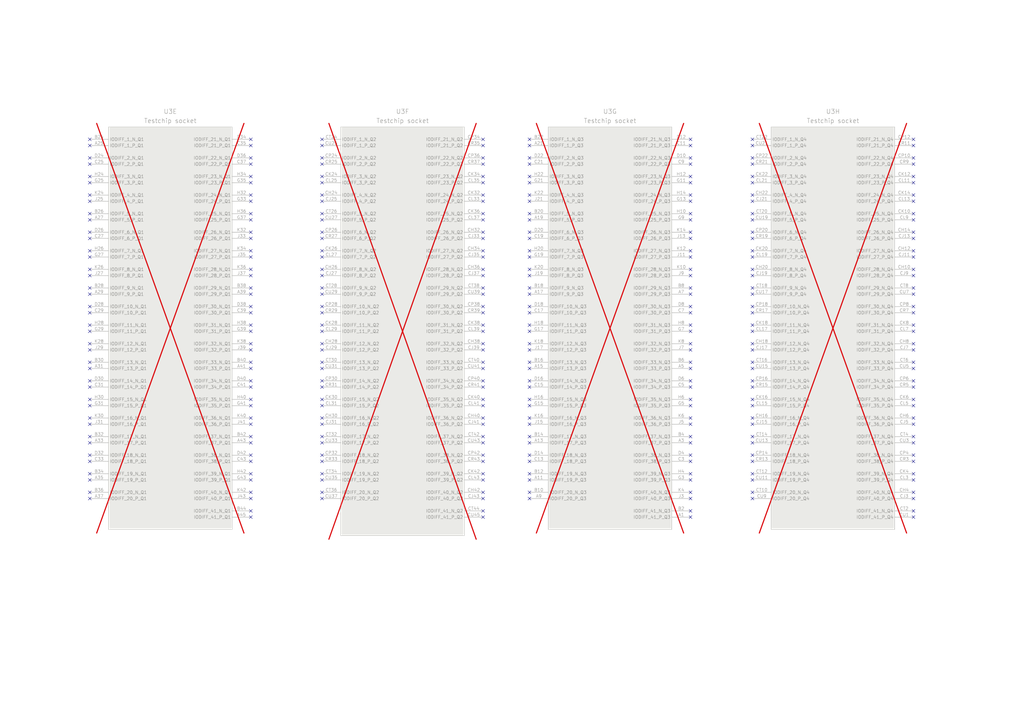
<source format=kicad_sch>
(kicad_sch (version 20231120) (generator "eeschema") (generator_version "8.0")
  (paper "A3")
  (title_block (title "Maveric Board") (date "2024-06-16") (rev "0") (comment 1 "Drawn By: Vighnesh Iyer"))
  (lib_symbols
    (symbol "maveric-parts:TESTCHIP_UNI2"
      (property "Reference" "U" (at -12.7 0 0))
      (property "Value" "*" (at -12.7 -48.26 0))
      (symbol "TESTCHIP_UNI2_1_0"
        (pin bidirectional line (at -7.62 -53.34 0) (length 7.62) (name "HSDIFF_7_P_Q1") (number "AA39"))
        (pin bidirectional line (at 58.42 -60.96 180) (length 7.62) (name "HSDIFF_17_P_Q1") (number "AA45"))
        (pin bidirectional line (at -7.62 -27.94 0) (length 7.62) (name "HSDIFF_4_N_Q1") (number "AB42"))
        (pin bidirectional line (at -7.62 -30.48 0) (length 7.62) (name "HSDIFF_4_P_Q1") (number "AC41"))
        (pin bidirectional line (at -7.62 -35.56 0) (length 7.62) (name "HSDIFF_5_N_Q1") (number "AD38"))
        (pin bidirectional line (at 58.42 -50.8 180) (length 7.62) (name "HSDIFF_16_N_Q1") (number "AD44"))
        (pin bidirectional line (at -7.62 -38.1 0) (length 7.62) (name "HSDIFF_5_P_Q1") (number "AE39"))
        (pin bidirectional line (at 58.42 -53.34 180) (length 7.62) (name "HSDIFF_16_P_Q1") (number "AE45"))
        (pin bidirectional line (at 58.42 -43.18 180) (length 7.62) (name "HSDIFF_15_N_Q1") (number "AF42"))
        (pin bidirectional line (at 58.42 -45.72 180) (length 7.62) (name "HSDIFF_15_P_Q1") (number "AG41"))
        (pin bidirectional line (at -7.62 -20.32 0) (length 7.62) (name "HSDIFF_3_N_Q1") (number "AH38"))
        (pin bidirectional line (at 58.42 -35.56 180) (length 7.62) (name "HSDIFF_14_N_Q1") (number "AH44"))
        (pin bidirectional line (at -7.62 -22.86 0) (length 7.62) (name "HSDIFF_3_P_Q1") (number "AJ39"))
        (pin bidirectional line (at 58.42 -38.1 180) (length 7.62) (name "HSDIFF_14_P_Q1") (number "AJ45"))
        (pin bidirectional line (at 58.42 -27.94 180) (length 7.62) (name "HSDIFF_13_N_Q1") (number "AK42"))
        (pin bidirectional line (at 58.42 -30.48 180) (length 7.62) (name "HSDIFF_13_P_Q1") (number "AL41"))
        (pin bidirectional line (at -7.62 -12.7 0) (length 7.62) (name "HSDIFF_2_N_Q1") (number "AM38"))
        (pin bidirectional line (at 58.42 -20.32 180) (length 7.62) (name "HSDIFF_12_N_Q1") (number "AM44"))
        (pin bidirectional line (at -7.62 -15.24 0) (length 7.62) (name "HSDIFF_2_P_Q1") (number "AN39"))
        (pin bidirectional line (at 58.42 -22.86 180) (length 7.62) (name "HSDIFF_12_P_Q1") (number "AN45"))
        (pin bidirectional line (at 58.42 -12.7 180) (length 7.62) (name "HSDIFF_11_N_Q1") (number "AP42"))
        (pin bidirectional line (at 58.42 -15.24 180) (length 7.62) (name "HSDIFF_11_P_Q1") (number "AR41"))
        (pin bidirectional line (at -7.62 -5.08 0) (length 7.62) (name "HSDIFF_1_N_Q1") (number "AT38"))
        (pin bidirectional line (at 58.42 -5.08 180) (length 7.62) (name "HSDIFF_10_N_Q1") (number "AT44"))
        (pin bidirectional line (at -7.62 -7.62 0) (length 7.62) (name "HSDIFF_1_P_Q1") (number "AU39"))
        (pin bidirectional line (at 58.42 -7.62 180) (length 7.62) (name "HSDIFF_10_P_Q1") (number "AU45"))
        (pin bidirectional line (at -7.62 -58.42 0) (length 7.62) (name "HSDIFF_8_N_Q1") (number "P42"))
        (pin bidirectional line (at -7.62 -60.96 0) (length 7.62) (name "HSDIFF_8_P_Q1") (number "R41"))
        (pin bidirectional line (at -7.62 -66.04 0) (length 7.62) (name "HSDIFF_9_N_Q1") (number "T38"))
        (pin bidirectional line (at 58.42 -66.04 180) (length 7.62) (name "HSDIFF_18_N_Q1") (number "T44"))
        (pin bidirectional line (at -7.62 -68.58 0) (length 7.62) (name "HSDIFF_9_P_Q1") (number "U39"))
        (pin bidirectional line (at 58.42 -68.58 180) (length 7.62) (name "HSDIFF_18_P_Q1") (number "U45"))
        (pin bidirectional line (at -7.62 -43.18 0) (length 7.62) (name "HSDIFF_6_N_Q1") (number "V42"))
        (pin bidirectional line (at -7.62 -45.72 0) (length 7.62) (name "HSDIFF_6_P_Q1") (number "W41"))
        (pin bidirectional line (at -7.62 -50.8 0) (length 7.62) (name "HSDIFF_7_N_Q1") (number "Y38"))
        (pin bidirectional line (at 58.42 -58.42 180) (length 7.62) (name "HSDIFF_17_N_Q1") (number "Y44"))
      )
      (symbol "TESTCHIP_UNI2_2_0"
        (pin bidirectional line (at -7.62 -7.62 0) (length 7.62) (name "HSDIFF_1_P_Q2") (number "BA39"))
        (pin bidirectional line (at 58.42 -7.62 180) (length 7.62) (name "HSDIFF_10_P_Q2") (number "BA45"))
        (pin bidirectional line (at -7.62 -5.08 0) (length 7.62) (name "HSDIFF_1_N_Q2") (number "BB38"))
        (pin bidirectional line (at 58.42 -5.08 180) (length 7.62) (name "HSDIFF_10_N_Q2") (number "BB44"))
        (pin bidirectional line (at 58.42 -15.24 180) (length 7.62) (name "HSDIFF_11_P_Q2") (number "BC41"))
        (pin bidirectional line (at 58.42 -12.7 180) (length 7.62) (name "HSDIFF_11_N_Q2") (number "BD42"))
        (pin bidirectional line (at -7.62 -15.24 0) (length 7.62) (name "HSDIFF_2_P_Q2") (number "BE39"))
        (pin bidirectional line (at 58.42 -22.86 180) (length 7.62) (name "HSDIFF_12_P_Q2") (number "BE45"))
        (pin bidirectional line (at -7.62 -12.7 0) (length 7.62) (name "HSDIFF_2_N_Q2") (number "BF38"))
        (pin bidirectional line (at 58.42 -20.32 180) (length 7.62) (name "HSDIFF_12_N_Q2") (number "BF44"))
        (pin bidirectional line (at 58.42 -30.48 180) (length 7.62) (name "HSDIFF_13_P_Q2") (number "BG41"))
        (pin bidirectional line (at 58.42 -27.94 180) (length 7.62) (name "HSDIFF_13_N_Q2") (number "BH42"))
        (pin bidirectional line (at -7.62 -22.86 0) (length 7.62) (name "HSDIFF_3_P_Q2") (number "BJ39"))
        (pin bidirectional line (at 58.42 -38.1 180) (length 7.62) (name "HSDIFF_14_P_Q2") (number "BJ45"))
        (pin bidirectional line (at -7.62 -20.32 0) (length 7.62) (name "HSDIFF_3_N_Q2") (number "BK38"))
        (pin bidirectional line (at 58.42 -35.56 180) (length 7.62) (name "HSDIFF_14_N_Q2") (number "BK44"))
        (pin bidirectional line (at 58.42 -45.72 180) (length 7.62) (name "HSDIFF_15_P_Q2") (number "BL41"))
        (pin bidirectional line (at 58.42 -43.18 180) (length 7.62) (name "HSDIFF_15_N_Q2") (number "BM42"))
        (pin bidirectional line (at -7.62 -38.1 0) (length 7.62) (name "HSDIFF_5_P_Q2") (number "BN39"))
        (pin bidirectional line (at 58.42 -53.34 180) (length 7.62) (name "HSDIFF_16_P_Q2") (number "BN45"))
        (pin bidirectional line (at -7.62 -35.56 0) (length 7.62) (name "HSDIFF_5_N_Q2") (number "BP38"))
        (pin bidirectional line (at 58.42 -50.8 180) (length 7.62) (name "HSDIFF_16_N_Q2") (number "BP44"))
        (pin bidirectional line (at -7.62 -30.48 0) (length 7.62) (name "HSDIFF_4_P_Q2") (number "BR41"))
        (pin bidirectional line (at -7.62 -27.94 0) (length 7.62) (name "HSDIFF_4_N_Q2") (number "BT42"))
        (pin bidirectional line (at -7.62 -53.34 0) (length 7.62) (name "HSDIFF_7_P_Q2") (number "BU39"))
        (pin bidirectional line (at 58.42 -60.96 180) (length 7.62) (name "HSDIFF_17_P_Q2") (number "BU45"))
        (pin bidirectional line (at -7.62 -50.8 0) (length 7.62) (name "HSDIFF_7_N_Q2") (number "BV38"))
        (pin bidirectional line (at 58.42 -58.42 180) (length 7.62) (name "HSDIFF_17_N_Q2") (number "BV44"))
        (pin bidirectional line (at -7.62 -43.18 0) (length 7.62) (name "HSDIFF_6_P_Q2") (number "BW41"))
        (pin bidirectional line (at -7.62 -45.72 0) (length 7.62) (name "HSDIFF_6_N_Q2") (number "BY42"))
        (pin bidirectional line (at -7.62 -68.58 0) (length 7.62) (name "HSDIFF_9_P_Q2") (number "CA39"))
        (pin bidirectional line (at 58.42 -68.58 180) (length 7.62) (name "HSDIFF_18_P_Q2") (number "CA45"))
        (pin bidirectional line (at -7.62 -66.04 0) (length 7.62) (name "HSDIFF_9_N_Q2") (number "CB38"))
        (pin bidirectional line (at 58.42 -66.04 180) (length 7.62) (name "HSDIFF_18_N_Q2") (number "CB44"))
        (pin bidirectional line (at -7.62 -60.96 0) (length 7.62) (name "HSDIFF_8_P_Q2") (number "CC41"))
        (pin bidirectional line (at -7.62 -58.42 0) (length 7.62) (name "HSDIFF_8_N_Q2") (number "CD42"))
      )
      (symbol "TESTCHIP_UNI2_3_0"
        (pin bidirectional line (at 58.42 -60.96 180) (length 7.62) (name "HSDIFF_17_P_Q3") (number "AA1"))
        (pin bidirectional line (at -7.62 -53.34 0) (length 7.62) (name "HSDIFF_7_P_Q3") (number "AA7"))
        (pin bidirectional line (at -7.62 -27.94 0) (length 7.62) (name "HSDIFF_4_N_Q3") (number "AB4"))
        (pin bidirectional line (at -7.62 -30.48 0) (length 7.62) (name "HSDIFF_4_P_Q3") (number "AC5"))
        (pin bidirectional line (at 58.42 -50.8 180) (length 7.62) (name "HSDIFF_16_N_Q3") (number "AD2"))
        (pin bidirectional line (at -7.62 -35.56 0) (length 7.62) (name "HSDIFF_5_N_Q3") (number "AD8"))
        (pin bidirectional line (at 58.42 -53.34 180) (length 7.62) (name "HSDIFF_16_P_Q3") (number "AE1"))
        (pin bidirectional line (at -7.62 -38.1 0) (length 7.62) (name "HSDIFF_5_P_Q3") (number "AE7"))
        (pin bidirectional line (at 58.42 -43.18 180) (length 7.62) (name "HSDIFF_15_N_Q3") (number "AF4"))
        (pin bidirectional line (at 58.42 -45.72 180) (length 7.62) (name "HSDIFF_15_P_Q3") (number "AG5"))
        (pin bidirectional line (at 58.42 -35.56 180) (length 7.62) (name "HSDIFF_14_N_Q3") (number "AH2"))
        (pin bidirectional line (at -7.62 -20.32 0) (length 7.62) (name "HSDIFF_3_N_Q3") (number "AH8"))
        (pin bidirectional line (at 58.42 -38.1 180) (length 7.62) (name "HSDIFF_14_P_Q3") (number "AJ1"))
        (pin bidirectional line (at -7.62 -22.86 0) (length 7.62) (name "HSDIFF_3_P_Q3") (number "AJ7"))
        (pin bidirectional line (at 58.42 -27.94 180) (length 7.62) (name "HSDIFF_13_N_Q3") (number "AK4"))
        (pin bidirectional line (at 58.42 -30.48 180) (length 7.62) (name "HSDIFF_13_P_Q3") (number "AL5"))
        (pin bidirectional line (at 58.42 -20.32 180) (length 7.62) (name "HSDIFF_12_N_Q3") (number "AM2"))
        (pin bidirectional line (at -7.62 -12.7 0) (length 7.62) (name "HSDIFF_2_N_Q3") (number "AM8"))
        (pin bidirectional line (at 58.42 -22.86 180) (length 7.62) (name "HSDIFF_12_P_Q3") (number "AN1"))
        (pin bidirectional line (at -7.62 -15.24 0) (length 7.62) (name "HSDIFF_2_P_Q3") (number "AN7"))
        (pin bidirectional line (at 58.42 -12.7 180) (length 7.62) (name "HSDIFF_11_N_Q3") (number "AP4"))
        (pin bidirectional line (at 58.42 -15.24 180) (length 7.62) (name "HSDIFF_11_P_Q3") (number "AR5"))
        (pin bidirectional line (at 58.42 -5.08 180) (length 7.62) (name "HSDIFF_10_N_Q3") (number "AT2"))
        (pin bidirectional line (at -7.62 -5.08 0) (length 7.62) (name "HSDIFF_1_N_Q3") (number "AT8"))
        (pin bidirectional line (at 58.42 -7.62 180) (length 7.62) (name "HSDIFF_10_P_Q3") (number "AU1"))
        (pin bidirectional line (at -7.62 -7.62 0) (length 7.62) (name "HSDIFF_1_P_Q3") (number "AU7"))
        (pin bidirectional line (at -7.62 -58.42 0) (length 7.62) (name "HSDIFF_8_N_Q3") (number "P4"))
        (pin bidirectional line (at -7.62 -60.96 0) (length 7.62) (name "HSDIFF_8_P_Q3") (number "R5"))
        (pin bidirectional line (at 58.42 -66.04 180) (length 7.62) (name "HSDIFF_18_N_Q3") (number "T2"))
        (pin bidirectional line (at -7.62 -66.04 0) (length 7.62) (name "HSDIFF_9_N_Q3") (number "T8"))
        (pin bidirectional line (at 58.42 -68.58 180) (length 7.62) (name "HSDIFF_18_P_Q3") (number "U1"))
        (pin bidirectional line (at -7.62 -68.58 0) (length 7.62) (name "HSDIFF_9_P_Q3") (number "U7"))
        (pin bidirectional line (at -7.62 -43.18 0) (length 7.62) (name "HSDIFF_6_N_Q3") (number "V4"))
        (pin bidirectional line (at -7.62 -45.72 0) (length 7.62) (name "HSDIFF_6_P_Q3") (number "W5"))
        (pin bidirectional line (at 58.42 -58.42 180) (length 7.62) (name "HSDIFF_17_N_Q3") (number "Y2"))
        (pin bidirectional line (at -7.62 -50.8 0) (length 7.62) (name "HSDIFF_7_N_Q3") (number "Y8"))
      )
      (symbol "TESTCHIP_UNI2_4_0"
        (pin bidirectional line (at 58.42 -7.62 180) (length 7.62) (name "HSDIFF_10_P_Q4") (number "BA1"))
        (pin bidirectional line (at -7.62 -7.62 0) (length 7.62) (name "HSDIFF_1_P_Q4") (number "BA7"))
        (pin bidirectional line (at 58.42 -5.08 180) (length 7.62) (name "HSDIFF_10_N_Q4") (number "BB2"))
        (pin bidirectional line (at -7.62 -5.08 0) (length 7.62) (name "HSDIFF_1_N_Q4") (number "BB8"))
        (pin bidirectional line (at 58.42 -15.24 180) (length 7.62) (name "HSDIFF_11_P_Q4") (number "BC5"))
        (pin bidirectional line (at 58.42 -12.7 180) (length 7.62) (name "HSDIFF_11_N_Q4") (number "BD4"))
        (pin bidirectional line (at 58.42 -22.86 180) (length 7.62) (name "HSDIFF_12_P_Q4") (number "BE1"))
        (pin bidirectional line (at -7.62 -15.24 0) (length 7.62) (name "HSDIFF_2_P_Q4") (number "BE7"))
        (pin bidirectional line (at 58.42 -20.32 180) (length 7.62) (name "HSDIFF_12_N_Q4") (number "BF2"))
        (pin bidirectional line (at -7.62 -12.7 0) (length 7.62) (name "HSDIFF_2_N_Q4") (number "BF8"))
        (pin bidirectional line (at 58.42 -30.48 180) (length 7.62) (name "HSDIFF_13_P_Q4") (number "BG5"))
        (pin bidirectional line (at 58.42 -27.94 180) (length 7.62) (name "HSDIFF_13_N_Q4") (number "BH4"))
        (pin bidirectional line (at 58.42 -38.1 180) (length 7.62) (name "HSDIFF_14_P_Q4") (number "BJ1"))
        (pin bidirectional line (at -7.62 -22.86 0) (length 7.62) (name "HSDIFF_3_P_Q4") (number "BJ7"))
        (pin bidirectional line (at 58.42 -35.56 180) (length 7.62) (name "HSDIFF_14_N_Q4") (number "BK2"))
        (pin bidirectional line (at -7.62 -20.32 0) (length 7.62) (name "HSDIFF_3_N_Q4") (number "BK8"))
        (pin bidirectional line (at 58.42 -45.72 180) (length 7.62) (name "HSDIFF_15_P_Q4") (number "BL5"))
        (pin bidirectional line (at 58.42 -43.18 180) (length 7.62) (name "HSDIFF_15_N_Q4") (number "BM4"))
        (pin bidirectional line (at 58.42 -53.34 180) (length 7.62) (name "HSDIFF_16_P_Q4") (number "BN1"))
        (pin bidirectional line (at -7.62 -38.1 0) (length 7.62) (name "HSDIFF_5_P_Q4") (number "BN7"))
        (pin bidirectional line (at 58.42 -50.8 180) (length 7.62) (name "HSDIFF_16_N_Q4") (number "BP2"))
        (pin bidirectional line (at -7.62 -35.56 0) (length 7.62) (name "HSDIFF_5_N_Q4") (number "BP8"))
        (pin bidirectional line (at -7.62 -30.48 0) (length 7.62) (name "HSDIFF_4_P_Q4") (number "BR5"))
        (pin bidirectional line (at -7.62 -27.94 0) (length 7.62) (name "HSDIFF_4_N_Q4") (number "BT4"))
        (pin bidirectional line (at 58.42 -60.96 180) (length 7.62) (name "HSDIFF_17_P_Q4") (number "BU1"))
        (pin bidirectional line (at -7.62 -53.34 0) (length 7.62) (name "HSDIFF_7_P_Q4") (number "BU7"))
        (pin bidirectional line (at 58.42 -58.42 180) (length 7.62) (name "HSDIFF_17_N_Q4") (number "BV2"))
        (pin bidirectional line (at -7.62 -50.8 0) (length 7.62) (name "HSDIFF_7_N_Q4") (number "BV8"))
        (pin bidirectional line (at -7.62 -45.72 0) (length 7.62) (name "HSDIFF_6_P_Q4") (number "BW5"))
        (pin bidirectional line (at -7.62 -43.18 0) (length 7.62) (name "HSDIFF_6_N_Q4") (number "BY4"))
        (pin bidirectional line (at 58.42 -68.58 180) (length 7.62) (name "HSDIFF_18_P_Q4") (number "CA1"))
        (pin bidirectional line (at -7.62 -68.58 0) (length 7.62) (name "HSDIFF_9_P_Q4") (number "CA7"))
        (pin bidirectional line (at 58.42 -66.04 180) (length 7.62) (name "HSDIFF_18_N_Q4") (number "CB2"))
        (pin bidirectional line (at -7.62 -66.04 0) (length 7.62) (name "HSDIFF_9_N_Q4") (number "CB8"))
        (pin bidirectional line (at -7.62 -60.96 0) (length 7.62) (name "HSDIFF_8_P_Q4") (number "CC5"))
        (pin bidirectional line (at -7.62 -58.42 0) (length 7.62) (name "HSDIFF_8_N_Q4") (number "CD4"))
      )
      (symbol "TESTCHIP_UNI2_5_0"
        (pin bidirectional line (at -7.62 -7.62 0) (length 7.62) (name "IODIFF_1_P_Q1") (number "A25"))
        (pin bidirectional line (at -7.62 -38.1 0) (length 7.62) (name "IODIFF_5_P_Q1") (number "A27"))
        (pin bidirectional line (at -7.62 -68.58 0) (length 7.62) (name "IODIFF_9_P_Q1") (number "A29"))
        (pin bidirectional line (at -7.62 -99.06 0) (length 7.62) (name "IODIFF_13_P_Q1") (number "A31"))
        (pin bidirectional line (at -7.62 -129.54 0) (length 7.62) (name "IODIFF_17_P_Q1") (number "A33"))
        (pin bidirectional line (at -7.62 -144.78 0) (length 7.62) (name "IODIFF_19_P_Q1") (number "A35"))
        (pin bidirectional line (at -7.62 -152.4 0) (length 7.62) (name "IODIFF_20_P_Q1") (number "A37"))
        (pin bidirectional line (at 58.42 -68.58 180) (length 7.62) (name "IODIFF_29_P_Q1") (number "A39"))
        (pin bidirectional line (at 58.42 -99.06 180) (length 7.62) (name "IODIFF_33_P_Q1") (number "A41"))
        (pin bidirectional line (at 58.42 -129.54 180) (length 7.62) (name "IODIFF_37_P_Q1") (number "A43"))
        (pin bidirectional line (at 58.42 -160.02 180) (length 7.62) (name "IODIFF_41_P_Q1") (number "A45"))
        (pin bidirectional line (at -7.62 -5.08 0) (length 7.62) (name "IODIFF_1_N_Q1") (number "B24"))
        (pin bidirectional line (at -7.62 -35.56 0) (length 7.62) (name "IODIFF_5_N_Q1") (number "B26"))
        (pin bidirectional line (at -7.62 -66.04 0) (length 7.62) (name "IODIFF_9_N_Q1") (number "B28"))
        (pin bidirectional line (at -7.62 -96.52 0) (length 7.62) (name "IODIFF_13_N_Q1") (number "B30"))
        (pin bidirectional line (at -7.62 -127 0) (length 7.62) (name "IODIFF_17_N_Q1") (number "B32"))
        (pin bidirectional line (at -7.62 -142.24 0) (length 7.62) (name "IODIFF_19_N_Q1") (number "B34"))
        (pin bidirectional line (at -7.62 -149.86 0) (length 7.62) (name "IODIFF_20_N_Q1") (number "B36"))
        (pin bidirectional line (at 58.42 -66.04 180) (length 7.62) (name "IODIFF_29_N_Q1") (number "B38"))
        (pin bidirectional line (at 58.42 -96.52 180) (length 7.62) (name "IODIFF_33_N_Q1") (number "B40"))
        (pin bidirectional line (at 58.42 -127 180) (length 7.62) (name "IODIFF_37_N_Q1") (number "B42"))
        (pin bidirectional line (at 58.42 -157.48 180) (length 7.62) (name "IODIFF_41_N_Q1") (number "B44"))
        (pin bidirectional line (at -7.62 -15.24 0) (length 7.62) (name "IODIFF_2_P_Q1") (number "C25"))
        (pin bidirectional line (at -7.62 -45.72 0) (length 7.62) (name "IODIFF_6_P_Q1") (number "C27"))
        (pin bidirectional line (at -7.62 -76.2 0) (length 7.62) (name "IODIFF_10_P_Q1") (number "C29"))
        (pin bidirectional line (at -7.62 -106.68 0) (length 7.62) (name "IODIFF_14_P_Q1") (number "C31"))
        (pin bidirectional line (at -7.62 -137.16 0) (length 7.62) (name "IODIFF_18_P_Q1") (number "C33"))
        (pin bidirectional line (at 58.42 -7.62 180) (length 7.62) (name "IODIFF_21_P_Q1") (number "C35"))
        (pin bidirectional line (at 58.42 -15.24 180) (length 7.62) (name "IODIFF_22_P_Q1") (number "C37"))
        (pin bidirectional line (at 58.42 -76.2 180) (length 7.62) (name "IODIFF_30_P_Q1") (number "C39"))
        (pin bidirectional line (at 58.42 -106.68 180) (length 7.62) (name "IODIFF_34_P_Q1") (number "C41"))
        (pin bidirectional line (at 58.42 -137.16 180) (length 7.62) (name "IODIFF_38_P_Q1") (number "C43"))
        (pin bidirectional line (at -7.62 -12.7 0) (length 7.62) (name "IODIFF_2_N_Q1") (number "D24"))
        (pin bidirectional line (at -7.62 -43.18 0) (length 7.62) (name "IODIFF_6_N_Q1") (number "D26"))
        (pin bidirectional line (at -7.62 -73.66 0) (length 7.62) (name "IODIFF_10_N_Q1") (number "D28"))
        (pin bidirectional line (at -7.62 -104.14 0) (length 7.62) (name "IODIFF_14_N_Q1") (number "D30"))
        (pin bidirectional line (at -7.62 -134.62 0) (length 7.62) (name "IODIFF_18_N_Q1") (number "D32"))
        (pin bidirectional line (at 58.42 -5.08 180) (length 7.62) (name "IODIFF_21_N_Q1") (number "D34"))
        (pin bidirectional line (at 58.42 -12.7 180) (length 7.62) (name "IODIFF_22_N_Q1") (number "D36"))
        (pin bidirectional line (at 58.42 -73.66 180) (length 7.62) (name "IODIFF_30_N_Q1") (number "D38"))
        (pin bidirectional line (at 58.42 -104.14 180) (length 7.62) (name "IODIFF_34_N_Q1") (number "D40"))
        (pin bidirectional line (at 58.42 -134.62 180) (length 7.62) (name "IODIFF_38_N_Q1") (number "D42"))
        (pin bidirectional line (at -7.62 -22.86 0) (length 7.62) (name "IODIFF_3_P_Q1") (number "G25"))
        (pin bidirectional line (at -7.62 -53.34 0) (length 7.62) (name "IODIFF_7_P_Q1") (number "G27"))
        (pin bidirectional line (at -7.62 -83.82 0) (length 7.62) (name "IODIFF_11_P_Q1") (number "G29"))
        (pin bidirectional line (at -7.62 -114.3 0) (length 7.62) (name "IODIFF_15_P_Q1") (number "G31"))
        (pin bidirectional line (at 58.42 -30.48 180) (length 7.62) (name "IODIFF_24_P_Q1") (number "G33"))
        (pin bidirectional line (at 58.42 -22.86 180) (length 7.62) (name "IODIFF_23_P_Q1") (number "G35"))
        (pin bidirectional line (at 58.42 -38.1 180) (length 7.62) (name "IODIFF_25_P_Q1") (number "G37"))
        (pin bidirectional line (at 58.42 -83.82 180) (length 7.62) (name "IODIFF_31_P_Q1") (number "G39"))
        (pin bidirectional line (at 58.42 -114.3 180) (length 7.62) (name "IODIFF_35_P_Q1") (number "G41"))
        (pin bidirectional line (at 58.42 -144.78 180) (length 7.62) (name "IODIFF_39_P_Q1") (number "G43"))
        (pin bidirectional line (at -7.62 -20.32 0) (length 7.62) (name "IODIFF_3_N_Q1") (number "H24"))
        (pin bidirectional line (at -7.62 -50.8 0) (length 7.62) (name "IODIFF_7_N_Q1") (number "H26"))
        (pin bidirectional line (at -7.62 -81.28 0) (length 7.62) (name "IODIFF_11_N_Q1") (number "H28"))
        (pin bidirectional line (at -7.62 -111.76 0) (length 7.62) (name "IODIFF_15_N_Q1") (number "H30"))
        (pin bidirectional line (at 58.42 -27.94 180) (length 7.62) (name "IODIFF_24_N_Q1") (number "H32"))
        (pin bidirectional line (at 58.42 -20.32 180) (length 7.62) (name "IODIFF_23_N_Q1") (number "H34"))
        (pin bidirectional line (at 58.42 -35.56 180) (length 7.62) (name "IODIFF_25_N_Q1") (number "H36"))
        (pin bidirectional line (at 58.42 -81.28 180) (length 7.62) (name "IODIFF_31_N_Q1") (number "H38"))
        (pin bidirectional line (at 58.42 -111.76 180) (length 7.62) (name "IODIFF_35_N_Q1") (number "H40"))
        (pin bidirectional line (at 58.42 -142.24 180) (length 7.62) (name "IODIFF_39_N_Q1") (number "H42"))
        (pin bidirectional line (at -7.62 -30.48 0) (length 7.62) (name "IODIFF_4_P_Q1") (number "J25"))
        (pin bidirectional line (at -7.62 -60.96 0) (length 7.62) (name "IODIFF_8_P_Q1") (number "J27"))
        (pin bidirectional line (at -7.62 -91.44 0) (length 7.62) (name "IODIFF_12_P_Q1") (number "J29"))
        (pin bidirectional line (at -7.62 -121.92 0) (length 7.62) (name "IODIFF_16_P_Q1") (number "J31"))
        (pin bidirectional line (at 58.42 -45.72 180) (length 7.62) (name "IODIFF_26_P_Q1") (number "J33"))
        (pin bidirectional line (at 58.42 -53.34 180) (length 7.62) (name "IODIFF_27_P_Q1") (number "J35"))
        (pin bidirectional line (at 58.42 -60.96 180) (length 7.62) (name "IODIFF_28_P_Q1") (number "J37"))
        (pin bidirectional line (at 58.42 -91.44 180) (length 7.62) (name "IODIFF_32_P_Q1") (number "J39"))
        (pin bidirectional line (at 58.42 -121.92 180) (length 7.62) (name "IODIFF_36_P_Q1") (number "J41"))
        (pin bidirectional line (at 58.42 -152.4 180) (length 7.62) (name "IODIFF_40_P_Q1") (number "J43"))
        (pin bidirectional line (at -7.62 -27.94 0) (length 7.62) (name "IODIFF_4_N_Q1") (number "K24"))
        (pin bidirectional line (at -7.62 -58.42 0) (length 7.62) (name "IODIFF_8_N_Q1") (number "K26"))
        (pin bidirectional line (at -7.62 -88.9 0) (length 7.62) (name "IODIFF_12_N_Q1") (number "K28"))
        (pin bidirectional line (at -7.62 -119.38 0) (length 7.62) (name "IODIFF_16_N_Q1") (number "K30"))
        (pin bidirectional line (at 58.42 -43.18 180) (length 7.62) (name "IODIFF_26_N_Q1") (number "K32"))
        (pin bidirectional line (at 58.42 -50.8 180) (length 7.62) (name "IODIFF_27_N_Q1") (number "K34"))
        (pin bidirectional line (at 58.42 -58.42 180) (length 7.62) (name "IODIFF_28_N_Q1") (number "K36"))
        (pin bidirectional line (at 58.42 -88.9 180) (length 7.62) (name "IODIFF_32_N_Q1") (number "K38"))
        (pin bidirectional line (at 58.42 -119.38 180) (length 7.62) (name "IODIFF_36_N_Q1") (number "K40"))
        (pin bidirectional line (at 58.42 -149.86 180) (length 7.62) (name "IODIFF_40_N_Q1") (number "K42"))
      )
      (symbol "TESTCHIP_UNI2_6_0"
        (pin bidirectional line (at -7.62 -27.94 0) (length 7.62) (name "IODIFF_4_N_Q2") (number "CH24"))
        (pin bidirectional line (at -7.62 -58.42 0) (length 7.62) (name "IODIFF_8_N_Q2") (number "CH26"))
        (pin bidirectional line (at -7.62 -88.9 0) (length 7.62) (name "IODIFF_12_N_Q2") (number "CH28"))
        (pin bidirectional line (at -7.62 -119.38 0) (length 7.62) (name "IODIFF_16_N_Q2") (number "CH30"))
        (pin bidirectional line (at 58.42 -43.18 180) (length 7.62) (name "IODIFF_26_N_Q2") (number "CH32"))
        (pin bidirectional line (at 58.42 -50.8 180) (length 7.62) (name "IODIFF_27_N_Q2") (number "CH34"))
        (pin bidirectional line (at 58.42 -58.42 180) (length 7.62) (name "IODIFF_28_N_Q2") (number "CH36"))
        (pin bidirectional line (at 58.42 -88.9 180) (length 7.62) (name "IODIFF_32_N_Q2") (number "CH38"))
        (pin bidirectional line (at 58.42 -119.38 180) (length 7.62) (name "IODIFF_36_N_Q2") (number "CH40"))
        (pin bidirectional line (at 58.42 -149.86 180) (length 7.62) (name "IODIFF_40_N_Q2") (number "CH42"))
        (pin bidirectional line (at -7.62 -30.48 0) (length 7.62) (name "IODIFF_4_P_Q2") (number "CJ25"))
        (pin bidirectional line (at -7.62 -60.96 0) (length 7.62) (name "IODIFF_8_P_Q2") (number "CJ27"))
        (pin bidirectional line (at -7.62 -91.44 0) (length 7.62) (name "IODIFF_12_P_Q2") (number "CJ29"))
        (pin bidirectional line (at -7.62 -121.92 0) (length 7.62) (name "IODIFF_16_P_Q2") (number "CJ31"))
        (pin bidirectional line (at 58.42 -45.72 180) (length 7.62) (name "IODIFF_26_P_Q2") (number "CJ33"))
        (pin bidirectional line (at 58.42 -53.34 180) (length 7.62) (name "IODIFF_27_P_Q2") (number "CJ35"))
        (pin bidirectional line (at 58.42 -60.96 180) (length 7.62) (name "IODIFF_28_P_Q2") (number "CJ37"))
        (pin bidirectional line (at 58.42 -91.44 180) (length 7.62) (name "IODIFF_32_P_Q2") (number "CJ39"))
        (pin bidirectional line (at 58.42 -121.92 180) (length 7.62) (name "IODIFF_36_P_Q2") (number "CJ41"))
        (pin bidirectional line (at 58.42 -152.4 180) (length 7.62) (name "IODIFF_40_P_Q2") (number "CJ43"))
        (pin bidirectional line (at -7.62 -20.32 0) (length 7.62) (name "IODIFF_3_N_Q2") (number "CK24"))
        (pin bidirectional line (at -7.62 -50.8 0) (length 7.62) (name "IODIFF_7_N_Q2") (number "CK26"))
        (pin bidirectional line (at -7.62 -81.28 0) (length 7.62) (name "IODIFF_11_N_Q2") (number "CK28"))
        (pin bidirectional line (at -7.62 -111.76 0) (length 7.62) (name "IODIFF_15_N_Q2") (number "CK30"))
        (pin bidirectional line (at 58.42 -27.94 180) (length 7.62) (name "IODIFF_24_N_Q2") (number "CK32"))
        (pin bidirectional line (at 58.42 -20.32 180) (length 7.62) (name "IODIFF_23_N_Q2") (number "CK34"))
        (pin bidirectional line (at 58.42 -35.56 180) (length 7.62) (name "IODIFF_25_N_Q2") (number "CK36"))
        (pin bidirectional line (at 58.42 -81.28 180) (length 7.62) (name "IODIFF_31_N_Q2") (number "CK38"))
        (pin bidirectional line (at 58.42 -111.76 180) (length 7.62) (name "IODIFF_35_N_Q2") (number "CK40"))
        (pin bidirectional line (at 58.42 -142.24 180) (length 7.62) (name "IODIFF_39_N_Q2") (number "CK42"))
        (pin bidirectional line (at -7.62 -22.86 0) (length 7.62) (name "IODIFF_3_P_Q2") (number "CL25"))
        (pin bidirectional line (at -7.62 -53.34 0) (length 7.62) (name "IODIFF_7_P_Q2") (number "CL27"))
        (pin bidirectional line (at -7.62 -83.82 0) (length 7.62) (name "IODIFF_11_P_Q2") (number "CL29"))
        (pin bidirectional line (at -7.62 -114.3 0) (length 7.62) (name "IODIFF_15_P_Q2") (number "CL31"))
        (pin bidirectional line (at 58.42 -30.48 180) (length 7.62) (name "IODIFF_24_P_Q2") (number "CL33"))
        (pin bidirectional line (at 58.42 -22.86 180) (length 7.62) (name "IODIFF_23_P_Q2") (number "CL35"))
        (pin bidirectional line (at 58.42 -38.1 180) (length 7.62) (name "IODIFF_25_P_Q2") (number "CL37"))
        (pin bidirectional line (at 58.42 -83.82 180) (length 7.62) (name "IODIFF_31_P_Q2") (number "CL39"))
        (pin bidirectional line (at 58.42 -114.3 180) (length 7.62) (name "IODIFF_35_P_Q2") (number "CL41"))
        (pin bidirectional line (at 58.42 -144.78 180) (length 7.62) (name "IODIFF_39_P_Q2") (number "CL43"))
        (pin bidirectional line (at -7.62 -12.7 0) (length 7.62) (name "IODIFF_2_N_Q2") (number "CP24"))
        (pin bidirectional line (at -7.62 -43.18 0) (length 7.62) (name "IODIFF_6_N_Q2") (number "CP26"))
        (pin bidirectional line (at -7.62 -73.66 0) (length 7.62) (name "IODIFF_10_N_Q2") (number "CP28"))
        (pin bidirectional line (at -7.62 -104.14 0) (length 7.62) (name "IODIFF_14_N_Q2") (number "CP30"))
        (pin bidirectional line (at -7.62 -134.62 0) (length 7.62) (name "IODIFF_18_N_Q2") (number "CP32"))
        (pin bidirectional line (at 58.42 -5.08 180) (length 7.62) (name "IODIFF_21_N_Q2") (number "CP34"))
        (pin bidirectional line (at 58.42 -12.7 180) (length 7.62) (name "IODIFF_22_N_Q2") (number "CP36"))
        (pin bidirectional line (at 58.42 -73.66 180) (length 7.62) (name "IODIFF_30_N_Q2") (number "CP38"))
        (pin bidirectional line (at 58.42 -104.14 180) (length 7.62) (name "IODIFF_34_N_Q2") (number "CP40"))
        (pin bidirectional line (at 58.42 -134.62 180) (length 7.62) (name "IODIFF_38_N_Q2") (number "CP42"))
        (pin bidirectional line (at -7.62 -15.24 0) (length 7.62) (name "IODIFF_2_P_Q2") (number "CR25"))
        (pin bidirectional line (at -7.62 -45.72 0) (length 7.62) (name "IODIFF_6_P_Q2") (number "CR27"))
        (pin bidirectional line (at -7.62 -76.2 0) (length 7.62) (name "IODIFF_10_P_Q2") (number "CR29"))
        (pin bidirectional line (at -7.62 -106.68 0) (length 7.62) (name "IODIFF_14_P_Q2") (number "CR31"))
        (pin bidirectional line (at -7.62 -137.16 0) (length 7.62) (name "IODIFF_18_P_Q2") (number "CR33"))
        (pin bidirectional line (at 58.42 -7.62 180) (length 7.62) (name "IODIFF_21_P_Q2") (number "CR35"))
        (pin bidirectional line (at 58.42 -15.24 180) (length 7.62) (name "IODIFF_22_P_Q2") (number "CR37"))
        (pin bidirectional line (at 58.42 -76.2 180) (length 7.62) (name "IODIFF_30_P_Q2") (number "CR39"))
        (pin bidirectional line (at 58.42 -106.68 180) (length 7.62) (name "IODIFF_34_P_Q2") (number "CR41"))
        (pin bidirectional line (at 58.42 -137.16 180) (length 7.62) (name "IODIFF_38_P_Q2") (number "CR43"))
        (pin bidirectional line (at -7.62 -5.08 0) (length 7.62) (name "IODIFF_1_N_Q2") (number "CT24"))
        (pin bidirectional line (at -7.62 -35.56 0) (length 7.62) (name "IODIFF_5_N_Q2") (number "CT26"))
        (pin bidirectional line (at -7.62 -66.04 0) (length 7.62) (name "IODIFF_9_N_Q2") (number "CT28"))
        (pin bidirectional line (at -7.62 -96.52 0) (length 7.62) (name "IODIFF_13_N_Q2") (number "CT30"))
        (pin bidirectional line (at -7.62 -127 0) (length 7.62) (name "IODIFF_17_N_Q2") (number "CT32"))
        (pin bidirectional line (at -7.62 -142.24 0) (length 7.62) (name "IODIFF_19_N_Q2") (number "CT34"))
        (pin bidirectional line (at -7.62 -149.86 0) (length 7.62) (name "IODIFF_20_N_Q2") (number "CT36"))
        (pin bidirectional line (at 58.42 -66.04 180) (length 7.62) (name "IODIFF_29_N_Q2") (number "CT38"))
        (pin bidirectional line (at 58.42 -96.52 180) (length 7.62) (name "IODIFF_33_N_Q2") (number "CT40"))
        (pin bidirectional line (at 58.42 -127 180) (length 7.62) (name "IODIFF_37_N_Q2") (number "CT42"))
        (pin bidirectional line (at 58.42 -157.48 180) (length 7.62) (name "IODIFF_41_N_Q2") (number "CT44"))
        (pin bidirectional line (at -7.62 -7.62 0) (length 7.62) (name "IODIFF_1_P_Q2") (number "CU25"))
        (pin bidirectional line (at -7.62 -38.1 0) (length 7.62) (name "IODIFF_5_P_Q2") (number "CU27"))
        (pin bidirectional line (at -7.62 -68.58 0) (length 7.62) (name "IODIFF_9_P_Q2") (number "CU29"))
        (pin bidirectional line (at -7.62 -99.06 0) (length 7.62) (name "IODIFF_13_P_Q2") (number "CU31"))
        (pin bidirectional line (at -7.62 -129.54 0) (length 7.62) (name "IODIFF_17_P_Q2") (number "CU33"))
        (pin bidirectional line (at -7.62 -144.78 0) (length 7.62) (name "IODIFF_19_P_Q2") (number "CU35"))
        (pin bidirectional line (at -7.62 -152.4 0) (length 7.62) (name "IODIFF_20_P_Q2") (number "CU37"))
        (pin bidirectional line (at 58.42 -68.58 180) (length 7.62) (name "IODIFF_29_P_Q2") (number "CU39"))
        (pin bidirectional line (at 58.42 -99.06 180) (length 7.62) (name "IODIFF_33_P_Q2") (number "CU41"))
        (pin bidirectional line (at 58.42 -129.54 180) (length 7.62) (name "IODIFF_37_P_Q2") (number "CU43"))
        (pin bidirectional line (at 58.42 -160.02 180) (length 7.62) (name "IODIFF_41_P_Q2") (number "CU45"))
      )
      (symbol "TESTCHIP_UNI2_7_0"
        (pin bidirectional line (at 58.42 -160.02 180) (length 7.62) (name "IODIFF_41_P_Q3") (number "A1"))
        (pin bidirectional line (at -7.62 -144.78 0) (length 7.62) (name "IODIFF_19_P_Q3") (number "A11"))
        (pin bidirectional line (at -7.62 -129.54 0) (length 7.62) (name "IODIFF_17_P_Q3") (number "A13"))
        (pin bidirectional line (at -7.62 -99.06 0) (length 7.62) (name "IODIFF_13_P_Q3") (number "A15"))
        (pin bidirectional line (at -7.62 -68.58 0) (length 7.62) (name "IODIFF_9_P_Q3") (number "A17"))
        (pin bidirectional line (at -7.62 -38.1 0) (length 7.62) (name "IODIFF_5_P_Q3") (number "A19"))
        (pin bidirectional line (at -7.62 -7.62 0) (length 7.62) (name "IODIFF_1_P_Q3") (number "A21"))
        (pin bidirectional line (at 58.42 -129.54 180) (length 7.62) (name "IODIFF_37_P_Q3") (number "A3"))
        (pin bidirectional line (at 58.42 -99.06 180) (length 7.62) (name "IODIFF_33_P_Q3") (number "A5"))
        (pin bidirectional line (at 58.42 -68.58 180) (length 7.62) (name "IODIFF_29_P_Q3") (number "A7"))
        (pin bidirectional line (at -7.62 -152.4 0) (length 7.62) (name "IODIFF_20_P_Q3") (number "A9"))
        (pin bidirectional line (at -7.62 -149.86 0) (length 7.62) (name "IODIFF_20_N_Q3") (number "B10"))
        (pin bidirectional line (at -7.62 -142.24 0) (length 7.62) (name "IODIFF_19_N_Q3") (number "B12"))
        (pin bidirectional line (at -7.62 -127 0) (length 7.62) (name "IODIFF_17_N_Q3") (number "B14"))
        (pin bidirectional line (at -7.62 -96.52 0) (length 7.62) (name "IODIFF_13_N_Q3") (number "B16"))
        (pin bidirectional line (at -7.62 -66.04 0) (length 7.62) (name "IODIFF_9_N_Q3") (number "B18"))
        (pin bidirectional line (at 58.42 -157.48 180) (length 7.62) (name "IODIFF_41_N_Q3") (number "B2"))
        (pin bidirectional line (at -7.62 -35.56 0) (length 7.62) (name "IODIFF_5_N_Q3") (number "B20"))
        (pin bidirectional line (at -7.62 -5.08 0) (length 7.62) (name "IODIFF_1_N_Q3") (number "B22"))
        (pin bidirectional line (at 58.42 -127 180) (length 7.62) (name "IODIFF_37_N_Q3") (number "B4"))
        (pin bidirectional line (at 58.42 -96.52 180) (length 7.62) (name "IODIFF_33_N_Q3") (number "B6"))
        (pin bidirectional line (at 58.42 -66.04 180) (length 7.62) (name "IODIFF_29_N_Q3") (number "B8"))
        (pin bidirectional line (at 58.42 -7.62 180) (length 7.62) (name "IODIFF_21_P_Q3") (number "C11"))
        (pin bidirectional line (at -7.62 -137.16 0) (length 7.62) (name "IODIFF_18_P_Q3") (number "C13"))
        (pin bidirectional line (at -7.62 -106.68 0) (length 7.62) (name "IODIFF_14_P_Q3") (number "C15"))
        (pin bidirectional line (at -7.62 -76.2 0) (length 7.62) (name "IODIFF_10_P_Q3") (number "C17"))
        (pin bidirectional line (at -7.62 -45.72 0) (length 7.62) (name "IODIFF_6_P_Q3") (number "C19"))
        (pin bidirectional line (at -7.62 -15.24 0) (length 7.62) (name "IODIFF_2_P_Q3") (number "C21"))
        (pin bidirectional line (at 58.42 -137.16 180) (length 7.62) (name "IODIFF_38_P_Q3") (number "C3"))
        (pin bidirectional line (at 58.42 -106.68 180) (length 7.62) (name "IODIFF_34_P_Q3") (number "C5"))
        (pin bidirectional line (at 58.42 -76.2 180) (length 7.62) (name "IODIFF_30_P_Q3") (number "C7"))
        (pin bidirectional line (at 58.42 -15.24 180) (length 7.62) (name "IODIFF_22_P_Q3") (number "C9"))
        (pin bidirectional line (at 58.42 -12.7 180) (length 7.62) (name "IODIFF_22_N_Q3") (number "D10"))
        (pin bidirectional line (at 58.42 -5.08 180) (length 7.62) (name "IODIFF_21_N_Q3") (number "D12"))
        (pin bidirectional line (at -7.62 -134.62 0) (length 7.62) (name "IODIFF_18_N_Q3") (number "D14"))
        (pin bidirectional line (at -7.62 -104.14 0) (length 7.62) (name "IODIFF_14_N_Q3") (number "D16"))
        (pin bidirectional line (at -7.62 -73.66 0) (length 7.62) (name "IODIFF_10_N_Q3") (number "D18"))
        (pin bidirectional line (at -7.62 -43.18 0) (length 7.62) (name "IODIFF_6_N_Q3") (number "D20"))
        (pin bidirectional line (at -7.62 -12.7 0) (length 7.62) (name "IODIFF_2_N_Q3") (number "D22"))
        (pin bidirectional line (at 58.42 -134.62 180) (length 7.62) (name "IODIFF_38_N_Q3") (number "D4"))
        (pin bidirectional line (at 58.42 -104.14 180) (length 7.62) (name "IODIFF_34_N_Q3") (number "D6"))
        (pin bidirectional line (at 58.42 -73.66 180) (length 7.62) (name "IODIFF_30_N_Q3") (number "D8"))
        (pin bidirectional line (at 58.42 -22.86 180) (length 7.62) (name "IODIFF_23_P_Q3") (number "G11"))
        (pin bidirectional line (at 58.42 -30.48 180) (length 7.62) (name "IODIFF_24_P_Q3") (number "G13"))
        (pin bidirectional line (at -7.62 -114.3 0) (length 7.62) (name "IODIFF_15_P_Q3") (number "G15"))
        (pin bidirectional line (at -7.62 -83.82 0) (length 7.62) (name "IODIFF_11_P_Q3") (number "G17"))
        (pin bidirectional line (at -7.62 -53.34 0) (length 7.62) (name "IODIFF_7_P_Q3") (number "G19"))
        (pin bidirectional line (at -7.62 -22.86 0) (length 7.62) (name "IODIFF_3_P_Q3") (number "G21"))
        (pin bidirectional line (at 58.42 -144.78 180) (length 7.62) (name "IODIFF_39_P_Q3") (number "G3"))
        (pin bidirectional line (at 58.42 -114.3 180) (length 7.62) (name "IODIFF_35_P_Q3") (number "G5"))
        (pin bidirectional line (at 58.42 -83.82 180) (length 7.62) (name "IODIFF_31_P_Q3") (number "G7"))
        (pin bidirectional line (at 58.42 -38.1 180) (length 7.62) (name "IODIFF_25_P_Q3") (number "G9"))
        (pin bidirectional line (at 58.42 -35.56 180) (length 7.62) (name "IODIFF_25_N_Q3") (number "H10"))
        (pin bidirectional line (at 58.42 -20.32 180) (length 7.62) (name "IODIFF_23_N_Q3") (number "H12"))
        (pin bidirectional line (at 58.42 -27.94 180) (length 7.62) (name "IODIFF_24_N_Q3") (number "H14"))
        (pin bidirectional line (at -7.62 -111.76 0) (length 7.62) (name "IODIFF_15_N_Q3") (number "H16"))
        (pin bidirectional line (at -7.62 -81.28 0) (length 7.62) (name "IODIFF_11_N_Q3") (number "H18"))
        (pin bidirectional line (at -7.62 -50.8 0) (length 7.62) (name "IODIFF_7_N_Q3") (number "H20"))
        (pin bidirectional line (at -7.62 -20.32 0) (length 7.62) (name "IODIFF_3_N_Q3") (number "H22"))
        (pin bidirectional line (at 58.42 -142.24 180) (length 7.62) (name "IODIFF_39_N_Q3") (number "H4"))
        (pin bidirectional line (at 58.42 -111.76 180) (length 7.62) (name "IODIFF_35_N_Q3") (number "H6"))
        (pin bidirectional line (at 58.42 -81.28 180) (length 7.62) (name "IODIFF_31_N_Q3") (number "H8"))
        (pin bidirectional line (at 58.42 -53.34 180) (length 7.62) (name "IODIFF_27_P_Q3") (number "J11"))
        (pin bidirectional line (at 58.42 -45.72 180) (length 7.62) (name "IODIFF_26_P_Q3") (number "J13"))
        (pin bidirectional line (at -7.62 -121.92 0) (length 7.62) (name "IODIFF_16_P_Q3") (number "J15"))
        (pin bidirectional line (at -7.62 -91.44 0) (length 7.62) (name "IODIFF_12_P_Q3") (number "J17"))
        (pin bidirectional line (at -7.62 -60.96 0) (length 7.62) (name "IODIFF_8_P_Q3") (number "J19"))
        (pin bidirectional line (at -7.62 -30.48 0) (length 7.62) (name "IODIFF_4_P_Q3") (number "J21"))
        (pin bidirectional line (at 58.42 -152.4 180) (length 7.62) (name "IODIFF_40_P_Q3") (number "J3"))
        (pin bidirectional line (at 58.42 -121.92 180) (length 7.62) (name "IODIFF_36_P_Q3") (number "J5"))
        (pin bidirectional line (at 58.42 -91.44 180) (length 7.62) (name "IODIFF_32_P_Q3") (number "J7"))
        (pin bidirectional line (at 58.42 -60.96 180) (length 7.62) (name "IODIFF_28_P_Q3") (number "J9"))
        (pin bidirectional line (at 58.42 -58.42 180) (length 7.62) (name "IODIFF_28_N_Q3") (number "K10"))
        (pin bidirectional line (at 58.42 -50.8 180) (length 7.62) (name "IODIFF_27_N_Q3") (number "K12"))
        (pin bidirectional line (at 58.42 -43.18 180) (length 7.62) (name "IODIFF_26_N_Q3") (number "K14"))
        (pin bidirectional line (at -7.62 -119.38 0) (length 7.62) (name "IODIFF_16_N_Q3") (number "K16"))
        (pin bidirectional line (at -7.62 -88.9 0) (length 7.62) (name "IODIFF_12_N_Q3") (number "K18"))
        (pin bidirectional line (at -7.62 -58.42 0) (length 7.62) (name "IODIFF_8_N_Q3") (number "K20"))
        (pin bidirectional line (at -7.62 -27.94 0) (length 7.62) (name "IODIFF_4_N_Q3") (number "K22"))
        (pin bidirectional line (at 58.42 -149.86 180) (length 7.62) (name "IODIFF_40_N_Q3") (number "K4"))
        (pin bidirectional line (at 58.42 -119.38 180) (length 7.62) (name "IODIFF_36_N_Q3") (number "K6"))
        (pin bidirectional line (at 58.42 -88.9 180) (length 7.62) (name "IODIFF_32_N_Q3") (number "K8"))
      )
      (symbol "TESTCHIP_UNI2_8_0"
        (pin bidirectional line (at 58.42 -58.42 180) (length 7.62) (name "IODIFF_28_N_Q4") (number "CH10"))
        (pin bidirectional line (at 58.42 -50.8 180) (length 7.62) (name "IODIFF_27_N_Q4") (number "CH12"))
        (pin bidirectional line (at 58.42 -43.18 180) (length 7.62) (name "IODIFF_26_N_Q4") (number "CH14"))
        (pin bidirectional line (at -7.62 -119.38 0) (length 7.62) (name "IODIFF_16_N_Q4") (number "CH16"))
        (pin bidirectional line (at -7.62 -88.9 0) (length 7.62) (name "IODIFF_12_N_Q4") (number "CH18"))
        (pin bidirectional line (at -7.62 -58.42 0) (length 7.62) (name "IODIFF_8_N_Q4") (number "CH20"))
        (pin bidirectional line (at -7.62 -27.94 0) (length 7.62) (name "IODIFF_4_N_Q4") (number "CH22"))
        (pin bidirectional line (at 58.42 -149.86 180) (length 7.62) (name "IODIFF_40_N_Q4") (number "CH4"))
        (pin bidirectional line (at 58.42 -119.38 180) (length 7.62) (name "IODIFF_36_N_Q4") (number "CH6"))
        (pin bidirectional line (at 58.42 -88.9 180) (length 7.62) (name "IODIFF_32_N_Q4") (number "CH8"))
        (pin bidirectional line (at 58.42 -53.34 180) (length 7.62) (name "IODIFF_27_P_Q4") (number "CJ11"))
        (pin bidirectional line (at 58.42 -45.72 180) (length 7.62) (name "IODIFF_26_P_Q4") (number "CJ13"))
        (pin bidirectional line (at -7.62 -121.92 0) (length 7.62) (name "IODIFF_16_P_Q4") (number "CJ15"))
        (pin bidirectional line (at -7.62 -91.44 0) (length 7.62) (name "IODIFF_12_P_Q4") (number "CJ17"))
        (pin bidirectional line (at -7.62 -60.96 0) (length 7.62) (name "IODIFF_8_P_Q4") (number "CJ19"))
        (pin bidirectional line (at -7.62 -30.48 0) (length 7.62) (name "IODIFF_4_P_Q4") (number "CJ21"))
        (pin bidirectional line (at 58.42 -152.4 180) (length 7.62) (name "IODIFF_40_P_Q4") (number "CJ3"))
        (pin bidirectional line (at 58.42 -121.92 180) (length 7.62) (name "IODIFF_36_P_Q4") (number "CJ5"))
        (pin bidirectional line (at 58.42 -91.44 180) (length 7.62) (name "IODIFF_32_P_Q4") (number "CJ7"))
        (pin bidirectional line (at 58.42 -60.96 180) (length 7.62) (name "IODIFF_28_P_Q4") (number "CJ9"))
        (pin bidirectional line (at 58.42 -35.56 180) (length 7.62) (name "IODIFF_25_N_Q4") (number "CK10"))
        (pin bidirectional line (at 58.42 -20.32 180) (length 7.62) (name "IODIFF_23_N_Q4") (number "CK12"))
        (pin bidirectional line (at 58.42 -27.94 180) (length 7.62) (name "IODIFF_24_N_Q4") (number "CK14"))
        (pin bidirectional line (at -7.62 -111.76 0) (length 7.62) (name "IODIFF_15_N_Q4") (number "CK16"))
        (pin bidirectional line (at -7.62 -81.28 0) (length 7.62) (name "IODIFF_11_N_Q4") (number "CK18"))
        (pin bidirectional line (at -7.62 -50.8 0) (length 7.62) (name "IODIFF_7_N_Q4") (number "CK20"))
        (pin bidirectional line (at -7.62 -20.32 0) (length 7.62) (name "IODIFF_3_N_Q4") (number "CK22"))
        (pin bidirectional line (at 58.42 -142.24 180) (length 7.62) (name "IODIFF_39_N_Q4") (number "CK4"))
        (pin bidirectional line (at 58.42 -111.76 180) (length 7.62) (name "IODIFF_35_N_Q4") (number "CK6"))
        (pin bidirectional line (at 58.42 -81.28 180) (length 7.62) (name "IODIFF_31_N_Q4") (number "CK8"))
        (pin bidirectional line (at 58.42 -22.86 180) (length 7.62) (name "IODIFF_23_P_Q4") (number "CL11"))
        (pin bidirectional line (at 58.42 -30.48 180) (length 7.62) (name "IODIFF_24_P_Q4") (number "CL13"))
        (pin bidirectional line (at -7.62 -114.3 0) (length 7.62) (name "IODIFF_15_P_Q4") (number "CL15"))
        (pin bidirectional line (at -7.62 -83.82 0) (length 7.62) (name "IODIFF_11_P_Q4") (number "CL17"))
        (pin bidirectional line (at -7.62 -53.34 0) (length 7.62) (name "IODIFF_7_P_Q4") (number "CL19"))
        (pin bidirectional line (at -7.62 -22.86 0) (length 7.62) (name "IODIFF_3_P_Q4") (number "CL21"))
        (pin bidirectional line (at 58.42 -144.78 180) (length 7.62) (name "IODIFF_39_P_Q4") (number "CL3"))
        (pin bidirectional line (at 58.42 -114.3 180) (length 7.62) (name "IODIFF_35_P_Q4") (number "CL5"))
        (pin bidirectional line (at 58.42 -83.82 180) (length 7.62) (name "IODIFF_31_P_Q4") (number "CL7"))
        (pin bidirectional line (at 58.42 -38.1 180) (length 7.62) (name "IODIFF_25_P_Q4") (number "CL9"))
        (pin bidirectional line (at 58.42 -12.7 180) (length 7.62) (name "IODIFF_22_N_Q4") (number "CP10"))
        (pin bidirectional line (at 58.42 -5.08 180) (length 7.62) (name "IODIFF_21_N_Q4") (number "CP12"))
        (pin bidirectional line (at -7.62 -134.62 0) (length 7.62) (name "IODIFF_18_N_Q4") (number "CP14"))
        (pin bidirectional line (at -7.62 -104.14 0) (length 7.62) (name "IODIFF_14_N_Q4") (number "CP16"))
        (pin bidirectional line (at -7.62 -73.66 0) (length 7.62) (name "IODIFF_10_N_Q4") (number "CP18"))
        (pin bidirectional line (at -7.62 -43.18 0) (length 7.62) (name "IODIFF_6_N_Q4") (number "CP20"))
        (pin bidirectional line (at -7.62 -12.7 0) (length 7.62) (name "IODIFF_2_N_Q4") (number "CP22"))
        (pin bidirectional line (at 58.42 -134.62 180) (length 7.62) (name "IODIFF_38_N_Q4") (number "CP4"))
        (pin bidirectional line (at 58.42 -104.14 180) (length 7.62) (name "IODIFF_34_N_Q4") (number "CP6"))
        (pin bidirectional line (at 58.42 -73.66 180) (length 7.62) (name "IODIFF_30_N_Q4") (number "CP8"))
        (pin bidirectional line (at 58.42 -7.62 180) (length 7.62) (name "IODIFF_21_P_Q4") (number "CR11"))
        (pin bidirectional line (at -7.62 -137.16 0) (length 7.62) (name "IODIFF_18_P_Q4") (number "CR13"))
        (pin bidirectional line (at -7.62 -106.68 0) (length 7.62) (name "IODIFF_14_P_Q4") (number "CR15"))
        (pin bidirectional line (at -7.62 -76.2 0) (length 7.62) (name "IODIFF_10_P_Q4") (number "CR17"))
        (pin bidirectional line (at -7.62 -45.72 0) (length 7.62) (name "IODIFF_6_P_Q4") (number "CR19"))
        (pin bidirectional line (at -7.62 -15.24 0) (length 7.62) (name "IODIFF_2_P_Q4") (number "CR21"))
        (pin bidirectional line (at 58.42 -137.16 180) (length 7.62) (name "IODIFF_38_P_Q4") (number "CR3"))
        (pin bidirectional line (at 58.42 -106.68 180) (length 7.62) (name "IODIFF_34_P_Q4") (number "CR5"))
        (pin bidirectional line (at 58.42 -76.2 180) (length 7.62) (name "IODIFF_30_P_Q4") (number "CR7"))
        (pin bidirectional line (at 58.42 -15.24 180) (length 7.62) (name "IODIFF_22_P_Q4") (number "CR9"))
        (pin bidirectional line (at -7.62 -149.86 0) (length 7.62) (name "IODIFF_20_N_Q4") (number "CT10"))
        (pin bidirectional line (at -7.62 -142.24 0) (length 7.62) (name "IODIFF_19_N_Q4") (number "CT12"))
        (pin bidirectional line (at -7.62 -127 0) (length 7.62) (name "IODIFF_17_N_Q4") (number "CT14"))
        (pin bidirectional line (at -7.62 -96.52 0) (length 7.62) (name "IODIFF_13_N_Q4") (number "CT16"))
        (pin bidirectional line (at -7.62 -66.04 0) (length 7.62) (name "IODIFF_9_N_Q4") (number "CT18"))
        (pin bidirectional line (at 58.42 -157.48 180) (length 7.62) (name "IODIFF_41_N_Q4") (number "CT2"))
        (pin bidirectional line (at -7.62 -35.56 0) (length 7.62) (name "IODIFF_5_N_Q4") (number "CT20"))
        (pin bidirectional line (at -7.62 -5.08 0) (length 7.62) (name "IODIFF_1_N_Q4") (number "CT22"))
        (pin bidirectional line (at 58.42 -127 180) (length 7.62) (name "IODIFF_37_N_Q4") (number "CT4"))
        (pin bidirectional line (at 58.42 -96.52 180) (length 7.62) (name "IODIFF_33_N_Q4") (number "CT6"))
        (pin bidirectional line (at 58.42 -66.04 180) (length 7.62) (name "IODIFF_29_N_Q4") (number "CT8"))
        (pin bidirectional line (at 58.42 -160.02 180) (length 7.62) (name "IODIFF_41_P_Q4") (number "CU1"))
        (pin bidirectional line (at -7.62 -144.78 0) (length 7.62) (name "IODIFF_19_P_Q4") (number "CU11"))
        (pin bidirectional line (at -7.62 -129.54 0) (length 7.62) (name "IODIFF_17_P_Q4") (number "CU13"))
        (pin bidirectional line (at -7.62 -99.06 0) (length 7.62) (name "IODIFF_13_P_Q4") (number "CU15"))
        (pin bidirectional line (at -7.62 -68.58 0) (length 7.62) (name "IODIFF_9_P_Q4") (number "CU17"))
        (pin bidirectional line (at -7.62 -38.1 0) (length 7.62) (name "IODIFF_5_P_Q4") (number "CU19"))
        (pin bidirectional line (at -7.62 -7.62 0) (length 7.62) (name "IODIFF_1_P_Q4") (number "CU21"))
        (pin bidirectional line (at 58.42 -129.54 180) (length 7.62) (name "IODIFF_37_P_Q4") (number "CU3"))
        (pin bidirectional line (at 58.42 -99.06 180) (length 7.62) (name "IODIFF_33_P_Q4") (number "CU5"))
        (pin bidirectional line (at 58.42 -68.58 180) (length 7.62) (name "IODIFF_29_P_Q4") (number "CU7"))
        (pin bidirectional line (at -7.62 -152.4 0) (length 7.62) (name "IODIFF_20_P_Q4") (number "CU9"))
      )
      (symbol "TESTCHIP_UNI2_9_0"
        (pin power_in line (at 33.02 -38.1 180) (length 7.62) (name "Q1_VDD") (number "AB24"))
        (pin power_in line (at 33.02 -40.64 180) (length 7.62) (name "Q1_VDD") (number "AB26"))
        (pin power_in line (at 33.02 -43.18 180) (length 7.62) (name "Q1_VDD") (number "AB28"))
        (pin power_in line (at 33.02 -45.72 180) (length 7.62) (name "Q1_VDD") (number "AB30"))
        (pin power_in line (at 33.02 -48.26 180) (length 7.62) (name "Q1_VDD") (number "AB32"))
        (pin power_in line (at 33.02 -50.8 180) (length 7.62) (name "Q1_VDD") (number "AB34"))
        (pin power_in line (at 33.02 -22.86 180) (length 7.62) (name "Q1_VDD") (number "AD24"))
        (pin power_in line (at 33.02 -25.4 180) (length 7.62) (name "Q1_VDD") (number "AD26"))
        (pin power_in line (at 33.02 -27.94 180) (length 7.62) (name "Q1_VDD") (number "AD28"))
        (pin power_in line (at 33.02 -30.48 180) (length 7.62) (name "Q1_VDD") (number "AD30"))
        (pin power_in line (at 33.02 -33.02 180) (length 7.62) (name "Q1_VDD") (number "AD32"))
        (pin power_in line (at 33.02 -35.56 180) (length 7.62) (name "Q1_VDD") (number "AD34"))
        (pin power_in line (at 33.02 -7.62 180) (length 7.62) (name "Q1_VDD") (number "AF24"))
        (pin power_in line (at 33.02 -10.16 180) (length 7.62) (name "Q1_VDD") (number "AF26"))
        (pin power_in line (at 33.02 -12.7 180) (length 7.62) (name "Q1_VDD") (number "AF28"))
        (pin power_in line (at 33.02 -15.24 180) (length 7.62) (name "Q1_VDD") (number "AF30"))
        (pin power_in line (at 33.02 -17.78 180) (length 7.62) (name "Q1_VDD") (number "AF32"))
        (pin power_in line (at 33.02 -20.32 180) (length 7.62) (name "Q1_VDD") (number "AF34"))
        (pin power_in line (at -7.62 -101.6 0) (length 7.62) (name "Q1_VDD") (number "AH24"))
        (pin power_in line (at -7.62 -104.14 0) (length 7.62) (name "Q1_VDD") (number "AH26"))
        (pin power_in line (at -7.62 -106.68 0) (length 7.62) (name "Q1_VDD") (number "AH28"))
        (pin power_in line (at -7.62 -109.22 0) (length 7.62) (name "Q1_VDD") (number "AH30"))
        (pin power_in line (at -7.62 -111.76 0) (length 7.62) (name "Q1_VDD") (number "AH32"))
        (pin power_in line (at 33.02 -5.08 180) (length 7.62) (name "Q1_VDD") (number "AH34"))
        (pin power_in line (at -7.62 -86.36 0) (length 7.62) (name "Q1_VDD") (number "AK24"))
        (pin power_in line (at -7.62 -88.9 0) (length 7.62) (name "Q1_VDD") (number "AK26"))
        (pin power_in line (at -7.62 -91.44 0) (length 7.62) (name "Q1_VDD") (number "AK28"))
        (pin power_in line (at -7.62 -93.98 0) (length 7.62) (name "Q1_VDD") (number "AK30"))
        (pin power_in line (at -7.62 -96.52 0) (length 7.62) (name "Q1_VDD") (number "AK32"))
        (pin power_in line (at -7.62 -99.06 0) (length 7.62) (name "Q1_VDD") (number "AK34"))
        (pin power_in line (at -7.62 -71.12 0) (length 7.62) (name "Q1_VDD") (number "AM24"))
        (pin power_in line (at -7.62 -73.66 0) (length 7.62) (name "Q1_VDD") (number "AM26"))
        (pin power_in line (at -7.62 -76.2 0) (length 7.62) (name "Q1_VDD") (number "AM28"))
        (pin power_in line (at -7.62 -78.74 0) (length 7.62) (name "Q1_VDD") (number "AM30"))
        (pin power_in line (at -7.62 -81.28 0) (length 7.62) (name "Q1_VDD") (number "AM32"))
        (pin power_in line (at -7.62 -83.82 0) (length 7.62) (name "Q1_VDD") (number "AM34"))
        (pin power_in line (at -7.62 -55.88 0) (length 7.62) (name "Q1_VDD") (number "AP24"))
        (pin power_in line (at -7.62 -58.42 0) (length 7.62) (name "Q1_VDD") (number "AP26"))
        (pin power_in line (at -7.62 -60.96 0) (length 7.62) (name "Q1_VDD") (number "AP28"))
        (pin power_in line (at -7.62 -63.5 0) (length 7.62) (name "Q1_VDD") (number "AP30"))
        (pin power_in line (at -7.62 -66.04 0) (length 7.62) (name "Q1_VDD") (number "AP32"))
        (pin power_in line (at -7.62 -68.58 0) (length 7.62) (name "Q1_VDD") (number "AP34"))
        (pin power_in line (at -7.62 -40.64 0) (length 7.62) (name "Q1_VDD") (number "AT24"))
        (pin power_in line (at -7.62 -43.18 0) (length 7.62) (name "Q1_VDD") (number "AT26"))
        (pin power_in line (at -7.62 -45.72 0) (length 7.62) (name "Q1_VDD") (number "AT28"))
        (pin power_in line (at -7.62 -48.26 0) (length 7.62) (name "Q1_VDD") (number "AT30"))
        (pin power_in line (at -7.62 -50.8 0) (length 7.62) (name "Q1_VDD") (number "AT32"))
        (pin power_in line (at -7.62 -53.34 0) (length 7.62) (name "Q1_VDD") (number "AT34"))
        (pin power_in line (at -7.62 -25.4 0) (length 7.62) (name "Q1_VDD") (number "AV24"))
        (pin power_in line (at -7.62 -27.94 0) (length 7.62) (name "Q1_VDD") (number "AV26"))
        (pin power_in line (at -7.62 -30.48 0) (length 7.62) (name "Q1_VDD") (number "AV28"))
        (pin power_in line (at -7.62 -33.02 0) (length 7.62) (name "Q1_VDD") (number "AV30"))
        (pin power_in line (at -7.62 -35.56 0) (length 7.62) (name "Q1_VDD") (number "AV32"))
        (pin power_in line (at -7.62 -38.1 0) (length 7.62) (name "Q1_VDD") (number "AV34"))
        (pin power_in line (at 33.02 -101.6 180) (length 7.62) (name "Q1_VDD") (number "M24"))
        (pin power_in line (at -7.62 -10.16 0) (length 7.62) (name "Q1_VDD") (number "M26"))
        (pin power_in line (at 33.02 -104.14 180) (length 7.62) (name "Q1_VDD") (number "M28"))
        (pin power_in line (at -7.62 -7.62 0) (length 7.62) (name "Q1_VDD") (number "M30"))
        (pin power_in line (at 33.02 -106.68 180) (length 7.62) (name "Q1_VDD") (number "M32"))
        (pin power_in line (at -7.62 -5.08 0) (length 7.62) (name "Q1_VDD") (number "M34"))
        (pin power_in line (at -7.62 -17.78 0) (length 7.62) (name "Q1_VDD") (number "P24"))
        (pin power_in line (at 33.02 -93.98 180) (length 7.62) (name "Q1_VDD") (number "P26"))
        (pin power_in line (at -7.62 -15.24 0) (length 7.62) (name "Q1_VDD") (number "P28"))
        (pin power_in line (at 33.02 -96.52 180) (length 7.62) (name "Q1_VDD") (number "P30"))
        (pin power_in line (at -7.62 -12.7 0) (length 7.62) (name "Q1_VDD") (number "P32"))
        (pin power_in line (at 33.02 -99.06 180) (length 7.62) (name "Q1_VDD") (number "P34"))
        (pin power_in line (at 33.02 -83.82 180) (length 7.62) (name "Q1_VDD") (number "T24"))
        (pin power_in line (at 33.02 -86.36 180) (length 7.62) (name "Q1_VDD") (number "T26"))
        (pin power_in line (at 33.02 -88.9 180) (length 7.62) (name "Q1_VDD") (number "T28"))
        (pin power_in line (at -7.62 -22.86 0) (length 7.62) (name "Q1_VDD") (number "T30"))
        (pin power_in line (at 33.02 -91.44 180) (length 7.62) (name "Q1_VDD") (number "T32"))
        (pin power_in line (at -7.62 -20.32 0) (length 7.62) (name "Q1_VDD") (number "T34"))
        (pin power_in line (at 33.02 -68.58 180) (length 7.62) (name "Q1_VDD") (number "V24"))
        (pin power_in line (at 33.02 -71.12 180) (length 7.62) (name "Q1_VDD") (number "V26"))
        (pin power_in line (at 33.02 -73.66 180) (length 7.62) (name "Q1_VDD") (number "V28"))
        (pin power_in line (at 33.02 -76.2 180) (length 7.62) (name "Q1_VDD") (number "V30"))
        (pin power_in line (at 33.02 -78.74 180) (length 7.62) (name "Q1_VDD") (number "V32"))
        (pin power_in line (at 33.02 -81.28 180) (length 7.62) (name "Q1_VDD") (number "V34"))
        (pin power_in line (at 33.02 -53.34 180) (length 7.62) (name "Q1_VDD") (number "Y24"))
        (pin power_in line (at 33.02 -55.88 180) (length 7.62) (name "Q1_VDD") (number "Y26"))
        (pin power_in line (at 33.02 -58.42 180) (length 7.62) (name "Q1_VDD") (number "Y28"))
        (pin power_in line (at 33.02 -60.96 180) (length 7.62) (name "Q1_VDD") (number "Y30"))
        (pin power_in line (at 33.02 -63.5 180) (length 7.62) (name "Q1_VDD") (number "Y32"))
        (pin power_in line (at 33.02 -66.04 180) (length 7.62) (name "Q1_VDD") (number "Y34"))
      )
      (symbol "TESTCHIP_UNI2_10_0"
        (pin power_in line (at -7.62 -15.24 0) (length 7.62) (name "Q1_VDDV") (number "AB36"))
        (pin power_in line (at -7.62 -17.78 0) (length 7.62) (name "Q1_VDDV") (number "AD36"))
        (pin power_in line (at -7.62 -20.32 0) (length 7.62) (name "Q1_VDDV") (number "AF36"))
        (pin power_in line (at -7.62 -22.86 0) (length 7.62) (name "Q1_VDDV") (number "AH36"))
        (pin power_in line (at -7.62 -25.4 0) (length 7.62) (name "Q1_VDDV") (number "AK36"))
        (pin power_in line (at -7.62 -27.94 0) (length 7.62) (name "Q1_VDDV") (number "AM36"))
        (pin power_in line (at -7.62 -30.48 0) (length 7.62) (name "Q1_VDDV") (number "AP36"))
        (pin power_in line (at -7.62 -33.02 0) (length 7.62) (name "Q1_VDDV") (number "AT36"))
        (pin power_in line (at -7.62 -35.56 0) (length 7.62) (name "Q1_VDDV") (number "AV36"))
        (pin power_in line (at 35.56 -5.08 180) (length 7.62) (name "Q1_VDDH") (number "F24"))
        (pin power_in line (at 35.56 -7.62 180) (length 7.62) (name "Q1_VDDH") (number "F26"))
        (pin power_in line (at 35.56 -10.16 180) (length 7.62) (name "Q1_VDDH") (number "F28"))
        (pin power_in line (at 35.56 -12.7 180) (length 7.62) (name "Q1_VDDH") (number "F30"))
        (pin power_in line (at 35.56 -15.24 180) (length 7.62) (name "Q1_VDDH") (number "F32"))
        (pin power_in line (at 35.56 -17.78 180) (length 7.62) (name "Q1_VDDH") (number "F34"))
        (pin power_in line (at 35.56 -20.32 180) (length 7.62) (name "Q1_VDDH") (number "F36"))
        (pin power_in line (at 35.56 -22.86 180) (length 7.62) (name "Q1_VDDH") (number "F38"))
        (pin power_in line (at 35.56 -25.4 180) (length 7.62) (name "Q1_VDDH") (number "F40"))
        (pin power_in line (at 35.56 -27.94 180) (length 7.62) (name "Q1_VDDH") (number "F42"))
        (pin power_in line (at 35.56 -30.48 180) (length 7.62) (name "Q1_VDDH") (number "F44"))
        (pin power_in line (at -7.62 -5.08 0) (length 7.62) (name "Q1_VDDV") (number "P36"))
        (pin power_in line (at -7.62 -7.62 0) (length 7.62) (name "Q1_VDDV") (number "T36"))
        (pin power_in line (at -7.62 -10.16 0) (length 7.62) (name "Q1_VDDV") (number "V36"))
        (pin power_in line (at -7.62 -12.7 0) (length 7.62) (name "Q1_VDDV") (number "Y36"))
      )
      (symbol "TESTCHIP_UNI2_11_0"
        (pin power_in line (at -7.62 -5.08 0) (length 7.62) (name "Q2_VDD") (number "AY24"))
        (pin power_in line (at -7.62 -7.62 0) (length 7.62) (name "Q2_VDD") (number "AY26"))
        (pin power_in line (at -7.62 -10.16 0) (length 7.62) (name "Q2_VDD") (number "AY28"))
        (pin power_in line (at -7.62 -12.7 0) (length 7.62) (name "Q2_VDD") (number "AY30"))
        (pin power_in line (at -7.62 -15.24 0) (length 7.62) (name "Q2_VDD") (number "AY32"))
        (pin power_in line (at -7.62 -17.78 0) (length 7.62) (name "Q2_VDD") (number "AY34"))
        (pin power_in line (at -7.62 -20.32 0) (length 7.62) (name "Q2_VDD") (number "BB24"))
        (pin power_in line (at -7.62 -22.86 0) (length 7.62) (name "Q2_VDD") (number "BB26"))
        (pin power_in line (at -7.62 -25.4 0) (length 7.62) (name "Q2_VDD") (number "BB28"))
        (pin power_in line (at -7.62 -27.94 0) (length 7.62) (name "Q2_VDD") (number "BB30"))
        (pin power_in line (at -7.62 -30.48 0) (length 7.62) (name "Q2_VDD") (number "BB32"))
        (pin power_in line (at -7.62 -33.02 0) (length 7.62) (name "Q2_VDD") (number "BB34"))
        (pin power_in line (at -7.62 -35.56 0) (length 7.62) (name "Q2_VDD") (number "BD24"))
        (pin power_in line (at -7.62 -38.1 0) (length 7.62) (name "Q2_VDD") (number "BD26"))
        (pin power_in line (at -7.62 -40.64 0) (length 7.62) (name "Q2_VDD") (number "BD28"))
        (pin power_in line (at -7.62 -43.18 0) (length 7.62) (name "Q2_VDD") (number "BD30"))
        (pin power_in line (at -7.62 -45.72 0) (length 7.62) (name "Q2_VDD") (number "BD32"))
        (pin power_in line (at -7.62 -48.26 0) (length 7.62) (name "Q2_VDD") (number "BD34"))
        (pin power_in line (at -7.62 -50.8 0) (length 7.62) (name "Q2_VDD") (number "BF24"))
        (pin power_in line (at -7.62 -53.34 0) (length 7.62) (name "Q2_VDD") (number "BF26"))
        (pin power_in line (at -7.62 -55.88 0) (length 7.62) (name "Q2_VDD") (number "BF28"))
        (pin power_in line (at -7.62 -58.42 0) (length 7.62) (name "Q2_VDD") (number "BF30"))
        (pin power_in line (at -7.62 -60.96 0) (length 7.62) (name "Q2_VDD") (number "BF32"))
        (pin power_in line (at -7.62 -63.5 0) (length 7.62) (name "Q2_VDD") (number "BF34"))
        (pin power_in line (at -7.62 -66.04 0) (length 7.62) (name "Q2_VDD") (number "BH24"))
        (pin power_in line (at -7.62 -68.58 0) (length 7.62) (name "Q2_VDD") (number "BH26"))
        (pin power_in line (at -7.62 -71.12 0) (length 7.62) (name "Q2_VDD") (number "BH28"))
        (pin power_in line (at -7.62 -73.66 0) (length 7.62) (name "Q2_VDD") (number "BH30"))
        (pin power_in line (at -7.62 -76.2 0) (length 7.62) (name "Q2_VDD") (number "BH32"))
        (pin power_in line (at -7.62 -78.74 0) (length 7.62) (name "Q2_VDD") (number "BH34"))
        (pin power_in line (at -7.62 -81.28 0) (length 7.62) (name "Q2_VDD") (number "BK24"))
        (pin power_in line (at -7.62 -83.82 0) (length 7.62) (name "Q2_VDD") (number "BK26"))
        (pin power_in line (at -7.62 -86.36 0) (length 7.62) (name "Q2_VDD") (number "BK28"))
        (pin power_in line (at -7.62 -88.9 0) (length 7.62) (name "Q2_VDD") (number "BK30"))
        (pin power_in line (at -7.62 -91.44 0) (length 7.62) (name "Q2_VDD") (number "BK32"))
        (pin power_in line (at -7.62 -93.98 0) (length 7.62) (name "Q2_VDD") (number "BK34"))
        (pin power_in line (at -7.62 -96.52 0) (length 7.62) (name "Q2_VDD") (number "BM24"))
        (pin power_in line (at -7.62 -99.06 0) (length 7.62) (name "Q2_VDD") (number "BM26"))
        (pin power_in line (at -7.62 -101.6 0) (length 7.62) (name "Q2_VDD") (number "BM28"))
        (pin power_in line (at -7.62 -104.14 0) (length 7.62) (name "Q2_VDD") (number "BM30"))
        (pin power_in line (at -7.62 -106.68 0) (length 7.62) (name "Q2_VDD") (number "BM32"))
        (pin power_in line (at -7.62 -109.22 0) (length 7.62) (name "Q2_VDD") (number "BM34"))
        (pin power_in line (at 33.02 -5.08 180) (length 7.62) (name "Q2_VDD") (number "BP24"))
        (pin power_in line (at 33.02 -7.62 180) (length 7.62) (name "Q2_VDD") (number "BP26"))
        (pin power_in line (at 33.02 -10.16 180) (length 7.62) (name "Q2_VDD") (number "BP28"))
        (pin power_in line (at 33.02 -12.7 180) (length 7.62) (name "Q2_VDD") (number "BP30"))
        (pin power_in line (at 33.02 -15.24 180) (length 7.62) (name "Q2_VDD") (number "BP32"))
        (pin power_in line (at 33.02 -17.78 180) (length 7.62) (name "Q2_VDD") (number "BP34"))
        (pin power_in line (at 33.02 -20.32 180) (length 7.62) (name "Q2_VDD") (number "BT24"))
        (pin power_in line (at 33.02 -22.86 180) (length 7.62) (name "Q2_VDD") (number "BT26"))
        (pin power_in line (at 33.02 -25.4 180) (length 7.62) (name "Q2_VDD") (number "BT28"))
        (pin power_in line (at 33.02 -27.94 180) (length 7.62) (name "Q2_VDD") (number "BT30"))
        (pin power_in line (at 33.02 -30.48 180) (length 7.62) (name "Q2_VDD") (number "BT32"))
        (pin power_in line (at 33.02 -33.02 180) (length 7.62) (name "Q2_VDD") (number "BT34"))
        (pin power_in line (at 33.02 -35.56 180) (length 7.62) (name "Q2_VDD") (number "BV24"))
        (pin power_in line (at 33.02 -38.1 180) (length 7.62) (name "Q2_VDD") (number "BV26"))
        (pin power_in line (at 33.02 -40.64 180) (length 7.62) (name "Q2_VDD") (number "BV28"))
        (pin power_in line (at 33.02 -43.18 180) (length 7.62) (name "Q2_VDD") (number "BV30"))
        (pin power_in line (at 33.02 -45.72 180) (length 7.62) (name "Q2_VDD") (number "BV32"))
        (pin power_in line (at 33.02 -48.26 180) (length 7.62) (name "Q2_VDD") (number "BV34"))
        (pin power_in line (at 33.02 -50.8 180) (length 7.62) (name "Q2_VDD") (number "BY24"))
        (pin power_in line (at 33.02 -53.34 180) (length 7.62) (name "Q2_VDD") (number "BY26"))
        (pin power_in line (at 33.02 -55.88 180) (length 7.62) (name "Q2_VDD") (number "BY28"))
        (pin power_in line (at 33.02 -58.42 180) (length 7.62) (name "Q2_VDD") (number "BY30"))
        (pin power_in line (at 33.02 -60.96 180) (length 7.62) (name "Q2_VDD") (number "BY32"))
        (pin power_in line (at 33.02 -63.5 180) (length 7.62) (name "Q2_VDD") (number "BY34"))
        (pin power_in line (at 33.02 -66.04 180) (length 7.62) (name "Q2_VDD") (number "CB24"))
        (pin power_in line (at 33.02 -68.58 180) (length 7.62) (name "Q2_VDD") (number "CB26"))
        (pin power_in line (at 33.02 -71.12 180) (length 7.62) (name "Q2_VDD") (number "CB28"))
        (pin power_in line (at 33.02 -73.66 180) (length 7.62) (name "Q2_VDD") (number "CB30"))
        (pin power_in line (at 33.02 -76.2 180) (length 7.62) (name "Q2_VDD") (number "CB32"))
        (pin power_in line (at 33.02 -78.74 180) (length 7.62) (name "Q2_VDD") (number "CB34"))
        (pin power_in line (at 33.02 -81.28 180) (length 7.62) (name "Q2_VDD") (number "CD24"))
        (pin power_in line (at 33.02 -83.82 180) (length 7.62) (name "Q2_VDD") (number "CD26"))
        (pin power_in line (at 33.02 -86.36 180) (length 7.62) (name "Q2_VDD") (number "CD28"))
        (pin power_in line (at 33.02 -88.9 180) (length 7.62) (name "Q2_VDD") (number "CD30"))
        (pin power_in line (at 33.02 -91.44 180) (length 7.62) (name "Q2_VDD") (number "CD32"))
        (pin power_in line (at 33.02 -93.98 180) (length 7.62) (name "Q2_VDD") (number "CD34"))
        (pin power_in line (at 33.02 -96.52 180) (length 7.62) (name "Q2_VDD") (number "CF24"))
        (pin power_in line (at 33.02 -99.06 180) (length 7.62) (name "Q2_VDD") (number "CF26"))
        (pin power_in line (at 33.02 -101.6 180) (length 7.62) (name "Q2_VDD") (number "CF28"))
        (pin power_in line (at 33.02 -104.14 180) (length 7.62) (name "Q2_VDD") (number "CF30"))
        (pin power_in line (at 33.02 -106.68 180) (length 7.62) (name "Q2_VDD") (number "CF32"))
        (pin power_in line (at 33.02 -109.22 180) (length 7.62) (name "Q2_VDD") (number "CF34"))
      )
      (symbol "TESTCHIP_UNI2_12_0"
        (pin power_in line (at -7.62 -5.08 0) (length 7.62) (name "Q2_VDDV") (number "AY36"))
        (pin power_in line (at -7.62 -7.62 0) (length 7.62) (name "Q2_VDDV") (number "BB36"))
        (pin power_in line (at -7.62 -10.16 0) (length 7.62) (name "Q2_VDDV") (number "BD36"))
        (pin power_in line (at -7.62 -12.7 0) (length 7.62) (name "Q2_VDDV") (number "BF36"))
        (pin power_in line (at -7.62 -15.24 0) (length 7.62) (name "Q2_VDDV") (number "BH36"))
        (pin power_in line (at -7.62 -17.78 0) (length 7.62) (name "Q2_VDDV") (number "BK36"))
        (pin power_in line (at -7.62 -20.32 0) (length 7.62) (name "Q2_VDDV") (number "BM36"))
        (pin power_in line (at -7.62 -22.86 0) (length 7.62) (name "Q2_VDDV") (number "BP36"))
        (pin power_in line (at -7.62 -25.4 0) (length 7.62) (name "Q2_VDDV") (number "BT36"))
        (pin power_in line (at -7.62 -27.94 0) (length 7.62) (name "Q2_VDDV") (number "BV36"))
        (pin power_in line (at -7.62 -30.48 0) (length 7.62) (name "Q2_VDDV") (number "BY36"))
        (pin power_in line (at -7.62 -33.02 0) (length 7.62) (name "Q2_VDDV") (number "CB36"))
        (pin power_in line (at -7.62 -35.56 0) (length 7.62) (name "Q2_VDDV") (number "CD36"))
        (pin power_in line (at 35.56 -5.08 180) (length 7.62) (name "Q2_VDDH") (number "CM24"))
        (pin power_in line (at 35.56 -7.62 180) (length 7.62) (name "Q2_VDDH") (number "CM26"))
        (pin power_in line (at 35.56 -10.16 180) (length 7.62) (name "Q2_VDDH") (number "CM28"))
        (pin power_in line (at 35.56 -12.7 180) (length 7.62) (name "Q2_VDDH") (number "CM30"))
        (pin power_in line (at 35.56 -15.24 180) (length 7.62) (name "Q2_VDDH") (number "CM32"))
        (pin power_in line (at 35.56 -17.78 180) (length 7.62) (name "Q2_VDDH") (number "CM34"))
        (pin power_in line (at 35.56 -20.32 180) (length 7.62) (name "Q2_VDDH") (number "CM36"))
        (pin power_in line (at 35.56 -22.86 180) (length 7.62) (name "Q2_VDDH") (number "CM38"))
        (pin power_in line (at 35.56 -25.4 180) (length 7.62) (name "Q2_VDDH") (number "CM40"))
        (pin power_in line (at 35.56 -27.94 180) (length 7.62) (name "Q2_VDDH") (number "CM42"))
        (pin power_in line (at 35.56 -30.48 180) (length 7.62) (name "Q2_VDDH") (number "CM44"))
      )
      (symbol "TESTCHIP_UNI2_13_0"
        (pin power_in line (at -7.62 -81.28 0) (length 7.62) (name "Q3_VDD") (number "AB12"))
        (pin power_in line (at -7.62 -83.82 0) (length 7.62) (name "Q3_VDD") (number "AB14"))
        (pin power_in line (at -7.62 -86.36 0) (length 7.62) (name "Q3_VDD") (number "AB16"))
        (pin power_in line (at -7.62 -88.9 0) (length 7.62) (name "Q3_VDD") (number "AB18"))
        (pin power_in line (at -7.62 -91.44 0) (length 7.62) (name "Q3_VDD") (number "AB20"))
        (pin power_in line (at -7.62 -93.98 0) (length 7.62) (name "Q3_VDD") (number "AB22"))
        (pin power_in line (at -7.62 -96.52 0) (length 7.62) (name "Q3_VDD") (number "AD12"))
        (pin power_in line (at -7.62 -99.06 0) (length 7.62) (name "Q3_VDD") (number "AD14"))
        (pin power_in line (at -7.62 -101.6 0) (length 7.62) (name "Q3_VDD") (number "AD16"))
        (pin power_in line (at -7.62 -104.14 0) (length 7.62) (name "Q3_VDD") (number "AD18"))
        (pin power_in line (at -7.62 -106.68 0) (length 7.62) (name "Q3_VDD") (number "AD20"))
        (pin power_in line (at -7.62 -109.22 0) (length 7.62) (name "Q3_VDD") (number "AD22"))
        (pin power_in line (at 33.02 -5.08 180) (length 7.62) (name "Q3_VDD") (number "AF12"))
        (pin power_in line (at 33.02 -7.62 180) (length 7.62) (name "Q3_VDD") (number "AF14"))
        (pin power_in line (at 33.02 -10.16 180) (length 7.62) (name "Q3_VDD") (number "AF16"))
        (pin power_in line (at 33.02 -12.7 180) (length 7.62) (name "Q3_VDD") (number "AF18"))
        (pin power_in line (at 33.02 -15.24 180) (length 7.62) (name "Q3_VDD") (number "AF20"))
        (pin power_in line (at 33.02 -17.78 180) (length 7.62) (name "Q3_VDD") (number "AF22"))
        (pin power_in line (at 33.02 -20.32 180) (length 7.62) (name "Q3_VDD") (number "AH12"))
        (pin power_in line (at 33.02 -22.86 180) (length 7.62) (name "Q3_VDD") (number "AH14"))
        (pin power_in line (at 33.02 -25.4 180) (length 7.62) (name "Q3_VDD") (number "AH16"))
        (pin power_in line (at 33.02 -27.94 180) (length 7.62) (name "Q3_VDD") (number "AH18"))
        (pin power_in line (at 33.02 -30.48 180) (length 7.62) (name "Q3_VDD") (number "AH20"))
        (pin power_in line (at 33.02 -33.02 180) (length 7.62) (name "Q3_VDD") (number "AH22"))
        (pin power_in line (at 33.02 -35.56 180) (length 7.62) (name "Q3_VDD") (number "AK12"))
        (pin power_in line (at 33.02 -38.1 180) (length 7.62) (name "Q3_VDD") (number "AK14"))
        (pin power_in line (at 33.02 -40.64 180) (length 7.62) (name "Q3_VDD") (number "AK16"))
        (pin power_in line (at 33.02 -43.18 180) (length 7.62) (name "Q3_VDD") (number "AK18"))
        (pin power_in line (at 33.02 -45.72 180) (length 7.62) (name "Q3_VDD") (number "AK20"))
        (pin power_in line (at 33.02 -48.26 180) (length 7.62) (name "Q3_VDD") (number "AK22"))
        (pin power_in line (at 33.02 -50.8 180) (length 7.62) (name "Q3_VDD") (number "AM12"))
        (pin power_in line (at 33.02 -53.34 180) (length 7.62) (name "Q3_VDD") (number "AM14"))
        (pin power_in line (at 33.02 -55.88 180) (length 7.62) (name "Q3_VDD") (number "AM16"))
        (pin power_in line (at 33.02 -58.42 180) (length 7.62) (name "Q3_VDD") (number "AM18"))
        (pin power_in line (at 33.02 -60.96 180) (length 7.62) (name "Q3_VDD") (number "AM20"))
        (pin power_in line (at 33.02 -63.5 180) (length 7.62) (name "Q3_VDD") (number "AM22"))
        (pin power_in line (at 33.02 -66.04 180) (length 7.62) (name "Q3_VDD") (number "AP12"))
        (pin power_in line (at 33.02 -68.58 180) (length 7.62) (name "Q3_VDD") (number "AP14"))
        (pin power_in line (at 33.02 -71.12 180) (length 7.62) (name "Q3_VDD") (number "AP16"))
        (pin power_in line (at 33.02 -73.66 180) (length 7.62) (name "Q3_VDD") (number "AP18"))
        (pin power_in line (at 33.02 -76.2 180) (length 7.62) (name "Q3_VDD") (number "AP20"))
        (pin power_in line (at 33.02 -78.74 180) (length 7.62) (name "Q3_VDD") (number "AP22"))
        (pin power_in line (at 33.02 -81.28 180) (length 7.62) (name "Q3_VDD") (number "AT12"))
        (pin power_in line (at 33.02 -83.82 180) (length 7.62) (name "Q3_VDD") (number "AT14"))
        (pin power_in line (at 33.02 -86.36 180) (length 7.62) (name "Q3_VDD") (number "AT16"))
        (pin power_in line (at 33.02 -88.9 180) (length 7.62) (name "Q3_VDD") (number "AT18"))
        (pin power_in line (at 33.02 -91.44 180) (length 7.62) (name "Q3_VDD") (number "AT20"))
        (pin power_in line (at 33.02 -93.98 180) (length 7.62) (name "Q3_VDD") (number "AT22"))
        (pin power_in line (at 33.02 -96.52 180) (length 7.62) (name "Q3_VDD") (number "AV12"))
        (pin power_in line (at 33.02 -99.06 180) (length 7.62) (name "Q3_VDD") (number "AV14"))
        (pin power_in line (at 33.02 -101.6 180) (length 7.62) (name "Q3_VDD") (number "AV16"))
        (pin power_in line (at 33.02 -104.14 180) (length 7.62) (name "Q3_VDD") (number "AV18"))
        (pin power_in line (at 33.02 -106.68 180) (length 7.62) (name "Q3_VDD") (number "AV20"))
        (pin power_in line (at 33.02 -109.22 180) (length 7.62) (name "Q3_VDD") (number "AV22"))
        (pin power_in line (at -7.62 -5.08 0) (length 7.62) (name "Q3_VDD") (number "M12"))
        (pin power_in line (at -7.62 -7.62 0) (length 7.62) (name "Q3_VDD") (number "M14"))
        (pin power_in line (at -7.62 -10.16 0) (length 7.62) (name "Q3_VDD") (number "M16"))
        (pin power_in line (at -7.62 -12.7 0) (length 7.62) (name "Q3_VDD") (number "M18"))
        (pin power_in line (at -7.62 -15.24 0) (length 7.62) (name "Q3_VDD") (number "M20"))
        (pin power_in line (at -7.62 -17.78 0) (length 7.62) (name "Q3_VDD") (number "M22"))
        (pin power_in line (at -7.62 -20.32 0) (length 7.62) (name "Q3_VDD") (number "P12"))
        (pin power_in line (at -7.62 -22.86 0) (length 7.62) (name "Q3_VDD") (number "P14"))
        (pin power_in line (at -7.62 -25.4 0) (length 7.62) (name "Q3_VDD") (number "P16"))
        (pin power_in line (at -7.62 -27.94 0) (length 7.62) (name "Q3_VDD") (number "P18"))
        (pin power_in line (at -7.62 -30.48 0) (length 7.62) (name "Q3_VDD") (number "P20"))
        (pin power_in line (at -7.62 -33.02 0) (length 7.62) (name "Q3_VDD") (number "P22"))
        (pin power_in line (at -7.62 -35.56 0) (length 7.62) (name "Q3_VDD") (number "T12"))
        (pin power_in line (at -7.62 -38.1 0) (length 7.62) (name "Q3_VDD") (number "T14"))
        (pin power_in line (at -7.62 -40.64 0) (length 7.62) (name "Q3_VDD") (number "T16"))
        (pin power_in line (at -7.62 -43.18 0) (length 7.62) (name "Q3_VDD") (number "T18"))
        (pin power_in line (at -7.62 -45.72 0) (length 7.62) (name "Q3_VDD") (number "T20"))
        (pin power_in line (at -7.62 -48.26 0) (length 7.62) (name "Q3_VDD") (number "T22"))
        (pin power_in line (at -7.62 -50.8 0) (length 7.62) (name "Q3_VDD") (number "V12"))
        (pin power_in line (at -7.62 -53.34 0) (length 7.62) (name "Q3_VDD") (number "V14"))
        (pin power_in line (at -7.62 -55.88 0) (length 7.62) (name "Q3_VDD") (number "V16"))
        (pin power_in line (at -7.62 -58.42 0) (length 7.62) (name "Q3_VDD") (number "V18"))
        (pin power_in line (at -7.62 -60.96 0) (length 7.62) (name "Q3_VDD") (number "V20"))
        (pin power_in line (at -7.62 -63.5 0) (length 7.62) (name "Q3_VDD") (number "V22"))
        (pin power_in line (at -7.62 -66.04 0) (length 7.62) (name "Q3_VDD") (number "Y12"))
        (pin power_in line (at -7.62 -68.58 0) (length 7.62) (name "Q3_VDD") (number "Y14"))
        (pin power_in line (at -7.62 -71.12 0) (length 7.62) (name "Q3_VDD") (number "Y16"))
        (pin power_in line (at -7.62 -73.66 0) (length 7.62) (name "Q3_VDD") (number "Y18"))
        (pin power_in line (at -7.62 -76.2 0) (length 7.62) (name "Q3_VDD") (number "Y20"))
        (pin power_in line (at -7.62 -78.74 0) (length 7.62) (name "Q3_VDD") (number "Y22"))
      )
      (symbol "TESTCHIP_UNI2_14_0"
        (pin power_in line (at -7.62 -15.24 0) (length 7.62) (name "Q3_VDDV") (number "AB10"))
        (pin power_in line (at -7.62 -17.78 0) (length 7.62) (name "Q3_VDDV") (number "AD10"))
        (pin power_in line (at -7.62 -20.32 0) (length 7.62) (name "Q3_VDDV") (number "AF10"))
        (pin power_in line (at -7.62 -22.86 0) (length 7.62) (name "Q3_VDDV") (number "AH10"))
        (pin power_in line (at -7.62 -25.4 0) (length 7.62) (name "Q3_VDDV") (number "AK10"))
        (pin power_in line (at -7.62 -27.94 0) (length 7.62) (name "Q3_VDDV") (number "AM10"))
        (pin power_in line (at -7.62 -30.48 0) (length 7.62) (name "Q3_VDDV") (number "AP10"))
        (pin power_in line (at -7.62 -33.02 0) (length 7.62) (name "Q3_VDDV") (number "AT10"))
        (pin power_in line (at -7.62 -35.56 0) (length 7.62) (name "Q3_VDDV") (number "AV10"))
        (pin power_in line (at 35.56 -15.24 180) (length 7.62) (name "Q3_VDDH") (number "F10"))
        (pin power_in line (at 35.56 -17.78 180) (length 7.62) (name "Q3_VDDH") (number "F12"))
        (pin power_in line (at 35.56 -20.32 180) (length 7.62) (name "Q3_VDDH") (number "F14"))
        (pin power_in line (at 35.56 -22.86 180) (length 7.62) (name "Q3_VDDH") (number "F16"))
        (pin power_in line (at 35.56 -25.4 180) (length 7.62) (name "Q3_VDDH") (number "F18"))
        (pin power_in line (at 35.56 -5.08 180) (length 7.62) (name "Q3_VDDH") (number "F2"))
        (pin power_in line (at 35.56 -27.94 180) (length 7.62) (name "Q3_VDDH") (number "F20"))
        (pin power_in line (at 35.56 -30.48 180) (length 7.62) (name "Q3_VDDH") (number "F22"))
        (pin power_in line (at 35.56 -7.62 180) (length 7.62) (name "Q3_VDDH") (number "F4"))
        (pin power_in line (at 35.56 -10.16 180) (length 7.62) (name "Q3_VDDH") (number "F6"))
        (pin power_in line (at 35.56 -12.7 180) (length 7.62) (name "Q3_VDDH") (number "F8"))
        (pin power_in line (at -7.62 -5.08 0) (length 7.62) (name "Q3_VDDV") (number "P10"))
        (pin power_in line (at -7.62 -7.62 0) (length 7.62) (name "Q3_VDDV") (number "T10"))
        (pin power_in line (at -7.62 -10.16 0) (length 7.62) (name "Q3_VDDV") (number "V10"))
        (pin power_in line (at -7.62 -12.7 0) (length 7.62) (name "Q3_VDDV") (number "Y10"))
      )
      (symbol "TESTCHIP_UNI2_15_0"
        (pin power_in line (at -7.62 -5.08 0) (length 7.62) (name "Q4_VDD") (number "AY12"))
        (pin power_in line (at -7.62 -7.62 0) (length 7.62) (name "Q4_VDD") (number "AY14"))
        (pin power_in line (at -7.62 -10.16 0) (length 7.62) (name "Q4_VDD") (number "AY16"))
        (pin power_in line (at -7.62 -12.7 0) (length 7.62) (name "Q4_VDD") (number "AY18"))
        (pin power_in line (at -7.62 -15.24 0) (length 7.62) (name "Q4_VDD") (number "AY20"))
        (pin power_in line (at -7.62 -17.78 0) (length 7.62) (name "Q4_VDD") (number "AY22"))
        (pin power_in line (at -7.62 -20.32 0) (length 7.62) (name "Q4_VDD") (number "BB12"))
        (pin power_in line (at -7.62 -22.86 0) (length 7.62) (name "Q4_VDD") (number "BB14"))
        (pin power_in line (at -7.62 -25.4 0) (length 7.62) (name "Q4_VDD") (number "BB16"))
        (pin power_in line (at -7.62 -27.94 0) (length 7.62) (name "Q4_VDD") (number "BB18"))
        (pin power_in line (at -7.62 -30.48 0) (length 7.62) (name "Q4_VDD") (number "BB20"))
        (pin power_in line (at -7.62 -33.02 0) (length 7.62) (name "Q4_VDD") (number "BB22"))
        (pin power_in line (at -7.62 -35.56 0) (length 7.62) (name "Q4_VDD") (number "BD12"))
        (pin power_in line (at -7.62 -38.1 0) (length 7.62) (name "Q4_VDD") (number "BD14"))
        (pin power_in line (at -7.62 -40.64 0) (length 7.62) (name "Q4_VDD") (number "BD16"))
        (pin power_in line (at -7.62 -43.18 0) (length 7.62) (name "Q4_VDD") (number "BD18"))
        (pin power_in line (at -7.62 -45.72 0) (length 7.62) (name "Q4_VDD") (number "BD20"))
        (pin power_in line (at -7.62 -48.26 0) (length 7.62) (name "Q4_VDD") (number "BD22"))
        (pin power_in line (at -7.62 -50.8 0) (length 7.62) (name "Q4_VDD") (number "BF12"))
        (pin power_in line (at -7.62 -53.34 0) (length 7.62) (name "Q4_VDD") (number "BF14"))
        (pin power_in line (at -7.62 -55.88 0) (length 7.62) (name "Q4_VDD") (number "BF16"))
        (pin power_in line (at -7.62 -58.42 0) (length 7.62) (name "Q4_VDD") (number "BF18"))
        (pin power_in line (at -7.62 -60.96 0) (length 7.62) (name "Q4_VDD") (number "BF20"))
        (pin power_in line (at -7.62 -63.5 0) (length 7.62) (name "Q4_VDD") (number "BF22"))
        (pin power_in line (at -7.62 -66.04 0) (length 7.62) (name "Q4_VDD") (number "BH12"))
        (pin power_in line (at -7.62 -68.58 0) (length 7.62) (name "Q4_VDD") (number "BH14"))
        (pin power_in line (at -7.62 -71.12 0) (length 7.62) (name "Q4_VDD") (number "BH16"))
        (pin power_in line (at -7.62 -73.66 0) (length 7.62) (name "Q4_VDD") (number "BH18"))
        (pin power_in line (at -7.62 -76.2 0) (length 7.62) (name "Q4_VDD") (number "BH20"))
        (pin power_in line (at -7.62 -78.74 0) (length 7.62) (name "Q4_VDD") (number "BH22"))
        (pin power_in line (at -7.62 -81.28 0) (length 7.62) (name "Q4_VDD") (number "BK12"))
        (pin power_in line (at -7.62 -83.82 0) (length 7.62) (name "Q4_VDD") (number "BK14"))
        (pin power_in line (at -7.62 -86.36 0) (length 7.62) (name "Q4_VDD") (number "BK16"))
        (pin power_in line (at -7.62 -88.9 0) (length 7.62) (name "Q4_VDD") (number "BK18"))
        (pin power_in line (at -7.62 -91.44 0) (length 7.62) (name "Q4_VDD") (number "BK20"))
        (pin power_in line (at -7.62 -93.98 0) (length 7.62) (name "Q4_VDD") (number "BK22"))
        (pin power_in line (at -7.62 -96.52 0) (length 7.62) (name "Q4_VDD") (number "BM12"))
        (pin power_in line (at -7.62 -99.06 0) (length 7.62) (name "Q4_VDD") (number "BM14"))
        (pin power_in line (at -7.62 -101.6 0) (length 7.62) (name "Q4_VDD") (number "BM16"))
        (pin power_in line (at -7.62 -104.14 0) (length 7.62) (name "Q4_VDD") (number "BM18"))
        (pin power_in line (at -7.62 -106.68 0) (length 7.62) (name "Q4_VDD") (number "BM20"))
        (pin power_in line (at -7.62 -109.22 0) (length 7.62) (name "Q4_VDD") (number "BM22"))
        (pin power_in line (at 33.02 -5.08 180) (length 7.62) (name "Q4_VDD") (number "BP12"))
        (pin power_in line (at 33.02 -7.62 180) (length 7.62) (name "Q4_VDD") (number "BP14"))
        (pin power_in line (at 33.02 -10.16 180) (length 7.62) (name "Q4_VDD") (number "BP16"))
        (pin power_in line (at 33.02 -12.7 180) (length 7.62) (name "Q4_VDD") (number "BP18"))
        (pin power_in line (at 33.02 -15.24 180) (length 7.62) (name "Q4_VDD") (number "BP20"))
        (pin power_in line (at 33.02 -17.78 180) (length 7.62) (name "Q4_VDD") (number "BP22"))
        (pin power_in line (at 33.02 -20.32 180) (length 7.62) (name "Q4_VDD") (number "BT12"))
        (pin power_in line (at 33.02 -22.86 180) (length 7.62) (name "Q4_VDD") (number "BT14"))
        (pin power_in line (at 33.02 -25.4 180) (length 7.62) (name "Q4_VDD") (number "BT16"))
        (pin power_in line (at 33.02 -27.94 180) (length 7.62) (name "Q4_VDD") (number "BT18"))
        (pin power_in line (at 33.02 -30.48 180) (length 7.62) (name "Q4_VDD") (number "BT20"))
        (pin power_in line (at 33.02 -33.02 180) (length 7.62) (name "Q4_VDD") (number "BT22"))
        (pin power_in line (at 33.02 -35.56 180) (length 7.62) (name "Q4_VDD") (number "BV12"))
        (pin power_in line (at 33.02 -38.1 180) (length 7.62) (name "Q4_VDD") (number "BV14"))
        (pin power_in line (at 33.02 -40.64 180) (length 7.62) (name "Q4_VDD") (number "BV16"))
        (pin power_in line (at 33.02 -43.18 180) (length 7.62) (name "Q4_VDD") (number "BV18"))
        (pin power_in line (at 33.02 -45.72 180) (length 7.62) (name "Q4_VDD") (number "BV20"))
        (pin power_in line (at 33.02 -48.26 180) (length 7.62) (name "Q4_VDD") (number "BV22"))
        (pin power_in line (at 33.02 -50.8 180) (length 7.62) (name "Q4_VDD") (number "BY12"))
        (pin power_in line (at 33.02 -53.34 180) (length 7.62) (name "Q4_VDD") (number "BY14"))
        (pin power_in line (at 33.02 -55.88 180) (length 7.62) (name "Q4_VDD") (number "BY16"))
        (pin power_in line (at 33.02 -58.42 180) (length 7.62) (name "Q4_VDD") (number "BY18"))
        (pin power_in line (at 33.02 -60.96 180) (length 7.62) (name "Q4_VDD") (number "BY20"))
        (pin power_in line (at 33.02 -63.5 180) (length 7.62) (name "Q4_VDD") (number "BY22"))
        (pin power_in line (at 33.02 -66.04 180) (length 7.62) (name "Q4_VDD") (number "CB12"))
        (pin power_in line (at 33.02 -68.58 180) (length 7.62) (name "Q4_VDD") (number "CB14"))
        (pin power_in line (at 33.02 -71.12 180) (length 7.62) (name "Q4_VDD") (number "CB16"))
        (pin power_in line (at 33.02 -73.66 180) (length 7.62) (name "Q4_VDD") (number "CB18"))
        (pin power_in line (at 33.02 -76.2 180) (length 7.62) (name "Q4_VDD") (number "CB20"))
        (pin power_in line (at 33.02 -78.74 180) (length 7.62) (name "Q4_VDD") (number "CB22"))
        (pin power_in line (at 33.02 -81.28 180) (length 7.62) (name "Q4_VDD") (number "CD12"))
        (pin power_in line (at 33.02 -83.82 180) (length 7.62) (name "Q4_VDD") (number "CD14"))
        (pin power_in line (at 33.02 -86.36 180) (length 7.62) (name "Q4_VDD") (number "CD16"))
        (pin power_in line (at 33.02 -88.9 180) (length 7.62) (name "Q4_VDD") (number "CD18"))
        (pin power_in line (at 33.02 -91.44 180) (length 7.62) (name "Q4_VDD") (number "CD20"))
        (pin power_in line (at 33.02 -93.98 180) (length 7.62) (name "Q4_VDD") (number "CD22"))
        (pin power_in line (at 33.02 -96.52 180) (length 7.62) (name "Q4_VDD") (number "CF12"))
        (pin power_in line (at 33.02 -99.06 180) (length 7.62) (name "Q4_VDD") (number "CF14"))
        (pin power_in line (at 33.02 -101.6 180) (length 7.62) (name "Q4_VDD") (number "CF16"))
        (pin power_in line (at 33.02 -104.14 180) (length 7.62) (name "Q4_VDD") (number "CF18"))
        (pin power_in line (at 33.02 -106.68 180) (length 7.62) (name "Q4_VDD") (number "CF20"))
        (pin power_in line (at 33.02 -109.22 180) (length 7.62) (name "Q4_VDD") (number "CF22"))
      )
      (symbol "TESTCHIP_UNI2_16_0"
        (pin power_in line (at -7.62 -5.08 0) (length 7.62) (name "Q4_VDDV") (number "AY10"))
        (pin power_in line (at -7.62 -7.62 0) (length 7.62) (name "Q4_VDDV") (number "BB10"))
        (pin power_in line (at -7.62 -10.16 0) (length 7.62) (name "Q4_VDDV") (number "BD10"))
        (pin power_in line (at -7.62 -12.7 0) (length 7.62) (name "Q4_VDDV") (number "BF10"))
        (pin power_in line (at -7.62 -15.24 0) (length 7.62) (name "Q4_VDDV") (number "BH10"))
        (pin power_in line (at -7.62 -17.78 0) (length 7.62) (name "Q4_VDDV") (number "BK10"))
        (pin power_in line (at -7.62 -20.32 0) (length 7.62) (name "Q4_VDDV") (number "BM10"))
        (pin power_in line (at -7.62 -22.86 0) (length 7.62) (name "Q4_VDDV") (number "BP10"))
        (pin power_in line (at -7.62 -25.4 0) (length 7.62) (name "Q4_VDDV") (number "BT10"))
        (pin power_in line (at -7.62 -27.94 0) (length 7.62) (name "Q4_VDDV") (number "BV10"))
        (pin power_in line (at -7.62 -30.48 0) (length 7.62) (name "Q4_VDDV") (number "BY10"))
        (pin power_in line (at -7.62 -33.02 0) (length 7.62) (name "Q4_VDDV") (number "CB10"))
        (pin power_in line (at -7.62 -35.56 0) (length 7.62) (name "Q4_VDDV") (number "CD10"))
        (pin power_in line (at 35.56 -15.24 180) (length 7.62) (name "Q4_VDDH") (number "CM10"))
        (pin power_in line (at 35.56 -17.78 180) (length 7.62) (name "Q4_VDDH") (number "CM12"))
        (pin power_in line (at 35.56 -20.32 180) (length 7.62) (name "Q4_VDDH") (number "CM14"))
        (pin power_in line (at 35.56 -22.86 180) (length 7.62) (name "Q4_VDDH") (number "CM16"))
        (pin power_in line (at 35.56 -25.4 180) (length 7.62) (name "Q4_VDDH") (number "CM18"))
        (pin power_in line (at 35.56 -5.08 180) (length 7.62) (name "Q4_VDDH") (number "CM2"))
        (pin power_in line (at 35.56 -27.94 180) (length 7.62) (name "Q4_VDDH") (number "CM20"))
        (pin power_in line (at 35.56 -30.48 180) (length 7.62) (name "Q4_VDDH") (number "CM22"))
        (pin power_in line (at 35.56 -7.62 180) (length 7.62) (name "Q4_VDDH") (number "CM4"))
        (pin power_in line (at 35.56 -10.16 180) (length 7.62) (name "Q4_VDDH") (number "CM6"))
        (pin power_in line (at 35.56 -12.7 180) (length 7.62) (name "Q4_VDDH") (number "CM8"))
      )
      (symbol "TESTCHIP_UNI2_17_0"
        (pin power_in line (at -7.62 -129.54 0) (length 7.62) (name "VSS") (number "A23"))
        (pin power_in line (at -7.62 -127 0) (length 7.62) (name "VSS") (number "C1"))
        (pin power_in line (at -7.62 -124.46 0) (length 7.62) (name "VSS") (number "C23"))
        (pin power_in line (at -7.62 -121.92 0) (length 7.62) (name "VSS") (number "C45"))
        (pin power_in line (at -7.62 -119.38 0) (length 7.62) (name "VSS") (number "D2"))
        (pin power_in line (at -7.62 -116.84 0) (length 7.62) (name "VSS") (number "D44"))
        (pin power_in line (at -7.62 -114.3 0) (length 7.62) (name "VSS") (number "E1"))
        (pin power_in line (at -7.62 -101.6 0) (length 7.62) (name "VSS") (number "E11"))
        (pin power_in line (at -7.62 -99.06 0) (length 7.62) (name "VSS") (number "E13"))
        (pin power_in line (at -7.62 -96.52 0) (length 7.62) (name "VSS") (number "E15"))
        (pin power_in line (at -7.62 -93.98 0) (length 7.62) (name "VSS") (number "E17"))
        (pin power_in line (at -7.62 -91.44 0) (length 7.62) (name "VSS") (number "E19"))
        (pin power_in line (at -7.62 -88.9 0) (length 7.62) (name "VSS") (number "E21"))
        (pin power_in line (at -7.62 -86.36 0) (length 7.62) (name "VSS") (number "E23"))
        (pin power_in line (at -7.62 -83.82 0) (length 7.62) (name "VSS") (number "E25"))
        (pin power_in line (at -7.62 -81.28 0) (length 7.62) (name "VSS") (number "E27"))
        (pin power_in line (at -7.62 -78.74 0) (length 7.62) (name "VSS") (number "E29"))
        (pin power_in line (at -7.62 -111.76 0) (length 7.62) (name "VSS") (number "E3"))
        (pin power_in line (at -7.62 -76.2 0) (length 7.62) (name "VSS") (number "E31"))
        (pin power_in line (at -7.62 -73.66 0) (length 7.62) (name "VSS") (number "E33"))
        (pin power_in line (at -7.62 -71.12 0) (length 7.62) (name "VSS") (number "E35"))
        (pin power_in line (at -7.62 -68.58 0) (length 7.62) (name "VSS") (number "E37"))
        (pin power_in line (at -7.62 -66.04 0) (length 7.62) (name "VSS") (number "E39"))
        (pin power_in line (at -7.62 -63.5 0) (length 7.62) (name "VSS") (number "E41"))
        (pin power_in line (at -7.62 -60.96 0) (length 7.62) (name "VSS") (number "E43"))
        (pin power_in line (at -7.62 -58.42 0) (length 7.62) (name "VSS") (number "E45"))
        (pin power_in line (at -7.62 -109.22 0) (length 7.62) (name "VSS") (number "E5"))
        (pin power_in line (at -7.62 -106.68 0) (length 7.62) (name "VSS") (number "E7"))
        (pin power_in line (at -7.62 -104.14 0) (length 7.62) (name "VSS") (number "E9"))
        (pin power_in line (at -7.62 -55.88 0) (length 7.62) (name "VSS") (number "G1"))
        (pin power_in line (at -7.62 -53.34 0) (length 7.62) (name "VSS") (number "G23"))
        (pin power_in line (at -7.62 -50.8 0) (length 7.62) (name "VSS") (number "G45"))
        (pin power_in line (at -7.62 -48.26 0) (length 7.62) (name "VSS") (number "H2"))
        (pin power_in line (at -7.62 -45.72 0) (length 7.62) (name "VSS") (number "H44"))
        (pin power_in line (at -7.62 -43.18 0) (length 7.62) (name "VSS") (number "J1"))
        (pin power_in line (at -7.62 -40.64 0) (length 7.62) (name "VSS") (number "J23"))
        (pin power_in line (at -7.62 -38.1 0) (length 7.62) (name "VSS") (number "J45"))
        (pin power_in line (at -7.62 -35.56 0) (length 7.62) (name "VSS") (number "K2"))
        (pin power_in line (at -7.62 -33.02 0) (length 7.62) (name "VSS") (number "K44"))
        (pin power_in line (at -7.62 -30.48 0) (length 7.62) (name "VSS") (number "L1"))
        (pin power_in line (at -7.62 -17.78 0) (length 7.62) (name "VSS") (number "L11"))
        (pin power_in line (at -7.62 -15.24 0) (length 7.62) (name "VSS") (number "L13"))
        (pin power_in line (at -7.62 -12.7 0) (length 7.62) (name "VSS") (number "L15"))
        (pin power_in line (at -7.62 -10.16 0) (length 7.62) (name "VSS") (number "L17"))
        (pin power_in line (at -7.62 -7.62 0) (length 7.62) (name "VSS") (number "L19"))
        (pin power_in line (at -7.62 -5.08 0) (length 7.62) (name "VSS") (number "L21"))
        (pin power_in line (at 22.86 -129.54 180) (length 7.62) (name "VSS") (number "L23"))
        (pin power_in line (at 22.86 -127 180) (length 7.62) (name "VSS") (number "L25"))
        (pin power_in line (at 22.86 -124.46 180) (length 7.62) (name "VSS") (number "L27"))
        (pin power_in line (at 22.86 -121.92 180) (length 7.62) (name "VSS") (number "L29"))
        (pin power_in line (at -7.62 -27.94 0) (length 7.62) (name "VSS") (number "L3"))
        (pin power_in line (at 22.86 -119.38 180) (length 7.62) (name "VSS") (number "L31"))
        (pin power_in line (at 22.86 -116.84 180) (length 7.62) (name "VSS") (number "L33"))
        (pin power_in line (at 22.86 -114.3 180) (length 7.62) (name "VSS") (number "L35"))
        (pin power_in line (at 22.86 -111.76 180) (length 7.62) (name "VSS") (number "L37"))
        (pin power_in line (at 22.86 -109.22 180) (length 7.62) (name "VSS") (number "L39"))
        (pin power_in line (at 22.86 -106.68 180) (length 7.62) (name "VSS") (number "L41"))
        (pin power_in line (at 22.86 -104.14 180) (length 7.62) (name "VSS") (number "L43"))
        (pin power_in line (at 22.86 -101.6 180) (length 7.62) (name "VSS") (number "L45"))
        (pin power_in line (at -7.62 -25.4 0) (length 7.62) (name "VSS") (number "L5"))
        (pin power_in line (at -7.62 -22.86 0) (length 7.62) (name "VSS") (number "L7"))
        (pin power_in line (at -7.62 -20.32 0) (length 7.62) (name "VSS") (number "L9"))
        (pin power_in line (at 22.86 -88.9 180) (length 7.62) (name "VSS") (number "M10"))
        (pin power_in line (at 22.86 -99.06 180) (length 7.62) (name "VSS") (number "M2"))
        (pin power_in line (at 22.86 -86.36 180) (length 7.62) (name "VSS") (number "M36"))
        (pin power_in line (at 22.86 -83.82 180) (length 7.62) (name "VSS") (number "M38"))
        (pin power_in line (at 22.86 -96.52 180) (length 7.62) (name "VSS") (number "M4"))
        (pin power_in line (at 22.86 -81.28 180) (length 7.62) (name "VSS") (number "M40"))
        (pin power_in line (at 22.86 -78.74 180) (length 7.62) (name "VSS") (number "M42"))
        (pin power_in line (at 22.86 -76.2 180) (length 7.62) (name "VSS") (number "M44"))
        (pin power_in line (at 22.86 -93.98 180) (length 7.62) (name "VSS") (number "M6"))
        (pin power_in line (at 22.86 -91.44 180) (length 7.62) (name "VSS") (number "M8"))
        (pin power_in line (at 22.86 -73.66 180) (length 7.62) (name "VSS") (number "N1"))
        (pin power_in line (at 22.86 -60.96 180) (length 7.62) (name "VSS") (number "N11"))
        (pin power_in line (at 22.86 -58.42 180) (length 7.62) (name "VSS") (number "N13"))
        (pin power_in line (at 22.86 -55.88 180) (length 7.62) (name "VSS") (number "N15"))
        (pin power_in line (at 22.86 -53.34 180) (length 7.62) (name "VSS") (number "N17"))
        (pin power_in line (at 22.86 -50.8 180) (length 7.62) (name "VSS") (number "N19"))
        (pin power_in line (at 22.86 -48.26 180) (length 7.62) (name "VSS") (number "N21"))
        (pin power_in line (at 22.86 -45.72 180) (length 7.62) (name "VSS") (number "N23"))
        (pin power_in line (at 22.86 -43.18 180) (length 7.62) (name "VSS") (number "N25"))
        (pin power_in line (at 22.86 -40.64 180) (length 7.62) (name "VSS") (number "N27"))
        (pin power_in line (at 22.86 -38.1 180) (length 7.62) (name "VSS") (number "N29"))
        (pin power_in line (at 22.86 -71.12 180) (length 7.62) (name "VSS") (number "N3"))
        (pin power_in line (at 22.86 -35.56 180) (length 7.62) (name "VSS") (number "N31"))
        (pin power_in line (at 22.86 -33.02 180) (length 7.62) (name "VSS") (number "N33"))
        (pin power_in line (at 22.86 -30.48 180) (length 7.62) (name "VSS") (number "N35"))
        (pin power_in line (at 22.86 -27.94 180) (length 7.62) (name "VSS") (number "N37"))
        (pin power_in line (at 22.86 -25.4 180) (length 7.62) (name "VSS") (number "N39"))
        (pin power_in line (at 22.86 -22.86 180) (length 7.62) (name "VSS") (number "N41"))
        (pin power_in line (at 22.86 -20.32 180) (length 7.62) (name "VSS") (number "N43"))
        (pin power_in line (at 22.86 -17.78 180) (length 7.62) (name "VSS") (number "N45"))
        (pin power_in line (at 22.86 -68.58 180) (length 7.62) (name "VSS") (number "N5"))
        (pin power_in line (at 22.86 -66.04 180) (length 7.62) (name "VSS") (number "N7"))
        (pin power_in line (at 22.86 -63.5 180) (length 7.62) (name "VSS") (number "N9"))
        (pin power_in line (at 22.86 -15.24 180) (length 7.62) (name "VSS") (number "P2"))
        (pin power_in line (at 22.86 -7.62 180) (length 7.62) (name "VSS") (number "P38"))
        (pin power_in line (at 22.86 -5.08 180) (length 7.62) (name "VSS") (number "P40"))
        (pin power_in line (at 22.86 -12.7 180) (length 7.62) (name "VSS") (number "P6"))
        (pin power_in line (at 22.86 -10.16 180) (length 7.62) (name "VSS") (number "P8"))
      )
      (symbol "TESTCHIP_UNI2_18_0"
        (pin power_in line (at -7.62 -12.7 0) (length 7.62) (name "VSS") (number "AC11"))
        (pin power_in line (at -7.62 -15.24 0) (length 7.62) (name "VSS") (number "AC13"))
        (pin power_in line (at -7.62 -17.78 0) (length 7.62) (name "VSS") (number "AC15"))
        (pin power_in line (at -7.62 -20.32 0) (length 7.62) (name "VSS") (number "AC17"))
        (pin power_in line (at -7.62 -22.86 0) (length 7.62) (name "VSS") (number "AC19"))
        (pin power_in line (at -7.62 -25.4 0) (length 7.62) (name "VSS") (number "AC21"))
        (pin power_in line (at -7.62 -27.94 0) (length 7.62) (name "VSS") (number "AC23"))
        (pin power_in line (at -7.62 -30.48 0) (length 7.62) (name "VSS") (number "AC25"))
        (pin power_in line (at -7.62 -33.02 0) (length 7.62) (name "VSS") (number "AC27"))
        (pin power_in line (at -7.62 -35.56 0) (length 7.62) (name "VSS") (number "AC29"))
        (pin power_in line (at -7.62 -5.08 0) (length 7.62) (name "VSS") (number "AC3"))
        (pin power_in line (at -7.62 -38.1 0) (length 7.62) (name "VSS") (number "AC31"))
        (pin power_in line (at -7.62 -40.64 0) (length 7.62) (name "VSS") (number "AC33"))
        (pin power_in line (at -7.62 -43.18 0) (length 7.62) (name "VSS") (number "AC35"))
        (pin power_in line (at -7.62 -45.72 0) (length 7.62) (name "VSS") (number "AC37"))
        (pin power_in line (at -7.62 -48.26 0) (length 7.62) (name "VSS") (number "AC39"))
        (pin power_in line (at -7.62 -50.8 0) (length 7.62) (name "VSS") (number "AC43"))
        (pin power_in line (at -7.62 -53.34 0) (length 7.62) (name "VSS") (number "AC45"))
        (pin power_in line (at -7.62 -7.62 0) (length 7.62) (name "VSS") (number "AC7"))
        (pin power_in line (at -7.62 -10.16 0) (length 7.62) (name "VSS") (number "AC9"))
        (pin power_in line (at -7.62 -55.88 0) (length 7.62) (name "VSS") (number "AD4"))
        (pin power_in line (at -7.62 -60.96 0) (length 7.62) (name "VSS") (number "AD40"))
        (pin power_in line (at -7.62 -63.5 0) (length 7.62) (name "VSS") (number "AD42"))
        (pin power_in line (at -7.62 -58.42 0) (length 7.62) (name "VSS") (number "AD6"))
        (pin power_in line (at -7.62 -73.66 0) (length 7.62) (name "VSS") (number "AE11"))
        (pin power_in line (at -7.62 -76.2 0) (length 7.62) (name "VSS") (number "AE13"))
        (pin power_in line (at -7.62 -78.74 0) (length 7.62) (name "VSS") (number "AE15"))
        (pin power_in line (at -7.62 -81.28 0) (length 7.62) (name "VSS") (number "AE17"))
        (pin power_in line (at -7.62 -83.82 0) (length 7.62) (name "VSS") (number "AE19"))
        (pin power_in line (at -7.62 -86.36 0) (length 7.62) (name "VSS") (number "AE21"))
        (pin power_in line (at -7.62 -88.9 0) (length 7.62) (name "VSS") (number "AE23"))
        (pin power_in line (at -7.62 -91.44 0) (length 7.62) (name "VSS") (number "AE25"))
        (pin power_in line (at -7.62 -93.98 0) (length 7.62) (name "VSS") (number "AE27"))
        (pin power_in line (at -7.62 -96.52 0) (length 7.62) (name "VSS") (number "AE29"))
        (pin power_in line (at -7.62 -66.04 0) (length 7.62) (name "VSS") (number "AE3"))
        (pin power_in line (at -7.62 -99.06 0) (length 7.62) (name "VSS") (number "AE31"))
        (pin power_in line (at -7.62 -101.6 0) (length 7.62) (name "VSS") (number "AE33"))
        (pin power_in line (at -7.62 -104.14 0) (length 7.62) (name "VSS") (number "AE35"))
        (pin power_in line (at -7.62 -106.68 0) (length 7.62) (name "VSS") (number "AE37"))
        (pin power_in line (at -7.62 -109.22 0) (length 7.62) (name "VSS") (number "AE41"))
        (pin power_in line (at -7.62 -111.76 0) (length 7.62) (name "VSS") (number "AE43"))
        (pin power_in line (at -7.62 -68.58 0) (length 7.62) (name "VSS") (number "AE5"))
        (pin power_in line (at -7.62 -71.12 0) (length 7.62) (name "VSS") (number "AE9"))
        (pin power_in line (at -7.62 -114.3 0) (length 7.62) (name "VSS") (number "AF2"))
        (pin power_in line (at -7.62 -121.92 0) (length 7.62) (name "VSS") (number "AF38"))
        (pin power_in line (at -7.62 -124.46 0) (length 7.62) (name "VSS") (number "AF40"))
        (pin power_in line (at -7.62 -127 0) (length 7.62) (name "VSS") (number "AF44"))
        (pin power_in line (at -7.62 -116.84 0) (length 7.62) (name "VSS") (number "AF6"))
        (pin power_in line (at -7.62 -119.38 0) (length 7.62) (name "VSS") (number "AF8"))
        (pin power_in line (at -7.62 -129.54 0) (length 7.62) (name "VSS") (number "AG1"))
        (pin power_in line (at 22.86 -12.7 180) (length 7.62) (name "VSS") (number "AG11"))
        (pin power_in line (at 22.86 -15.24 180) (length 7.62) (name "VSS") (number "AG13"))
        (pin power_in line (at 22.86 -17.78 180) (length 7.62) (name "VSS") (number "AG15"))
        (pin power_in line (at 22.86 -20.32 180) (length 7.62) (name "VSS") (number "AG17"))
        (pin power_in line (at 22.86 -22.86 180) (length 7.62) (name "VSS") (number "AG19"))
        (pin power_in line (at 22.86 -25.4 180) (length 7.62) (name "VSS") (number "AG21"))
        (pin power_in line (at 22.86 -27.94 180) (length 7.62) (name "VSS") (number "AG23"))
        (pin power_in line (at 22.86 -30.48 180) (length 7.62) (name "VSS") (number "AG25"))
        (pin power_in line (at 22.86 -33.02 180) (length 7.62) (name "VSS") (number "AG27"))
        (pin power_in line (at 22.86 -35.56 180) (length 7.62) (name "VSS") (number "AG29"))
        (pin power_in line (at 22.86 -5.08 180) (length 7.62) (name "VSS") (number "AG3"))
        (pin power_in line (at 22.86 -38.1 180) (length 7.62) (name "VSS") (number "AG31"))
        (pin power_in line (at 22.86 -40.64 180) (length 7.62) (name "VSS") (number "AG33"))
        (pin power_in line (at 22.86 -43.18 180) (length 7.62) (name "VSS") (number "AG35"))
        (pin power_in line (at 22.86 -45.72 180) (length 7.62) (name "VSS") (number "AG37"))
        (pin power_in line (at 22.86 -48.26 180) (length 7.62) (name "VSS") (number "AG39"))
        (pin power_in line (at 22.86 -50.8 180) (length 7.62) (name "VSS") (number "AG43"))
        (pin power_in line (at 22.86 -53.34 180) (length 7.62) (name "VSS") (number "AG45"))
        (pin power_in line (at 22.86 -7.62 180) (length 7.62) (name "VSS") (number "AG7"))
        (pin power_in line (at 22.86 -10.16 180) (length 7.62) (name "VSS") (number "AG9"))
        (pin power_in line (at 22.86 -55.88 180) (length 7.62) (name "VSS") (number "AH4"))
        (pin power_in line (at 22.86 -60.96 180) (length 7.62) (name "VSS") (number "AH40"))
        (pin power_in line (at 22.86 -63.5 180) (length 7.62) (name "VSS") (number "AH42"))
        (pin power_in line (at 22.86 -58.42 180) (length 7.62) (name "VSS") (number "AH6"))
        (pin power_in line (at 22.86 -73.66 180) (length 7.62) (name "VSS") (number "AJ11"))
        (pin power_in line (at 22.86 -76.2 180) (length 7.62) (name "VSS") (number "AJ13"))
        (pin power_in line (at 22.86 -78.74 180) (length 7.62) (name "VSS") (number "AJ15"))
        (pin power_in line (at 22.86 -81.28 180) (length 7.62) (name "VSS") (number "AJ17"))
        (pin power_in line (at 22.86 -83.82 180) (length 7.62) (name "VSS") (number "AJ19"))
        (pin power_in line (at 22.86 -86.36 180) (length 7.62) (name "VSS") (number "AJ21"))
        (pin power_in line (at 22.86 -88.9 180) (length 7.62) (name "VSS") (number "AJ23"))
        (pin power_in line (at 22.86 -91.44 180) (length 7.62) (name "VSS") (number "AJ25"))
        (pin power_in line (at 22.86 -93.98 180) (length 7.62) (name "VSS") (number "AJ27"))
        (pin power_in line (at 22.86 -96.52 180) (length 7.62) (name "VSS") (number "AJ29"))
        (pin power_in line (at 22.86 -66.04 180) (length 7.62) (name "VSS") (number "AJ3"))
        (pin power_in line (at 22.86 -99.06 180) (length 7.62) (name "VSS") (number "AJ31"))
        (pin power_in line (at 22.86 -101.6 180) (length 7.62) (name "VSS") (number "AJ33"))
        (pin power_in line (at 22.86 -104.14 180) (length 7.62) (name "VSS") (number "AJ35"))
        (pin power_in line (at 22.86 -106.68 180) (length 7.62) (name "VSS") (number "AJ37"))
        (pin power_in line (at 22.86 -109.22 180) (length 7.62) (name "VSS") (number "AJ41"))
        (pin power_in line (at 22.86 -111.76 180) (length 7.62) (name "VSS") (number "AJ43"))
        (pin power_in line (at 22.86 -68.58 180) (length 7.62) (name "VSS") (number "AJ5"))
        (pin power_in line (at 22.86 -71.12 180) (length 7.62) (name "VSS") (number "AJ9"))
        (pin power_in line (at 22.86 -114.3 180) (length 7.62) (name "VSS") (number "AK2"))
        (pin power_in line (at 22.86 -121.92 180) (length 7.62) (name "VSS") (number "AK38"))
        (pin power_in line (at 22.86 -124.46 180) (length 7.62) (name "VSS") (number "AK40"))
        (pin power_in line (at 22.86 -127 180) (length 7.62) (name "VSS") (number "AK44"))
        (pin power_in line (at 22.86 -116.84 180) (length 7.62) (name "VSS") (number "AK6"))
        (pin power_in line (at 22.86 -119.38 180) (length 7.62) (name "VSS") (number "AK8"))
        (pin power_in line (at 22.86 -129.54 180) (length 7.62) (name "VSS") (number "AL1"))
      )
      (symbol "TESTCHIP_UNI2_19_0"
        (pin power_in line (at -7.62 -12.7 0) (length 7.62) (name "VSS") (number "AL11"))
        (pin power_in line (at -7.62 -15.24 0) (length 7.62) (name "VSS") (number "AL13"))
        (pin power_in line (at -7.62 -17.78 0) (length 7.62) (name "VSS") (number "AL15"))
        (pin power_in line (at -7.62 -20.32 0) (length 7.62) (name "VSS") (number "AL17"))
        (pin power_in line (at -7.62 -22.86 0) (length 7.62) (name "VSS") (number "AL19"))
        (pin power_in line (at -7.62 -25.4 0) (length 7.62) (name "VSS") (number "AL21"))
        (pin power_in line (at -7.62 -27.94 0) (length 7.62) (name "VSS") (number "AL23"))
        (pin power_in line (at -7.62 -30.48 0) (length 7.62) (name "VSS") (number "AL25"))
        (pin power_in line (at -7.62 -33.02 0) (length 7.62) (name "VSS") (number "AL27"))
        (pin power_in line (at -7.62 -35.56 0) (length 7.62) (name "VSS") (number "AL29"))
        (pin power_in line (at -7.62 -5.08 0) (length 7.62) (name "VSS") (number "AL3"))
        (pin power_in line (at -7.62 -38.1 0) (length 7.62) (name "VSS") (number "AL31"))
        (pin power_in line (at -7.62 -40.64 0) (length 7.62) (name "VSS") (number "AL33"))
        (pin power_in line (at -7.62 -43.18 0) (length 7.62) (name "VSS") (number "AL35"))
        (pin power_in line (at -7.62 -45.72 0) (length 7.62) (name "VSS") (number "AL37"))
        (pin power_in line (at -7.62 -48.26 0) (length 7.62) (name "VSS") (number "AL39"))
        (pin power_in line (at -7.62 -50.8 0) (length 7.62) (name "VSS") (number "AL43"))
        (pin power_in line (at -7.62 -53.34 0) (length 7.62) (name "VSS") (number "AL45"))
        (pin power_in line (at -7.62 -7.62 0) (length 7.62) (name "VSS") (number "AL7"))
        (pin power_in line (at -7.62 -10.16 0) (length 7.62) (name "VSS") (number "AL9"))
        (pin power_in line (at -7.62 -55.88 0) (length 7.62) (name "VSS") (number "AM4"))
        (pin power_in line (at -7.62 -60.96 0) (length 7.62) (name "VSS") (number "AM40"))
        (pin power_in line (at -7.62 -63.5 0) (length 7.62) (name "VSS") (number "AM42"))
        (pin power_in line (at -7.62 -58.42 0) (length 7.62) (name "VSS") (number "AM6"))
        (pin power_in line (at -7.62 -73.66 0) (length 7.62) (name "VSS") (number "AN11"))
        (pin power_in line (at -7.62 -76.2 0) (length 7.62) (name "VSS") (number "AN13"))
        (pin power_in line (at -7.62 -78.74 0) (length 7.62) (name "VSS") (number "AN15"))
        (pin power_in line (at -7.62 -81.28 0) (length 7.62) (name "VSS") (number "AN17"))
        (pin power_in line (at -7.62 -83.82 0) (length 7.62) (name "VSS") (number "AN19"))
        (pin power_in line (at -7.62 -86.36 0) (length 7.62) (name "VSS") (number "AN21"))
        (pin power_in line (at -7.62 -88.9 0) (length 7.62) (name "VSS") (number "AN23"))
        (pin power_in line (at -7.62 -91.44 0) (length 7.62) (name "VSS") (number "AN25"))
        (pin power_in line (at -7.62 -93.98 0) (length 7.62) (name "VSS") (number "AN27"))
        (pin power_in line (at -7.62 -96.52 0) (length 7.62) (name "VSS") (number "AN29"))
        (pin power_in line (at -7.62 -66.04 0) (length 7.62) (name "VSS") (number "AN3"))
        (pin power_in line (at -7.62 -99.06 0) (length 7.62) (name "VSS") (number "AN31"))
        (pin power_in line (at -7.62 -101.6 0) (length 7.62) (name "VSS") (number "AN33"))
        (pin power_in line (at -7.62 -104.14 0) (length 7.62) (name "VSS") (number "AN35"))
        (pin power_in line (at -7.62 -106.68 0) (length 7.62) (name "VSS") (number "AN37"))
        (pin power_in line (at -7.62 -109.22 0) (length 7.62) (name "VSS") (number "AN41"))
        (pin power_in line (at -7.62 -111.76 0) (length 7.62) (name "VSS") (number "AN43"))
        (pin power_in line (at -7.62 -68.58 0) (length 7.62) (name "VSS") (number "AN5"))
        (pin power_in line (at -7.62 -71.12 0) (length 7.62) (name "VSS") (number "AN9"))
        (pin power_in line (at -7.62 -114.3 0) (length 7.62) (name "VSS") (number "AP2"))
        (pin power_in line (at -7.62 -121.92 0) (length 7.62) (name "VSS") (number "AP38"))
        (pin power_in line (at -7.62 -124.46 0) (length 7.62) (name "VSS") (number "AP40"))
        (pin power_in line (at -7.62 -127 0) (length 7.62) (name "VSS") (number "AP44"))
        (pin power_in line (at -7.62 -116.84 0) (length 7.62) (name "VSS") (number "AP6"))
        (pin power_in line (at -7.62 -119.38 0) (length 7.62) (name "VSS") (number "AP8"))
        (pin power_in line (at -7.62 -129.54 0) (length 7.62) (name "VSS") (number "AR1"))
        (pin power_in line (at 22.86 -12.7 180) (length 7.62) (name "VSS") (number "AR11"))
        (pin power_in line (at 22.86 -15.24 180) (length 7.62) (name "VSS") (number "AR13"))
        (pin power_in line (at 22.86 -17.78 180) (length 7.62) (name "VSS") (number "AR15"))
        (pin power_in line (at 22.86 -20.32 180) (length 7.62) (name "VSS") (number "AR17"))
        (pin power_in line (at 22.86 -22.86 180) (length 7.62) (name "VSS") (number "AR19"))
        (pin power_in line (at 22.86 -25.4 180) (length 7.62) (name "VSS") (number "AR21"))
        (pin power_in line (at 22.86 -27.94 180) (length 7.62) (name "VSS") (number "AR23"))
        (pin power_in line (at 22.86 -30.48 180) (length 7.62) (name "VSS") (number "AR25"))
        (pin power_in line (at 22.86 -33.02 180) (length 7.62) (name "VSS") (number "AR27"))
        (pin power_in line (at 22.86 -35.56 180) (length 7.62) (name "VSS") (number "AR29"))
        (pin power_in line (at 22.86 -5.08 180) (length 7.62) (name "VSS") (number "AR3"))
        (pin power_in line (at 22.86 -38.1 180) (length 7.62) (name "VSS") (number "AR31"))
        (pin power_in line (at 22.86 -40.64 180) (length 7.62) (name "VSS") (number "AR33"))
        (pin power_in line (at 22.86 -43.18 180) (length 7.62) (name "VSS") (number "AR35"))
        (pin power_in line (at 22.86 -45.72 180) (length 7.62) (name "VSS") (number "AR37"))
        (pin power_in line (at 22.86 -48.26 180) (length 7.62) (name "VSS") (number "AR39"))
        (pin power_in line (at 22.86 -50.8 180) (length 7.62) (name "VSS") (number "AR43"))
        (pin power_in line (at 22.86 -53.34 180) (length 7.62) (name "VSS") (number "AR45"))
        (pin power_in line (at 22.86 -7.62 180) (length 7.62) (name "VSS") (number "AR7"))
        (pin power_in line (at 22.86 -10.16 180) (length 7.62) (name "VSS") (number "AR9"))
        (pin power_in line (at 22.86 -55.88 180) (length 7.62) (name "VSS") (number "AT4"))
        (pin power_in line (at 22.86 -60.96 180) (length 7.62) (name "VSS") (number "AT40"))
        (pin power_in line (at 22.86 -63.5 180) (length 7.62) (name "VSS") (number "AT42"))
        (pin power_in line (at 22.86 -58.42 180) (length 7.62) (name "VSS") (number "AT6"))
        (pin power_in line (at 22.86 -73.66 180) (length 7.62) (name "VSS") (number "AU11"))
        (pin power_in line (at 22.86 -76.2 180) (length 7.62) (name "VSS") (number "AU13"))
        (pin power_in line (at 22.86 -78.74 180) (length 7.62) (name "VSS") (number "AU15"))
        (pin power_in line (at 22.86 -81.28 180) (length 7.62) (name "VSS") (number "AU17"))
        (pin power_in line (at 22.86 -83.82 180) (length 7.62) (name "VSS") (number "AU19"))
        (pin power_in line (at 22.86 -86.36 180) (length 7.62) (name "VSS") (number "AU21"))
        (pin power_in line (at 22.86 -88.9 180) (length 7.62) (name "VSS") (number "AU23"))
        (pin power_in line (at 22.86 -91.44 180) (length 7.62) (name "VSS") (number "AU25"))
        (pin power_in line (at 22.86 -93.98 180) (length 7.62) (name "VSS") (number "AU27"))
        (pin power_in line (at 22.86 -96.52 180) (length 7.62) (name "VSS") (number "AU29"))
        (pin power_in line (at 22.86 -66.04 180) (length 7.62) (name "VSS") (number "AU3"))
        (pin power_in line (at 22.86 -99.06 180) (length 7.62) (name "VSS") (number "AU31"))
        (pin power_in line (at 22.86 -101.6 180) (length 7.62) (name "VSS") (number "AU33"))
        (pin power_in line (at 22.86 -104.14 180) (length 7.62) (name "VSS") (number "AU35"))
        (pin power_in line (at 22.86 -106.68 180) (length 7.62) (name "VSS") (number "AU37"))
        (pin power_in line (at 22.86 -109.22 180) (length 7.62) (name "VSS") (number "AU41"))
        (pin power_in line (at 22.86 -111.76 180) (length 7.62) (name "VSS") (number "AU43"))
        (pin power_in line (at 22.86 -68.58 180) (length 7.62) (name "VSS") (number "AU5"))
        (pin power_in line (at 22.86 -71.12 180) (length 7.62) (name "VSS") (number "AU9"))
        (pin power_in line (at 22.86 -114.3 180) (length 7.62) (name "VSS") (number "AV2"))
        (pin power_in line (at 22.86 -124.46 180) (length 7.62) (name "VSS") (number "AV38"))
        (pin power_in line (at 22.86 -116.84 180) (length 7.62) (name "VSS") (number "AV4"))
        (pin power_in line (at 22.86 -127 180) (length 7.62) (name "VSS") (number "AV40"))
        (pin power_in line (at 22.86 -129.54 180) (length 7.62) (name "VSS") (number "AV42"))
        (pin power_in line (at 22.86 -119.38 180) (length 7.62) (name "VSS") (number "AV6"))
        (pin power_in line (at 22.86 -121.92 180) (length 7.62) (name "VSS") (number "AV8"))
      )
      (symbol "TESTCHIP_UNI2_20_0"
        (pin power_in line (at -7.62 -5.08 0) (length 7.62) (name "VSS") (number "AV44"))
        (pin power_in line (at -7.62 -7.62 0) (length 7.62) (name "VSS") (number "AW1"))
        (pin power_in line (at -7.62 -20.32 0) (length 7.62) (name "VSS") (number "AW11"))
        (pin power_in line (at -7.62 -22.86 0) (length 7.62) (name "VSS") (number "AW13"))
        (pin power_in line (at -7.62 -25.4 0) (length 7.62) (name "VSS") (number "AW15"))
        (pin power_in line (at -7.62 -27.94 0) (length 7.62) (name "VSS") (number "AW17"))
        (pin power_in line (at -7.62 -30.48 0) (length 7.62) (name "VSS") (number "AW19"))
        (pin power_in line (at -7.62 -33.02 0) (length 7.62) (name "VSS") (number "AW21"))
        (pin power_in line (at -7.62 -35.56 0) (length 7.62) (name "VSS") (number "AW23"))
        (pin power_in line (at -7.62 -38.1 0) (length 7.62) (name "VSS") (number "AW25"))
        (pin power_in line (at -7.62 -40.64 0) (length 7.62) (name "VSS") (number "AW27"))
        (pin power_in line (at -7.62 -43.18 0) (length 7.62) (name "VSS") (number "AW29"))
        (pin power_in line (at -7.62 -10.16 0) (length 7.62) (name "VSS") (number "AW3"))
        (pin power_in line (at -7.62 -45.72 0) (length 7.62) (name "VSS") (number "AW31"))
        (pin power_in line (at -7.62 -48.26 0) (length 7.62) (name "VSS") (number "AW33"))
        (pin power_in line (at -7.62 -50.8 0) (length 7.62) (name "VSS") (number "AW35"))
        (pin power_in line (at -7.62 -53.34 0) (length 7.62) (name "VSS") (number "AW37"))
        (pin power_in line (at -7.62 -55.88 0) (length 7.62) (name "VSS") (number "AW39"))
        (pin power_in line (at -7.62 -58.42 0) (length 7.62) (name "VSS") (number "AW41"))
        (pin power_in line (at -7.62 -60.96 0) (length 7.62) (name "VSS") (number "AW43"))
        (pin power_in line (at -7.62 -63.5 0) (length 7.62) (name "VSS") (number "AW45"))
        (pin power_in line (at -7.62 -12.7 0) (length 7.62) (name "VSS") (number "AW5"))
        (pin power_in line (at -7.62 -15.24 0) (length 7.62) (name "VSS") (number "AW7"))
        (pin power_in line (at -7.62 -17.78 0) (length 7.62) (name "VSS") (number "AW9"))
        (pin power_in line (at -7.62 -66.04 0) (length 7.62) (name "VSS") (number "AY2"))
        (pin power_in line (at -7.62 -76.2 0) (length 7.62) (name "VSS") (number "AY38"))
        (pin power_in line (at -7.62 -68.58 0) (length 7.62) (name "VSS") (number "AY4"))
        (pin power_in line (at -7.62 -78.74 0) (length 7.62) (name "VSS") (number "AY40"))
        (pin power_in line (at -7.62 -81.28 0) (length 7.62) (name "VSS") (number "AY42"))
        (pin power_in line (at -7.62 -83.82 0) (length 7.62) (name "VSS") (number "AY44"))
        (pin power_in line (at -7.62 -71.12 0) (length 7.62) (name "VSS") (number "AY6"))
        (pin power_in line (at -7.62 -73.66 0) (length 7.62) (name "VSS") (number "AY8"))
        (pin power_in line (at -7.62 -93.98 0) (length 7.62) (name "VSS") (number "BA11"))
        (pin power_in line (at -7.62 -96.52 0) (length 7.62) (name "VSS") (number "BA13"))
        (pin power_in line (at -7.62 -99.06 0) (length 7.62) (name "VSS") (number "BA15"))
        (pin power_in line (at -7.62 -101.6 0) (length 7.62) (name "VSS") (number "BA17"))
        (pin power_in line (at -7.62 -104.14 0) (length 7.62) (name "VSS") (number "BA19"))
        (pin power_in line (at -7.62 -106.68 0) (length 7.62) (name "VSS") (number "BA21"))
        (pin power_in line (at -7.62 -109.22 0) (length 7.62) (name "VSS") (number "BA23"))
        (pin power_in line (at -7.62 -111.76 0) (length 7.62) (name "VSS") (number "BA25"))
        (pin power_in line (at -7.62 -114.3 0) (length 7.62) (name "VSS") (number "BA27"))
        (pin power_in line (at -7.62 -116.84 0) (length 7.62) (name "VSS") (number "BA29"))
        (pin power_in line (at -7.62 -86.36 0) (length 7.62) (name "VSS") (number "BA3"))
        (pin power_in line (at -7.62 -119.38 0) (length 7.62) (name "VSS") (number "BA31"))
        (pin power_in line (at -7.62 -121.92 0) (length 7.62) (name "VSS") (number "BA33"))
        (pin power_in line (at -7.62 -124.46 0) (length 7.62) (name "VSS") (number "BA35"))
        (pin power_in line (at -7.62 -127 0) (length 7.62) (name "VSS") (number "BA37"))
        (pin power_in line (at -7.62 -129.54 0) (length 7.62) (name "VSS") (number "BA41"))
        (pin power_in line (at 22.86 -5.08 180) (length 7.62) (name "VSS") (number "BA43"))
        (pin power_in line (at -7.62 -88.9 0) (length 7.62) (name "VSS") (number "BA5"))
        (pin power_in line (at -7.62 -91.44 0) (length 7.62) (name "VSS") (number "BA9"))
        (pin power_in line (at 22.86 -7.62 180) (length 7.62) (name "VSS") (number "BB4"))
        (pin power_in line (at 22.86 -12.7 180) (length 7.62) (name "VSS") (number "BB40"))
        (pin power_in line (at 22.86 -15.24 180) (length 7.62) (name "VSS") (number "BB42"))
        (pin power_in line (at 22.86 -10.16 180) (length 7.62) (name "VSS") (number "BB6"))
        (pin power_in line (at 22.86 -17.78 180) (length 7.62) (name "VSS") (number "BC1"))
        (pin power_in line (at 22.86 -27.94 180) (length 7.62) (name "VSS") (number "BC11"))
        (pin power_in line (at 22.86 -30.48 180) (length 7.62) (name "VSS") (number "BC13"))
        (pin power_in line (at 22.86 -33.02 180) (length 7.62) (name "VSS") (number "BC15"))
        (pin power_in line (at 22.86 -35.56 180) (length 7.62) (name "VSS") (number "BC17"))
        (pin power_in line (at 22.86 -38.1 180) (length 7.62) (name "VSS") (number "BC19"))
        (pin power_in line (at 22.86 -40.64 180) (length 7.62) (name "VSS") (number "BC21"))
        (pin power_in line (at 22.86 -43.18 180) (length 7.62) (name "VSS") (number "BC23"))
        (pin power_in line (at 22.86 -45.72 180) (length 7.62) (name "VSS") (number "BC25"))
        (pin power_in line (at 22.86 -48.26 180) (length 7.62) (name "VSS") (number "BC27"))
        (pin power_in line (at 22.86 -50.8 180) (length 7.62) (name "VSS") (number "BC29"))
        (pin power_in line (at 22.86 -20.32 180) (length 7.62) (name "VSS") (number "BC3"))
        (pin power_in line (at 22.86 -53.34 180) (length 7.62) (name "VSS") (number "BC31"))
        (pin power_in line (at 22.86 -55.88 180) (length 7.62) (name "VSS") (number "BC33"))
        (pin power_in line (at 22.86 -58.42 180) (length 7.62) (name "VSS") (number "BC35"))
        (pin power_in line (at 22.86 -60.96 180) (length 7.62) (name "VSS") (number "BC37"))
        (pin power_in line (at 22.86 -63.5 180) (length 7.62) (name "VSS") (number "BC39"))
        (pin power_in line (at 22.86 -66.04 180) (length 7.62) (name "VSS") (number "BC43"))
        (pin power_in line (at 22.86 -68.58 180) (length 7.62) (name "VSS") (number "BC45"))
        (pin power_in line (at 22.86 -22.86 180) (length 7.62) (name "VSS") (number "BC7"))
        (pin power_in line (at 22.86 -25.4 180) (length 7.62) (name "VSS") (number "BC9"))
        (pin power_in line (at 22.86 -71.12 180) (length 7.62) (name "VSS") (number "BD2"))
        (pin power_in line (at 22.86 -78.74 180) (length 7.62) (name "VSS") (number "BD38"))
        (pin power_in line (at 22.86 -81.28 180) (length 7.62) (name "VSS") (number "BD40"))
        (pin power_in line (at 22.86 -83.82 180) (length 7.62) (name "VSS") (number "BD44"))
        (pin power_in line (at 22.86 -73.66 180) (length 7.62) (name "VSS") (number "BD6"))
        (pin power_in line (at 22.86 -76.2 180) (length 7.62) (name "VSS") (number "BD8"))
        (pin power_in line (at 22.86 -93.98 180) (length 7.62) (name "VSS") (number "BE11"))
        (pin power_in line (at 22.86 -96.52 180) (length 7.62) (name "VSS") (number "BE13"))
        (pin power_in line (at 22.86 -99.06 180) (length 7.62) (name "VSS") (number "BE15"))
        (pin power_in line (at 22.86 -101.6 180) (length 7.62) (name "VSS") (number "BE17"))
        (pin power_in line (at 22.86 -104.14 180) (length 7.62) (name "VSS") (number "BE19"))
        (pin power_in line (at 22.86 -106.68 180) (length 7.62) (name "VSS") (number "BE21"))
        (pin power_in line (at 22.86 -109.22 180) (length 7.62) (name "VSS") (number "BE23"))
        (pin power_in line (at 22.86 -111.76 180) (length 7.62) (name "VSS") (number "BE25"))
        (pin power_in line (at 22.86 -114.3 180) (length 7.62) (name "VSS") (number "BE27"))
        (pin power_in line (at 22.86 -116.84 180) (length 7.62) (name "VSS") (number "BE29"))
        (pin power_in line (at 22.86 -86.36 180) (length 7.62) (name "VSS") (number "BE3"))
        (pin power_in line (at 22.86 -119.38 180) (length 7.62) (name "VSS") (number "BE31"))
        (pin power_in line (at 22.86 -121.92 180) (length 7.62) (name "VSS") (number "BE33"))
        (pin power_in line (at 22.86 -124.46 180) (length 7.62) (name "VSS") (number "BE35"))
        (pin power_in line (at 22.86 -127 180) (length 7.62) (name "VSS") (number "BE37"))
        (pin power_in line (at 22.86 -129.54 180) (length 7.62) (name "VSS") (number "BE41"))
        (pin power_in line (at 22.86 -88.9 180) (length 7.62) (name "VSS") (number "BE5"))
        (pin power_in line (at 22.86 -91.44 180) (length 7.62) (name "VSS") (number "BE9"))
      )
      (symbol "TESTCHIP_UNI2_21_0"
        (pin power_in line (at 22.86 -76.2 180) (length 7.62) (name "VSS") (number "AA11"))
        (pin power_in line (at 22.86 -78.74 180) (length 7.62) (name "VSS") (number "AA13"))
        (pin power_in line (at 22.86 -81.28 180) (length 7.62) (name "VSS") (number "AA15"))
        (pin power_in line (at 22.86 -83.82 180) (length 7.62) (name "VSS") (number "AA17"))
        (pin power_in line (at 22.86 -86.36 180) (length 7.62) (name "VSS") (number "AA19"))
        (pin power_in line (at 22.86 -88.9 180) (length 7.62) (name "VSS") (number "AA21"))
        (pin power_in line (at 22.86 -91.44 180) (length 7.62) (name "VSS") (number "AA23"))
        (pin power_in line (at 22.86 -93.98 180) (length 7.62) (name "VSS") (number "AA25"))
        (pin power_in line (at 22.86 -96.52 180) (length 7.62) (name "VSS") (number "AA27"))
        (pin power_in line (at 22.86 -99.06 180) (length 7.62) (name "VSS") (number "AA29"))
        (pin power_in line (at 22.86 -68.58 180) (length 7.62) (name "VSS") (number "AA3"))
        (pin power_in line (at 22.86 -101.6 180) (length 7.62) (name "VSS") (number "AA31"))
        (pin power_in line (at 22.86 -104.14 180) (length 7.62) (name "VSS") (number "AA33"))
        (pin power_in line (at 22.86 -106.68 180) (length 7.62) (name "VSS") (number "AA35"))
        (pin power_in line (at 22.86 -109.22 180) (length 7.62) (name "VSS") (number "AA37"))
        (pin power_in line (at 22.86 -111.76 180) (length 7.62) (name "VSS") (number "AA41"))
        (pin power_in line (at 22.86 -114.3 180) (length 7.62) (name "VSS") (number "AA43"))
        (pin power_in line (at 22.86 -71.12 180) (length 7.62) (name "VSS") (number "AA5"))
        (pin power_in line (at 22.86 -73.66 180) (length 7.62) (name "VSS") (number "AA9"))
        (pin power_in line (at 22.86 -116.84 180) (length 7.62) (name "VSS") (number "AB2"))
        (pin power_in line (at 22.86 -124.46 180) (length 7.62) (name "VSS") (number "AB38"))
        (pin power_in line (at 22.86 -127 180) (length 7.62) (name "VSS") (number "AB40"))
        (pin power_in line (at 22.86 -129.54 180) (length 7.62) (name "VSS") (number "AB44"))
        (pin power_in line (at 22.86 -119.38 180) (length 7.62) (name "VSS") (number "AB6"))
        (pin power_in line (at 22.86 -121.92 180) (length 7.62) (name "VSS") (number "AB8"))
        (pin power_in line (at 22.86 -132.08 180) (length 7.62) (name "VSS") (number "AC1"))
        (pin power_in line (at -7.62 -5.08 0) (length 7.62) (name "VSS") (number "P44"))
        (pin power_in line (at -7.62 -7.62 0) (length 7.62) (name "VSS") (number "R1"))
        (pin power_in line (at -7.62 -17.78 0) (length 7.62) (name "VSS") (number "R11"))
        (pin power_in line (at -7.62 -20.32 0) (length 7.62) (name "VSS") (number "R13"))
        (pin power_in line (at -7.62 -22.86 0) (length 7.62) (name "VSS") (number "R15"))
        (pin power_in line (at -7.62 -25.4 0) (length 7.62) (name "VSS") (number "R17"))
        (pin power_in line (at -7.62 -27.94 0) (length 7.62) (name "VSS") (number "R19"))
        (pin power_in line (at -7.62 -30.48 0) (length 7.62) (name "VSS") (number "R21"))
        (pin power_in line (at -7.62 -33.02 0) (length 7.62) (name "VSS") (number "R23"))
        (pin power_in line (at -7.62 -35.56 0) (length 7.62) (name "VSS") (number "R25"))
        (pin power_in line (at -7.62 -38.1 0) (length 7.62) (name "VSS") (number "R27"))
        (pin power_in line (at -7.62 -40.64 0) (length 7.62) (name "VSS") (number "R29"))
        (pin power_in line (at -7.62 -10.16 0) (length 7.62) (name "VSS") (number "R3"))
        (pin power_in line (at -7.62 -43.18 0) (length 7.62) (name "VSS") (number "R31"))
        (pin power_in line (at -7.62 -45.72 0) (length 7.62) (name "VSS") (number "R33"))
        (pin power_in line (at -7.62 -48.26 0) (length 7.62) (name "VSS") (number "R35"))
        (pin power_in line (at -7.62 -50.8 0) (length 7.62) (name "VSS") (number "R37"))
        (pin power_in line (at -7.62 -53.34 0) (length 7.62) (name "VSS") (number "R39"))
        (pin power_in line (at -7.62 -55.88 0) (length 7.62) (name "VSS") (number "R43"))
        (pin power_in line (at -7.62 -58.42 0) (length 7.62) (name "VSS") (number "R45"))
        (pin power_in line (at -7.62 -12.7 0) (length 7.62) (name "VSS") (number "R7"))
        (pin power_in line (at -7.62 -15.24 0) (length 7.62) (name "VSS") (number "R9"))
        (pin power_in line (at -7.62 -60.96 0) (length 7.62) (name "VSS") (number "T4"))
        (pin power_in line (at -7.62 -66.04 0) (length 7.62) (name "VSS") (number "T40"))
        (pin power_in line (at -7.62 -68.58 0) (length 7.62) (name "VSS") (number "T42"))
        (pin power_in line (at -7.62 -63.5 0) (length 7.62) (name "VSS") (number "T6"))
        (pin power_in line (at -7.62 -78.74 0) (length 7.62) (name "VSS") (number "U11"))
        (pin power_in line (at -7.62 -81.28 0) (length 7.62) (name "VSS") (number "U13"))
        (pin power_in line (at -7.62 -83.82 0) (length 7.62) (name "VSS") (number "U15"))
        (pin power_in line (at -7.62 -86.36 0) (length 7.62) (name "VSS") (number "U17"))
        (pin power_in line (at -7.62 -88.9 0) (length 7.62) (name "VSS") (number "U19"))
        (pin power_in line (at -7.62 -91.44 0) (length 7.62) (name "VSS") (number "U21"))
        (pin power_in line (at -7.62 -93.98 0) (length 7.62) (name "VSS") (number "U23"))
        (pin power_in line (at -7.62 -96.52 0) (length 7.62) (name "VSS") (number "U25"))
        (pin power_in line (at -7.62 -99.06 0) (length 7.62) (name "VSS") (number "U27"))
        (pin power_in line (at -7.62 -101.6 0) (length 7.62) (name "VSS") (number "U29"))
        (pin power_in line (at -7.62 -71.12 0) (length 7.62) (name "VSS") (number "U3"))
        (pin power_in line (at -7.62 -104.14 0) (length 7.62) (name "VSS") (number "U31"))
        (pin power_in line (at -7.62 -106.68 0) (length 7.62) (name "VSS") (number "U33"))
        (pin power_in line (at -7.62 -109.22 0) (length 7.62) (name "VSS") (number "U35"))
        (pin power_in line (at -7.62 -111.76 0) (length 7.62) (name "VSS") (number "U37"))
        (pin power_in line (at -7.62 -114.3 0) (length 7.62) (name "VSS") (number "U41"))
        (pin power_in line (at -7.62 -116.84 0) (length 7.62) (name "VSS") (number "U43"))
        (pin power_in line (at -7.62 -73.66 0) (length 7.62) (name "VSS") (number "U5"))
        (pin power_in line (at -7.62 -76.2 0) (length 7.62) (name "VSS") (number "U9"))
        (pin power_in line (at -7.62 -119.38 0) (length 7.62) (name "VSS") (number "V2"))
        (pin power_in line (at -7.62 -127 0) (length 7.62) (name "VSS") (number "V38"))
        (pin power_in line (at -7.62 -129.54 0) (length 7.62) (name "VSS") (number "V40"))
        (pin power_in line (at -7.62 -132.08 0) (length 7.62) (name "VSS") (number "V44"))
        (pin power_in line (at -7.62 -121.92 0) (length 7.62) (name "VSS") (number "V6"))
        (pin power_in line (at -7.62 -124.46 0) (length 7.62) (name "VSS") (number "V8"))
        (pin power_in line (at 22.86 -5.08 180) (length 7.62) (name "VSS") (number "W1"))
        (pin power_in line (at 22.86 -15.24 180) (length 7.62) (name "VSS") (number "W11"))
        (pin power_in line (at 22.86 -17.78 180) (length 7.62) (name "VSS") (number "W13"))
        (pin power_in line (at 22.86 -20.32 180) (length 7.62) (name "VSS") (number "W15"))
        (pin power_in line (at 22.86 -22.86 180) (length 7.62) (name "VSS") (number "W17"))
        (pin power_in line (at 22.86 -25.4 180) (length 7.62) (name "VSS") (number "W19"))
        (pin power_in line (at 22.86 -27.94 180) (length 7.62) (name "VSS") (number "W21"))
        (pin power_in line (at 22.86 -30.48 180) (length 7.62) (name "VSS") (number "W23"))
        (pin power_in line (at 22.86 -33.02 180) (length 7.62) (name "VSS") (number "W25"))
        (pin power_in line (at 22.86 -35.56 180) (length 7.62) (name "VSS") (number "W27"))
        (pin power_in line (at 22.86 -38.1 180) (length 7.62) (name "VSS") (number "W29"))
        (pin power_in line (at 22.86 -7.62 180) (length 7.62) (name "VSS") (number "W3"))
        (pin power_in line (at 22.86 -40.64 180) (length 7.62) (name "VSS") (number "W31"))
        (pin power_in line (at 22.86 -43.18 180) (length 7.62) (name "VSS") (number "W33"))
        (pin power_in line (at 22.86 -45.72 180) (length 7.62) (name "VSS") (number "W35"))
        (pin power_in line (at 22.86 -48.26 180) (length 7.62) (name "VSS") (number "W37"))
        (pin power_in line (at 22.86 -50.8 180) (length 7.62) (name "VSS") (number "W39"))
        (pin power_in line (at 22.86 -53.34 180) (length 7.62) (name "VSS") (number "W43"))
        (pin power_in line (at 22.86 -55.88 180) (length 7.62) (name "VSS") (number "W45"))
        (pin power_in line (at 22.86 -10.16 180) (length 7.62) (name "VSS") (number "W7"))
        (pin power_in line (at 22.86 -12.7 180) (length 7.62) (name "VSS") (number "W9"))
        (pin power_in line (at 22.86 -58.42 180) (length 7.62) (name "VSS") (number "Y4"))
        (pin power_in line (at 22.86 -63.5 180) (length 7.62) (name "VSS") (number "Y40"))
        (pin power_in line (at 22.86 -66.04 180) (length 7.62) (name "VSS") (number "Y42"))
        (pin power_in line (at 22.86 -60.96 180) (length 7.62) (name "VSS") (number "Y6"))
      )
      (symbol "TESTCHIP_UNI2_22_0"
        (pin power_in line (at -7.62 -5.08 0) (length 7.62) (name "VSS") (number "BE43"))
        (pin power_in line (at -7.62 -7.62 0) (length 7.62) (name "VSS") (number "BF4"))
        (pin power_in line (at -7.62 -12.7 0) (length 7.62) (name "VSS") (number "BF40"))
        (pin power_in line (at -7.62 -15.24 0) (length 7.62) (name "VSS") (number "BF42"))
        (pin power_in line (at -7.62 -10.16 0) (length 7.62) (name "VSS") (number "BF6"))
        (pin power_in line (at -7.62 -17.78 0) (length 7.62) (name "VSS") (number "BG1"))
        (pin power_in line (at -7.62 -27.94 0) (length 7.62) (name "VSS") (number "BG11"))
        (pin power_in line (at -7.62 -30.48 0) (length 7.62) (name "VSS") (number "BG13"))
        (pin power_in line (at -7.62 -33.02 0) (length 7.62) (name "VSS") (number "BG15"))
        (pin power_in line (at -7.62 -35.56 0) (length 7.62) (name "VSS") (number "BG17"))
        (pin power_in line (at -7.62 -38.1 0) (length 7.62) (name "VSS") (number "BG19"))
        (pin power_in line (at -7.62 -40.64 0) (length 7.62) (name "VSS") (number "BG21"))
        (pin power_in line (at -7.62 -43.18 0) (length 7.62) (name "VSS") (number "BG23"))
        (pin power_in line (at -7.62 -45.72 0) (length 7.62) (name "VSS") (number "BG25"))
        (pin power_in line (at -7.62 -48.26 0) (length 7.62) (name "VSS") (number "BG27"))
        (pin power_in line (at -7.62 -50.8 0) (length 7.62) (name "VSS") (number "BG29"))
        (pin power_in line (at -7.62 -20.32 0) (length 7.62) (name "VSS") (number "BG3"))
        (pin power_in line (at -7.62 -53.34 0) (length 7.62) (name "VSS") (number "BG31"))
        (pin power_in line (at -7.62 -55.88 0) (length 7.62) (name "VSS") (number "BG33"))
        (pin power_in line (at -7.62 -58.42 0) (length 7.62) (name "VSS") (number "BG35"))
        (pin power_in line (at -7.62 -60.96 0) (length 7.62) (name "VSS") (number "BG37"))
        (pin power_in line (at -7.62 -63.5 0) (length 7.62) (name "VSS") (number "BG39"))
        (pin power_in line (at -7.62 -66.04 0) (length 7.62) (name "VSS") (number "BG43"))
        (pin power_in line (at -7.62 -68.58 0) (length 7.62) (name "VSS") (number "BG45"))
        (pin power_in line (at -7.62 -22.86 0) (length 7.62) (name "VSS") (number "BG7"))
        (pin power_in line (at -7.62 -25.4 0) (length 7.62) (name "VSS") (number "BG9"))
        (pin power_in line (at -7.62 -71.12 0) (length 7.62) (name "VSS") (number "BH2"))
        (pin power_in line (at -7.62 -78.74 0) (length 7.62) (name "VSS") (number "BH38"))
        (pin power_in line (at -7.62 -81.28 0) (length 7.62) (name "VSS") (number "BH40"))
        (pin power_in line (at -7.62 -83.82 0) (length 7.62) (name "VSS") (number "BH44"))
        (pin power_in line (at -7.62 -73.66 0) (length 7.62) (name "VSS") (number "BH6"))
        (pin power_in line (at -7.62 -76.2 0) (length 7.62) (name "VSS") (number "BH8"))
        (pin power_in line (at -7.62 -93.98 0) (length 7.62) (name "VSS") (number "BJ11"))
        (pin power_in line (at -7.62 -96.52 0) (length 7.62) (name "VSS") (number "BJ13"))
        (pin power_in line (at -7.62 -99.06 0) (length 7.62) (name "VSS") (number "BJ15"))
        (pin power_in line (at -7.62 -101.6 0) (length 7.62) (name "VSS") (number "BJ17"))
        (pin power_in line (at -7.62 -104.14 0) (length 7.62) (name "VSS") (number "BJ19"))
        (pin power_in line (at -7.62 -106.68 0) (length 7.62) (name "VSS") (number "BJ21"))
        (pin power_in line (at -7.62 -109.22 0) (length 7.62) (name "VSS") (number "BJ23"))
        (pin power_in line (at -7.62 -111.76 0) (length 7.62) (name "VSS") (number "BJ25"))
        (pin power_in line (at -7.62 -114.3 0) (length 7.62) (name "VSS") (number "BJ27"))
        (pin power_in line (at -7.62 -116.84 0) (length 7.62) (name "VSS") (number "BJ29"))
        (pin power_in line (at -7.62 -86.36 0) (length 7.62) (name "VSS") (number "BJ3"))
        (pin power_in line (at -7.62 -119.38 0) (length 7.62) (name "VSS") (number "BJ31"))
        (pin power_in line (at -7.62 -121.92 0) (length 7.62) (name "VSS") (number "BJ33"))
        (pin power_in line (at -7.62 -124.46 0) (length 7.62) (name "VSS") (number "BJ35"))
        (pin power_in line (at -7.62 -127 0) (length 7.62) (name "VSS") (number "BJ37"))
        (pin power_in line (at -7.62 -129.54 0) (length 7.62) (name "VSS") (number "BJ41"))
        (pin power_in line (at 22.86 -5.08 180) (length 7.62) (name "VSS") (number "BJ43"))
        (pin power_in line (at -7.62 -88.9 0) (length 7.62) (name "VSS") (number "BJ5"))
        (pin power_in line (at -7.62 -91.44 0) (length 7.62) (name "VSS") (number "BJ9"))
        (pin power_in line (at 22.86 -7.62 180) (length 7.62) (name "VSS") (number "BK4"))
        (pin power_in line (at 22.86 -12.7 180) (length 7.62) (name "VSS") (number "BK40"))
        (pin power_in line (at 22.86 -15.24 180) (length 7.62) (name "VSS") (number "BK42"))
        (pin power_in line (at 22.86 -10.16 180) (length 7.62) (name "VSS") (number "BK6"))
        (pin power_in line (at 22.86 -17.78 180) (length 7.62) (name "VSS") (number "BL1"))
        (pin power_in line (at 22.86 -27.94 180) (length 7.62) (name "VSS") (number "BL11"))
        (pin power_in line (at 22.86 -30.48 180) (length 7.62) (name "VSS") (number "BL13"))
        (pin power_in line (at 22.86 -33.02 180) (length 7.62) (name "VSS") (number "BL15"))
        (pin power_in line (at 22.86 -35.56 180) (length 7.62) (name "VSS") (number "BL17"))
        (pin power_in line (at 22.86 -38.1 180) (length 7.62) (name "VSS") (number "BL19"))
        (pin power_in line (at 22.86 -40.64 180) (length 7.62) (name "VSS") (number "BL21"))
        (pin power_in line (at 22.86 -43.18 180) (length 7.62) (name "VSS") (number "BL23"))
        (pin power_in line (at 22.86 -45.72 180) (length 7.62) (name "VSS") (number "BL25"))
        (pin power_in line (at 22.86 -48.26 180) (length 7.62) (name "VSS") (number "BL27"))
        (pin power_in line (at 22.86 -50.8 180) (length 7.62) (name "VSS") (number "BL29"))
        (pin power_in line (at 22.86 -20.32 180) (length 7.62) (name "VSS") (number "BL3"))
        (pin power_in line (at 22.86 -53.34 180) (length 7.62) (name "VSS") (number "BL31"))
        (pin power_in line (at 22.86 -55.88 180) (length 7.62) (name "VSS") (number "BL33"))
        (pin power_in line (at 22.86 -58.42 180) (length 7.62) (name "VSS") (number "BL35"))
        (pin power_in line (at 22.86 -60.96 180) (length 7.62) (name "VSS") (number "BL37"))
        (pin power_in line (at 22.86 -63.5 180) (length 7.62) (name "VSS") (number "BL39"))
        (pin power_in line (at 22.86 -66.04 180) (length 7.62) (name "VSS") (number "BL43"))
        (pin power_in line (at 22.86 -68.58 180) (length 7.62) (name "VSS") (number "BL45"))
        (pin power_in line (at 22.86 -22.86 180) (length 7.62) (name "VSS") (number "BL7"))
        (pin power_in line (at 22.86 -25.4 180) (length 7.62) (name "VSS") (number "BL9"))
        (pin power_in line (at 22.86 -71.12 180) (length 7.62) (name "VSS") (number "BM2"))
        (pin power_in line (at 22.86 -78.74 180) (length 7.62) (name "VSS") (number "BM38"))
        (pin power_in line (at 22.86 -81.28 180) (length 7.62) (name "VSS") (number "BM40"))
        (pin power_in line (at 22.86 -83.82 180) (length 7.62) (name "VSS") (number "BM44"))
        (pin power_in line (at 22.86 -73.66 180) (length 7.62) (name "VSS") (number "BM6"))
        (pin power_in line (at 22.86 -76.2 180) (length 7.62) (name "VSS") (number "BM8"))
        (pin power_in line (at 22.86 -93.98 180) (length 7.62) (name "VSS") (number "BN11"))
        (pin power_in line (at 22.86 -96.52 180) (length 7.62) (name "VSS") (number "BN13"))
        (pin power_in line (at 22.86 -99.06 180) (length 7.62) (name "VSS") (number "BN15"))
        (pin power_in line (at 22.86 -101.6 180) (length 7.62) (name "VSS") (number "BN17"))
        (pin power_in line (at 22.86 -104.14 180) (length 7.62) (name "VSS") (number "BN19"))
        (pin power_in line (at 22.86 -106.68 180) (length 7.62) (name "VSS") (number "BN21"))
        (pin power_in line (at 22.86 -109.22 180) (length 7.62) (name "VSS") (number "BN23"))
        (pin power_in line (at 22.86 -111.76 180) (length 7.62) (name "VSS") (number "BN25"))
        (pin power_in line (at 22.86 -114.3 180) (length 7.62) (name "VSS") (number "BN27"))
        (pin power_in line (at 22.86 -116.84 180) (length 7.62) (name "VSS") (number "BN29"))
        (pin power_in line (at 22.86 -86.36 180) (length 7.62) (name "VSS") (number "BN3"))
        (pin power_in line (at 22.86 -119.38 180) (length 7.62) (name "VSS") (number "BN31"))
        (pin power_in line (at 22.86 -121.92 180) (length 7.62) (name "VSS") (number "BN33"))
        (pin power_in line (at 22.86 -124.46 180) (length 7.62) (name "VSS") (number "BN35"))
        (pin power_in line (at 22.86 -127 180) (length 7.62) (name "VSS") (number "BN37"))
        (pin power_in line (at 22.86 -129.54 180) (length 7.62) (name "VSS") (number "BN41"))
        (pin power_in line (at 22.86 -88.9 180) (length 7.62) (name "VSS") (number "BN5"))
        (pin power_in line (at 22.86 -91.44 180) (length 7.62) (name "VSS") (number "BN9"))
      )
      (symbol "TESTCHIP_UNI2_23_0"
        (pin power_in line (at -7.62 -5.08 0) (length 7.62) (name "VSS") (number "BN43"))
        (pin power_in line (at -7.62 -7.62 0) (length 7.62) (name "VSS") (number "BP4"))
        (pin power_in line (at -7.62 -12.7 0) (length 7.62) (name "VSS") (number "BP40"))
        (pin power_in line (at -7.62 -15.24 0) (length 7.62) (name "VSS") (number "BP42"))
        (pin power_in line (at -7.62 -10.16 0) (length 7.62) (name "VSS") (number "BP6"))
        (pin power_in line (at -7.62 -17.78 0) (length 7.62) (name "VSS") (number "BR1"))
        (pin power_in line (at -7.62 -27.94 0) (length 7.62) (name "VSS") (number "BR11"))
        (pin power_in line (at -7.62 -30.48 0) (length 7.62) (name "VSS") (number "BR13"))
        (pin power_in line (at -7.62 -33.02 0) (length 7.62) (name "VSS") (number "BR15"))
        (pin power_in line (at -7.62 -35.56 0) (length 7.62) (name "VSS") (number "BR17"))
        (pin power_in line (at -7.62 -38.1 0) (length 7.62) (name "VSS") (number "BR19"))
        (pin power_in line (at -7.62 -40.64 0) (length 7.62) (name "VSS") (number "BR21"))
        (pin power_in line (at -7.62 -43.18 0) (length 7.62) (name "VSS") (number "BR23"))
        (pin power_in line (at -7.62 -45.72 0) (length 7.62) (name "VSS") (number "BR25"))
        (pin power_in line (at -7.62 -48.26 0) (length 7.62) (name "VSS") (number "BR27"))
        (pin power_in line (at -7.62 -50.8 0) (length 7.62) (name "VSS") (number "BR29"))
        (pin power_in line (at -7.62 -20.32 0) (length 7.62) (name "VSS") (number "BR3"))
        (pin power_in line (at -7.62 -53.34 0) (length 7.62) (name "VSS") (number "BR31"))
        (pin power_in line (at -7.62 -55.88 0) (length 7.62) (name "VSS") (number "BR33"))
        (pin power_in line (at -7.62 -58.42 0) (length 7.62) (name "VSS") (number "BR35"))
        (pin power_in line (at -7.62 -60.96 0) (length 7.62) (name "VSS") (number "BR37"))
        (pin power_in line (at -7.62 -63.5 0) (length 7.62) (name "VSS") (number "BR39"))
        (pin power_in line (at -7.62 -66.04 0) (length 7.62) (name "VSS") (number "BR43"))
        (pin power_in line (at -7.62 -68.58 0) (length 7.62) (name "VSS") (number "BR45"))
        (pin power_in line (at -7.62 -22.86 0) (length 7.62) (name "VSS") (number "BR7"))
        (pin power_in line (at -7.62 -25.4 0) (length 7.62) (name "VSS") (number "BR9"))
        (pin power_in line (at -7.62 -71.12 0) (length 7.62) (name "VSS") (number "BT2"))
        (pin power_in line (at -7.62 -78.74 0) (length 7.62) (name "VSS") (number "BT38"))
        (pin power_in line (at -7.62 -81.28 0) (length 7.62) (name "VSS") (number "BT40"))
        (pin power_in line (at -7.62 -83.82 0) (length 7.62) (name "VSS") (number "BT44"))
        (pin power_in line (at -7.62 -73.66 0) (length 7.62) (name "VSS") (number "BT6"))
        (pin power_in line (at -7.62 -76.2 0) (length 7.62) (name "VSS") (number "BT8"))
        (pin power_in line (at -7.62 -93.98 0) (length 7.62) (name "VSS") (number "BU11"))
        (pin power_in line (at -7.62 -96.52 0) (length 7.62) (name "VSS") (number "BU13"))
        (pin power_in line (at -7.62 -99.06 0) (length 7.62) (name "VSS") (number "BU15"))
        (pin power_in line (at -7.62 -101.6 0) (length 7.62) (name "VSS") (number "BU17"))
        (pin power_in line (at -7.62 -104.14 0) (length 7.62) (name "VSS") (number "BU19"))
        (pin power_in line (at -7.62 -106.68 0) (length 7.62) (name "VSS") (number "BU21"))
        (pin power_in line (at -7.62 -109.22 0) (length 7.62) (name "VSS") (number "BU23"))
        (pin power_in line (at -7.62 -111.76 0) (length 7.62) (name "VSS") (number "BU25"))
        (pin power_in line (at -7.62 -114.3 0) (length 7.62) (name "VSS") (number "BU27"))
        (pin power_in line (at -7.62 -116.84 0) (length 7.62) (name "VSS") (number "BU29"))
        (pin power_in line (at -7.62 -86.36 0) (length 7.62) (name "VSS") (number "BU3"))
        (pin power_in line (at -7.62 -119.38 0) (length 7.62) (name "VSS") (number "BU31"))
        (pin power_in line (at -7.62 -121.92 0) (length 7.62) (name "VSS") (number "BU33"))
        (pin power_in line (at -7.62 -124.46 0) (length 7.62) (name "VSS") (number "BU35"))
        (pin power_in line (at -7.62 -127 0) (length 7.62) (name "VSS") (number "BU37"))
        (pin power_in line (at -7.62 -129.54 0) (length 7.62) (name "VSS") (number "BU41"))
        (pin power_in line (at 22.86 -5.08 180) (length 7.62) (name "VSS") (number "BU43"))
        (pin power_in line (at -7.62 -88.9 0) (length 7.62) (name "VSS") (number "BU5"))
        (pin power_in line (at -7.62 -91.44 0) (length 7.62) (name "VSS") (number "BU9"))
        (pin power_in line (at 22.86 -7.62 180) (length 7.62) (name "VSS") (number "BV4"))
        (pin power_in line (at 22.86 -12.7 180) (length 7.62) (name "VSS") (number "BV40"))
        (pin power_in line (at 22.86 -15.24 180) (length 7.62) (name "VSS") (number "BV42"))
        (pin power_in line (at 22.86 -10.16 180) (length 7.62) (name "VSS") (number "BV6"))
        (pin power_in line (at 22.86 -17.78 180) (length 7.62) (name "VSS") (number "BW1"))
        (pin power_in line (at 22.86 -27.94 180) (length 7.62) (name "VSS") (number "BW11"))
        (pin power_in line (at 22.86 -30.48 180) (length 7.62) (name "VSS") (number "BW13"))
        (pin power_in line (at 22.86 -33.02 180) (length 7.62) (name "VSS") (number "BW15"))
        (pin power_in line (at 22.86 -35.56 180) (length 7.62) (name "VSS") (number "BW17"))
        (pin power_in line (at 22.86 -38.1 180) (length 7.62) (name "VSS") (number "BW19"))
        (pin power_in line (at 22.86 -40.64 180) (length 7.62) (name "VSS") (number "BW21"))
        (pin power_in line (at 22.86 -43.18 180) (length 7.62) (name "VSS") (number "BW23"))
        (pin power_in line (at 22.86 -45.72 180) (length 7.62) (name "VSS") (number "BW25"))
        (pin power_in line (at 22.86 -48.26 180) (length 7.62) (name "VSS") (number "BW27"))
        (pin power_in line (at 22.86 -50.8 180) (length 7.62) (name "VSS") (number "BW29"))
        (pin power_in line (at 22.86 -20.32 180) (length 7.62) (name "VSS") (number "BW3"))
        (pin power_in line (at 22.86 -53.34 180) (length 7.62) (name "VSS") (number "BW31"))
        (pin power_in line (at 22.86 -55.88 180) (length 7.62) (name "VSS") (number "BW33"))
        (pin power_in line (at 22.86 -58.42 180) (length 7.62) (name "VSS") (number "BW35"))
        (pin power_in line (at 22.86 -60.96 180) (length 7.62) (name "VSS") (number "BW37"))
        (pin power_in line (at 22.86 -63.5 180) (length 7.62) (name "VSS") (number "BW39"))
        (pin power_in line (at 22.86 -66.04 180) (length 7.62) (name "VSS") (number "BW43"))
        (pin power_in line (at 22.86 -68.58 180) (length 7.62) (name "VSS") (number "BW45"))
        (pin power_in line (at 22.86 -22.86 180) (length 7.62) (name "VSS") (number "BW7"))
        (pin power_in line (at 22.86 -25.4 180) (length 7.62) (name "VSS") (number "BW9"))
        (pin power_in line (at 22.86 -71.12 180) (length 7.62) (name "VSS") (number "BY2"))
        (pin power_in line (at 22.86 -78.74 180) (length 7.62) (name "VSS") (number "BY38"))
        (pin power_in line (at 22.86 -81.28 180) (length 7.62) (name "VSS") (number "BY40"))
        (pin power_in line (at 22.86 -83.82 180) (length 7.62) (name "VSS") (number "BY44"))
        (pin power_in line (at 22.86 -73.66 180) (length 7.62) (name "VSS") (number "BY6"))
        (pin power_in line (at 22.86 -76.2 180) (length 7.62) (name "VSS") (number "BY8"))
        (pin power_in line (at 22.86 -93.98 180) (length 7.62) (name "VSS") (number "CA11"))
        (pin power_in line (at 22.86 -96.52 180) (length 7.62) (name "VSS") (number "CA13"))
        (pin power_in line (at 22.86 -99.06 180) (length 7.62) (name "VSS") (number "CA15"))
        (pin power_in line (at 22.86 -101.6 180) (length 7.62) (name "VSS") (number "CA17"))
        (pin power_in line (at 22.86 -104.14 180) (length 7.62) (name "VSS") (number "CA19"))
        (pin power_in line (at 22.86 -106.68 180) (length 7.62) (name "VSS") (number "CA21"))
        (pin power_in line (at 22.86 -109.22 180) (length 7.62) (name "VSS") (number "CA23"))
        (pin power_in line (at 22.86 -111.76 180) (length 7.62) (name "VSS") (number "CA25"))
        (pin power_in line (at 22.86 -114.3 180) (length 7.62) (name "VSS") (number "CA27"))
        (pin power_in line (at 22.86 -116.84 180) (length 7.62) (name "VSS") (number "CA29"))
        (pin power_in line (at 22.86 -86.36 180) (length 7.62) (name "VSS") (number "CA3"))
        (pin power_in line (at 22.86 -119.38 180) (length 7.62) (name "VSS") (number "CA31"))
        (pin power_in line (at 22.86 -121.92 180) (length 7.62) (name "VSS") (number "CA33"))
        (pin power_in line (at 22.86 -124.46 180) (length 7.62) (name "VSS") (number "CA35"))
        (pin power_in line (at 22.86 -127 180) (length 7.62) (name "VSS") (number "CA37"))
        (pin power_in line (at 22.86 -129.54 180) (length 7.62) (name "VSS") (number "CA41"))
        (pin power_in line (at 22.86 -88.9 180) (length 7.62) (name "VSS") (number "CA5"))
        (pin power_in line (at 22.86 -91.44 180) (length 7.62) (name "VSS") (number "CA9"))
      )
      (symbol "TESTCHIP_UNI2_24_0"
        (pin power_in line (at -7.62 -5.08 0) (length 7.62) (name "VSS") (number "CA43"))
        (pin power_in line (at -7.62 -7.62 0) (length 7.62) (name "VSS") (number "CB4"))
        (pin power_in line (at -7.62 -12.7 0) (length 7.62) (name "VSS") (number "CB40"))
        (pin power_in line (at -7.62 -15.24 0) (length 7.62) (name "VSS") (number "CB42"))
        (pin power_in line (at -7.62 -10.16 0) (length 7.62) (name "VSS") (number "CB6"))
        (pin power_in line (at -7.62 -17.78 0) (length 7.62) (name "VSS") (number "CC1"))
        (pin power_in line (at -7.62 -27.94 0) (length 7.62) (name "VSS") (number "CC11"))
        (pin power_in line (at -7.62 -30.48 0) (length 7.62) (name "VSS") (number "CC13"))
        (pin power_in line (at -7.62 -33.02 0) (length 7.62) (name "VSS") (number "CC15"))
        (pin power_in line (at -7.62 -35.56 0) (length 7.62) (name "VSS") (number "CC17"))
        (pin power_in line (at -7.62 -38.1 0) (length 7.62) (name "VSS") (number "CC19"))
        (pin power_in line (at -7.62 -40.64 0) (length 7.62) (name "VSS") (number "CC21"))
        (pin power_in line (at -7.62 -43.18 0) (length 7.62) (name "VSS") (number "CC23"))
        (pin power_in line (at -7.62 -45.72 0) (length 7.62) (name "VSS") (number "CC25"))
        (pin power_in line (at -7.62 -48.26 0) (length 7.62) (name "VSS") (number "CC27"))
        (pin power_in line (at -7.62 -50.8 0) (length 7.62) (name "VSS") (number "CC29"))
        (pin power_in line (at -7.62 -20.32 0) (length 7.62) (name "VSS") (number "CC3"))
        (pin power_in line (at -7.62 -53.34 0) (length 7.62) (name "VSS") (number "CC31"))
        (pin power_in line (at -7.62 -55.88 0) (length 7.62) (name "VSS") (number "CC33"))
        (pin power_in line (at -7.62 -58.42 0) (length 7.62) (name "VSS") (number "CC35"))
        (pin power_in line (at -7.62 -60.96 0) (length 7.62) (name "VSS") (number "CC37"))
        (pin power_in line (at -7.62 -63.5 0) (length 7.62) (name "VSS") (number "CC39"))
        (pin power_in line (at -7.62 -66.04 0) (length 7.62) (name "VSS") (number "CC43"))
        (pin power_in line (at -7.62 -68.58 0) (length 7.62) (name "VSS") (number "CC45"))
        (pin power_in line (at -7.62 -22.86 0) (length 7.62) (name "VSS") (number "CC7"))
        (pin power_in line (at -7.62 -25.4 0) (length 7.62) (name "VSS") (number "CC9"))
        (pin power_in line (at -7.62 -71.12 0) (length 7.62) (name "VSS") (number "CD2"))
        (pin power_in line (at -7.62 -78.74 0) (length 7.62) (name "VSS") (number "CD38"))
        (pin power_in line (at -7.62 -81.28 0) (length 7.62) (name "VSS") (number "CD40"))
        (pin power_in line (at -7.62 -83.82 0) (length 7.62) (name "VSS") (number "CD44"))
        (pin power_in line (at -7.62 -73.66 0) (length 7.62) (name "VSS") (number "CD6"))
        (pin power_in line (at -7.62 -76.2 0) (length 7.62) (name "VSS") (number "CD8"))
        (pin power_in line (at -7.62 -86.36 0) (length 7.62) (name "VSS") (number "CE1"))
        (pin power_in line (at -7.62 -99.06 0) (length 7.62) (name "VSS") (number "CE11"))
        (pin power_in line (at -7.62 -101.6 0) (length 7.62) (name "VSS") (number "CE13"))
        (pin power_in line (at -7.62 -104.14 0) (length 7.62) (name "VSS") (number "CE15"))
        (pin power_in line (at -7.62 -106.68 0) (length 7.62) (name "VSS") (number "CE17"))
        (pin power_in line (at -7.62 -109.22 0) (length 7.62) (name "VSS") (number "CE19"))
        (pin power_in line (at -7.62 -111.76 0) (length 7.62) (name "VSS") (number "CE21"))
        (pin power_in line (at -7.62 -114.3 0) (length 7.62) (name "VSS") (number "CE23"))
        (pin power_in line (at -7.62 -116.84 0) (length 7.62) (name "VSS") (number "CE25"))
        (pin power_in line (at -7.62 -119.38 0) (length 7.62) (name "VSS") (number "CE27"))
        (pin power_in line (at -7.62 -121.92 0) (length 7.62) (name "VSS") (number "CE29"))
        (pin power_in line (at -7.62 -88.9 0) (length 7.62) (name "VSS") (number "CE3"))
        (pin power_in line (at -7.62 -124.46 0) (length 7.62) (name "VSS") (number "CE31"))
        (pin power_in line (at -7.62 -127 0) (length 7.62) (name "VSS") (number "CE33"))
        (pin power_in line (at -7.62 -129.54 0) (length 7.62) (name "VSS") (number "CE35"))
        (pin power_in line (at 22.86 -5.08 180) (length 7.62) (name "VSS") (number "CE37"))
        (pin power_in line (at 22.86 -7.62 180) (length 7.62) (name "VSS") (number "CE39"))
        (pin power_in line (at 22.86 -10.16 180) (length 7.62) (name "VSS") (number "CE41"))
        (pin power_in line (at 22.86 -12.7 180) (length 7.62) (name "VSS") (number "CE43"))
        (pin power_in line (at 22.86 -15.24 180) (length 7.62) (name "VSS") (number "CE45"))
        (pin power_in line (at -7.62 -91.44 0) (length 7.62) (name "VSS") (number "CE5"))
        (pin power_in line (at -7.62 -93.98 0) (length 7.62) (name "VSS") (number "CE7"))
        (pin power_in line (at -7.62 -96.52 0) (length 7.62) (name "VSS") (number "CE9"))
        (pin power_in line (at 22.86 -27.94 180) (length 7.62) (name "VSS") (number "CF10"))
        (pin power_in line (at 22.86 -17.78 180) (length 7.62) (name "VSS") (number "CF2"))
        (pin power_in line (at 22.86 -30.48 180) (length 7.62) (name "VSS") (number "CF36"))
        (pin power_in line (at 22.86 -33.02 180) (length 7.62) (name "VSS") (number "CF38"))
        (pin power_in line (at 22.86 -20.32 180) (length 7.62) (name "VSS") (number "CF4"))
        (pin power_in line (at 22.86 -35.56 180) (length 7.62) (name "VSS") (number "CF40"))
        (pin power_in line (at 22.86 -38.1 180) (length 7.62) (name "VSS") (number "CF42"))
        (pin power_in line (at 22.86 -40.64 180) (length 7.62) (name "VSS") (number "CF44"))
        (pin power_in line (at 22.86 -22.86 180) (length 7.62) (name "VSS") (number "CF6"))
        (pin power_in line (at 22.86 -25.4 180) (length 7.62) (name "VSS") (number "CF8"))
        (pin power_in line (at 22.86 -43.18 180) (length 7.62) (name "VSS") (number "CG1"))
        (pin power_in line (at 22.86 -55.88 180) (length 7.62) (name "VSS") (number "CG11"))
        (pin power_in line (at 22.86 -58.42 180) (length 7.62) (name "VSS") (number "CG13"))
        (pin power_in line (at 22.86 -60.96 180) (length 7.62) (name "VSS") (number "CG15"))
        (pin power_in line (at 22.86 -63.5 180) (length 7.62) (name "VSS") (number "CG17"))
        (pin power_in line (at 22.86 -66.04 180) (length 7.62) (name "VSS") (number "CG19"))
        (pin power_in line (at 22.86 -68.58 180) (length 7.62) (name "VSS") (number "CG21"))
        (pin power_in line (at 22.86 -71.12 180) (length 7.62) (name "VSS") (number "CG23"))
        (pin power_in line (at 22.86 -73.66 180) (length 7.62) (name "VSS") (number "CG25"))
        (pin power_in line (at 22.86 -76.2 180) (length 7.62) (name "VSS") (number "CG27"))
        (pin power_in line (at 22.86 -78.74 180) (length 7.62) (name "VSS") (number "CG29"))
        (pin power_in line (at 22.86 -45.72 180) (length 7.62) (name "VSS") (number "CG3"))
        (pin power_in line (at 22.86 -81.28 180) (length 7.62) (name "VSS") (number "CG31"))
        (pin power_in line (at 22.86 -83.82 180) (length 7.62) (name "VSS") (number "CG33"))
        (pin power_in line (at 22.86 -86.36 180) (length 7.62) (name "VSS") (number "CG35"))
        (pin power_in line (at 22.86 -88.9 180) (length 7.62) (name "VSS") (number "CG37"))
        (pin power_in line (at 22.86 -91.44 180) (length 7.62) (name "VSS") (number "CG39"))
        (pin power_in line (at 22.86 -93.98 180) (length 7.62) (name "VSS") (number "CG41"))
        (pin power_in line (at 22.86 -96.52 180) (length 7.62) (name "VSS") (number "CG43"))
        (pin power_in line (at 22.86 -99.06 180) (length 7.62) (name "VSS") (number "CG45"))
        (pin power_in line (at 22.86 -48.26 180) (length 7.62) (name "VSS") (number "CG5"))
        (pin power_in line (at 22.86 -50.8 180) (length 7.62) (name "VSS") (number "CG7"))
        (pin power_in line (at 22.86 -53.34 180) (length 7.62) (name "VSS") (number "CG9"))
        (pin power_in line (at 22.86 -101.6 180) (length 7.62) (name "VSS") (number "CH2"))
        (pin power_in line (at 22.86 -104.14 180) (length 7.62) (name "VSS") (number "CH44"))
        (pin power_in line (at 22.86 -106.68 180) (length 7.62) (name "VSS") (number "CJ1"))
        (pin power_in line (at 22.86 -109.22 180) (length 7.62) (name "VSS") (number "CJ23"))
        (pin power_in line (at 22.86 -111.76 180) (length 7.62) (name "VSS") (number "CJ45"))
        (pin power_in line (at 22.86 -114.3 180) (length 7.62) (name "VSS") (number "CK2"))
        (pin power_in line (at 22.86 -116.84 180) (length 7.62) (name "VSS") (number "CK44"))
        (pin power_in line (at 22.86 -119.38 180) (length 7.62) (name "VSS") (number "CL1"))
        (pin power_in line (at 22.86 -121.92 180) (length 7.62) (name "VSS") (number "CL23"))
        (pin power_in line (at 22.86 -124.46 180) (length 7.62) (name "VSS") (number "CL45"))
        (pin power_in line (at 22.86 -127 180) (length 7.62) (name "VSS") (number "CN1"))
        (pin power_in line (at 22.86 -129.54 180) (length 7.62) (name "VSS") (number "CN3"))
      )
      (symbol "TESTCHIP_UNI2_25_0"
        (pin power_in line (at -7.62 -12.7 0) (length 7.62) (name "VSS") (number "CN11"))
        (pin power_in line (at -7.62 -15.24 0) (length 7.62) (name "VSS") (number "CN13"))
        (pin power_in line (at -7.62 -17.78 0) (length 7.62) (name "VSS") (number "CN15"))
        (pin power_in line (at -7.62 -20.32 0) (length 7.62) (name "VSS") (number "CN17"))
        (pin power_in line (at -7.62 -22.86 0) (length 7.62) (name "VSS") (number "CN19"))
        (pin power_in line (at -7.62 -25.4 0) (length 7.62) (name "VSS") (number "CN21"))
        (pin power_in line (at -7.62 -27.94 0) (length 7.62) (name "VSS") (number "CN23"))
        (pin power_in line (at -7.62 -30.48 0) (length 7.62) (name "VSS") (number "CN25"))
        (pin power_in line (at -7.62 -33.02 0) (length 7.62) (name "VSS") (number "CN27"))
        (pin power_in line (at -7.62 -35.56 0) (length 7.62) (name "VSS") (number "CN29"))
        (pin power_in line (at -7.62 -38.1 0) (length 7.62) (name "VSS") (number "CN31"))
        (pin power_in line (at -7.62 -40.64 0) (length 7.62) (name "VSS") (number "CN33"))
        (pin power_in line (at 22.86 -5.08 180) (length 7.62) (name "VSS") (number "CN35"))
        (pin power_in line (at 22.86 -7.62 180) (length 7.62) (name "VSS") (number "CN37"))
        (pin power_in line (at 22.86 -10.16 180) (length 7.62) (name "VSS") (number "CN39"))
        (pin power_in line (at 22.86 -12.7 180) (length 7.62) (name "VSS") (number "CN41"))
        (pin power_in line (at 22.86 -15.24 180) (length 7.62) (name "VSS") (number "CN43"))
        (pin power_in line (at 22.86 -17.78 180) (length 7.62) (name "VSS") (number "CN45"))
        (pin power_in line (at -7.62 -5.08 0) (length 7.62) (name "VSS") (number "CN5"))
        (pin power_in line (at -7.62 -7.62 0) (length 7.62) (name "VSS") (number "CN7"))
        (pin power_in line (at -7.62 -10.16 0) (length 7.62) (name "VSS") (number "CN9"))
        (pin power_in line (at 22.86 -20.32 180) (length 7.62) (name "VSS") (number "CP2"))
        (pin power_in line (at 22.86 -22.86 180) (length 7.62) (name "VSS") (number "CP44"))
        (pin power_in line (at 22.86 -25.4 180) (length 7.62) (name "VSS") (number "CR1"))
        (pin power_in line (at 22.86 -27.94 180) (length 7.62) (name "VSS") (number "CR23"))
        (pin power_in line (at 22.86 -30.48 180) (length 7.62) (name "VSS") (number "CR45"))
        (pin power_in line (at 22.86 -33.02 180) (length 7.62) (name "VSS") (number "CU23"))
      )
    )
  )
  (no_connect (at 374.65 87.63))
  (no_connect (at 217.17 80.01))
  (no_connect (at 308.61 135.89))
  (no_connect (at 198.12 67.31))
  (no_connect (at 283.21 196.85))
  (no_connect (at 308.61 120.65))
  (no_connect (at 198.12 120.65))
  (no_connect (at 102.87 194.31))
  (no_connect (at 374.65 194.31))
  (no_connect (at 217.17 97.79))
  (no_connect (at 374.65 128.27))
  (no_connect (at 374.65 64.77))
  (no_connect (at 198.12 194.31))
  (no_connect (at 132.08 97.79))
  (no_connect (at 283.21 128.27))
  (no_connect (at 308.61 105.41))
  (no_connect (at 308.61 140.97))
  (no_connect (at 283.21 90.17))
  (no_connect (at 308.61 186.69))
  (no_connect (at 132.08 156.21))
  (no_connect (at 283.21 189.23))
  (no_connect (at 132.08 57.15))
  (no_connect (at 308.61 72.39))
  (no_connect (at 217.17 118.11))
  (no_connect (at 36.83 105.41))
  (no_connect (at 374.65 135.89))
  (no_connect (at 36.83 201.93))
  (no_connect (at 308.61 82.55))
  (no_connect (at 374.65 148.59))
  (no_connect (at 132.08 173.99))
  (no_connect (at 132.08 189.23))
  (no_connect (at 308.61 74.93))
  (no_connect (at 132.08 113.03))
  (no_connect (at 283.21 140.97))
  (no_connect (at 217.17 166.37))
  (no_connect (at 36.83 97.79))
  (no_connect (at 217.17 67.31))
  (no_connect (at 374.65 143.51))
  (no_connect (at 198.12 143.51))
  (no_connect (at 308.61 179.07))
  (no_connect (at 132.08 110.49))
  (no_connect (at 308.61 196.85))
  (no_connect (at 283.21 186.69))
  (no_connect (at 36.83 90.17))
  (no_connect (at 308.61 163.83))
  (no_connect (at 308.61 173.99))
  (no_connect (at 308.61 57.15))
  (no_connect (at 102.87 148.59))
  (no_connect (at 374.65 173.99))
  (no_connect (at 217.17 72.39))
  (no_connect (at 198.12 212.09))
  (no_connect (at 102.87 181.61))
  (no_connect (at 374.65 133.35))
  (no_connect (at 308.61 133.35))
  (no_connect (at 102.87 151.13))
  (no_connect (at 217.17 186.69))
  (no_connect (at 132.08 201.93))
  (no_connect (at 308.61 95.25))
  (no_connect (at 308.61 204.47))
  (no_connect (at 36.83 194.31))
  (no_connect (at 374.65 186.69))
  (no_connect (at 198.12 158.75))
  (no_connect (at 36.83 171.45))
  (no_connect (at 198.12 128.27))
  (no_connect (at 132.08 135.89))
  (no_connect (at 283.21 148.59))
  (no_connect (at 283.21 143.51))
  (no_connect (at 102.87 82.55))
  (no_connect (at 308.61 110.49))
  (no_connect (at 198.12 74.93))
  (no_connect (at 36.83 163.83))
  (no_connect (at 374.65 105.41))
  (no_connect (at 132.08 166.37))
  (no_connect (at 374.65 120.65))
  (no_connect (at 198.12 87.63))
  (no_connect (at 283.21 87.63))
  (no_connect (at 132.08 82.55))
  (no_connect (at 217.17 148.59))
  (no_connect (at 283.21 118.11))
  (no_connect (at 102.87 67.31))
  (no_connect (at 36.83 196.85))
  (no_connect (at 198.12 95.25))
  (no_connect (at 102.87 171.45))
  (no_connect (at 102.87 110.49))
  (no_connect (at 217.17 143.51))
  (no_connect (at 283.21 80.01))
  (no_connect (at 132.08 125.73))
  (no_connect (at 102.87 201.93))
  (no_connect (at 217.17 171.45))
  (no_connect (at 217.17 105.41))
  (no_connect (at 102.87 64.77))
  (no_connect (at 374.65 171.45))
  (no_connect (at 102.87 166.37))
  (no_connect (at 217.17 196.85))
  (no_connect (at 374.65 179.07))
  (no_connect (at 36.83 173.99))
  (no_connect (at 132.08 204.47))
  (no_connect (at 102.87 209.55))
  (no_connect (at 102.87 196.85))
  (no_connect (at 132.08 118.11))
  (no_connect (at 36.83 179.07))
  (no_connect (at 217.17 194.31))
  (no_connect (at 374.65 57.15))
  (no_connect (at 217.17 179.07))
  (no_connect (at 283.21 151.13))
  (no_connect (at 102.87 105.41))
  (no_connect (at 374.65 156.21))
  (no_connect (at 198.12 186.69))
  (no_connect (at 198.12 179.07))
  (no_connect (at 132.08 87.63))
  (no_connect (at 308.61 97.79))
  (no_connect (at 308.61 125.73))
  (no_connect (at 198.12 209.55))
  (no_connect (at 198.12 181.61))
  (no_connect (at 217.17 163.83))
  (no_connect (at 217.17 128.27))
  (no_connect (at 132.08 140.97))
  (no_connect (at 308.61 118.11))
  (no_connect (at 308.61 90.17))
  (no_connect (at 198.12 80.01))
  (no_connect (at 132.08 181.61))
  (no_connect (at 283.21 212.09))
  (no_connect (at 132.08 151.13))
  (no_connect (at 36.83 181.61))
  (no_connect (at 283.21 179.07))
  (no_connect (at 132.08 102.87))
  (no_connect (at 198.12 64.77))
  (no_connect (at 36.83 204.47))
  (no_connect (at 36.83 158.75))
  (no_connect (at 374.65 90.17))
  (no_connect (at 132.08 194.31))
  (no_connect (at 198.12 57.15))
  (no_connect (at 198.12 118.11))
  (no_connect (at 217.17 90.17))
  (no_connect (at 217.17 201.93))
  (no_connect (at 198.12 163.83))
  (no_connect (at 283.21 125.73))
  (no_connect (at 132.08 64.77))
  (no_connect (at 308.61 148.59))
  (no_connect (at 283.21 173.99))
  (no_connect (at 374.65 163.83))
  (no_connect (at 132.08 179.07))
  (no_connect (at 217.17 102.87))
  (no_connect (at 102.87 59.69))
  (no_connect (at 374.65 102.87))
  (no_connect (at 308.61 64.77))
  (no_connect (at 102.87 212.09))
  (no_connect (at 36.83 95.25))
  (no_connect (at 102.87 87.63))
  (no_connect (at 308.61 156.21))
  (no_connect (at 198.12 82.55))
  (no_connect (at 308.61 151.13))
  (no_connect (at 283.21 201.93))
  (no_connect (at 132.08 67.31))
  (no_connect (at 374.65 95.25))
  (no_connect (at 283.21 209.55))
  (no_connect (at 374.65 125.73))
  (no_connect (at 132.08 158.75))
  (no_connect (at 374.65 97.79))
  (no_connect (at 198.12 148.59))
  (no_connect (at 132.08 120.65))
  (no_connect (at 198.12 59.69))
  (no_connect (at 102.87 113.03))
  (no_connect (at 283.21 156.21))
  (no_connect (at 283.21 135.89))
  (no_connect (at 132.08 59.69))
  (no_connect (at 198.12 151.13))
  (no_connect (at 198.12 125.73))
  (no_connect (at 283.21 120.65))
  (no_connect (at 198.12 105.41))
  (no_connect (at 198.12 97.79))
  (no_connect (at 102.87 102.87))
  (no_connect (at 36.83 133.35))
  (no_connect (at 217.17 120.65))
  (no_connect (at 283.21 102.87))
  (no_connect (at 217.17 204.47))
  (no_connect (at 374.65 82.55))
  (no_connect (at 374.65 140.97))
  (no_connect (at 132.08 186.69))
  (no_connect (at 283.21 82.55))
  (no_connect (at 36.83 166.37))
  (no_connect (at 132.08 133.35))
  (no_connect (at 102.87 163.83))
  (no_connect (at 36.83 82.55))
  (no_connect (at 283.21 163.83))
  (no_connect (at 36.83 186.69))
  (no_connect (at 283.21 74.93))
  (no_connect (at 308.61 143.51))
  (no_connect (at 283.21 105.41))
  (no_connect (at 283.21 57.15))
  (no_connect (at 308.61 166.37))
  (no_connect (at 198.12 166.37))
  (no_connect (at 132.08 72.39))
  (no_connect (at 374.65 113.03))
  (no_connect (at 132.08 148.59))
  (no_connect (at 217.17 140.97))
  (no_connect (at 283.21 204.47))
  (no_connect (at 283.21 59.69))
  (no_connect (at 102.87 173.99))
  (no_connect (at 36.83 120.65))
  (no_connect (at 308.61 189.23))
  (no_connect (at 102.87 80.01))
  (no_connect (at 217.17 133.35))
  (no_connect (at 283.21 194.31))
  (no_connect (at 283.21 72.39))
  (no_connect (at 36.83 74.93))
  (no_connect (at 198.12 72.39))
  (no_connect (at 217.17 156.21))
  (no_connect (at 132.08 90.17))
  (no_connect (at 308.61 87.63))
  (no_connect (at 308.61 128.27))
  (no_connect (at 374.65 74.93))
  (no_connect (at 132.08 80.01))
  (no_connect (at 374.65 151.13))
  (no_connect (at 102.87 140.97))
  (no_connect (at 102.87 179.07))
  (no_connect (at 36.83 64.77))
  (no_connect (at 374.65 59.69))
  (no_connect (at 36.83 128.27))
  (no_connect (at 102.87 156.21))
  (no_connect (at 283.21 181.61))
  (no_connect (at 102.87 118.11))
  (no_connect (at 132.08 74.93))
  (no_connect (at 102.87 189.23))
  (no_connect (at 102.87 90.17))
  (no_connect (at 308.61 171.45))
  (no_connect (at 308.61 67.31))
  (no_connect (at 102.87 95.25))
  (no_connect (at 374.65 212.09))
  (no_connect (at 308.61 113.03))
  (no_connect (at 102.87 133.35))
  (no_connect (at 102.87 57.15))
  (no_connect (at 283.21 95.25))
  (no_connect (at 198.12 113.03))
  (no_connect (at 217.17 110.49))
  (no_connect (at 102.87 158.75))
  (no_connect (at 36.83 135.89))
  (no_connect (at 374.65 209.55))
  (no_connect (at 217.17 64.77))
  (no_connect (at 374.65 110.49))
  (no_connect (at 102.87 143.51))
  (no_connect (at 374.65 181.61))
  (no_connect (at 217.17 173.99))
  (no_connect (at 198.12 189.23))
  (no_connect (at 36.83 67.31))
  (no_connect (at 308.61 194.31))
  (no_connect (at 308.61 201.93))
  (no_connect (at 283.21 166.37))
  (no_connect (at 102.87 120.65))
  (no_connect (at 283.21 171.45))
  (no_connect (at 374.65 158.75))
  (no_connect (at 374.65 201.93))
  (no_connect (at 36.83 156.21))
  (no_connect (at 36.83 148.59))
  (no_connect (at 198.12 173.99))
  (no_connect (at 283.21 67.31))
  (no_connect (at 374.65 196.85))
  (no_connect (at 217.17 95.25))
  (no_connect (at 36.83 189.23))
  (no_connect (at 36.83 102.87))
  (no_connect (at 283.21 64.77))
  (no_connect (at 132.08 143.51))
  (no_connect (at 198.12 135.89))
  (no_connect (at 36.83 143.51))
  (no_connect (at 217.17 181.61))
  (no_connect (at 283.21 113.03))
  (no_connect (at 102.87 186.69))
  (no_connect (at 308.61 158.75))
  (no_connect (at 36.83 57.15))
  (no_connect (at 198.12 133.35))
  (no_connect (at 374.65 80.01))
  (no_connect (at 217.17 74.93))
  (no_connect (at 283.21 158.75))
  (no_connect (at 217.17 158.75))
  (no_connect (at 198.12 110.49))
  (no_connect (at 36.83 151.13))
  (no_connect (at 102.87 125.73))
  (no_connect (at 374.65 118.11))
  (no_connect (at 374.65 189.23))
  (no_connect (at 198.12 140.97))
  (no_connect (at 102.87 135.89))
  (no_connect (at 217.17 135.89))
  (no_connect (at 217.17 82.55))
  (no_connect (at 374.65 72.39))
  (no_connect (at 374.65 204.47))
  (no_connect (at 198.12 156.21))
  (no_connect (at 36.83 118.11))
  (no_connect (at 102.87 72.39))
  (no_connect (at 308.61 59.69))
  (no_connect (at 132.08 171.45))
  (no_connect (at 217.17 125.73))
  (no_connect (at 198.12 90.17))
  (no_connect (at 198.12 196.85))
  (no_connect (at 283.21 97.79))
  (no_connect (at 102.87 97.79))
  (no_connect (at 36.83 87.63))
  (no_connect (at 198.12 201.93))
  (no_connect (at 132.08 105.41))
  (no_connect (at 283.21 110.49))
  (no_connect (at 283.21 133.35))
  (no_connect (at 217.17 151.13))
  (no_connect (at 374.65 67.31))
  (no_connect (at 132.08 128.27))
  (no_connect (at 36.83 72.39))
  (no_connect (at 102.87 74.93))
  (no_connect (at 217.17 87.63))
  (no_connect (at 36.83 110.49))
  (no_connect (at 36.83 140.97))
  (no_connect (at 308.61 80.01))
  (no_connect (at 198.12 171.45))
  (no_connect (at 132.08 95.25))
  (no_connect (at 102.87 204.47))
  (no_connect (at 132.08 163.83))
  (no_connect (at 198.12 102.87))
  (no_connect (at 217.17 59.69))
  (no_connect (at 374.65 166.37))
  (no_connect (at 198.12 204.47))
  (no_connect (at 217.17 57.15))
  (no_connect (at 102.87 128.27))
  (no_connect (at 308.61 181.61))
  (no_connect (at 217.17 189.23))
  (no_connect (at 36.83 59.69))
  (no_connect (at 36.83 80.01))
  (no_connect (at 308.61 102.87))
  (no_connect (at 36.83 125.73))
  (no_connect (at 217.17 113.03))
  (no_connect (at 36.83 113.03))
  (no_connect (at 132.08 196.85))
  (symbol (lib_id "maveric-parts:TESTCHIP_UNI2") (at 44.45 52.07 0) (unit 5) (dnp yes)
    (property "Reference" "U3" (at 69.85 45.72 0) (effects (font (size 1.8288 1.8288))))
    (property "Value" "Testchip socket" (at 69.85 49.53 0) (effects (font (size 1.8288 1.8288))))
    (property "Footprint" "maveric-parts:BGA-1733-.92-47.725x47.725" (effects (hide yes)))
    (property "Description" "UNI2 interposer" (effects (hide yes)))
  )
  (symbol (lib_id "maveric-parts:TESTCHIP_UNI2") (at 316.23 52.07 0) (unit 8) (dnp yes)
    (property "Reference" "U3" (at 341.63 45.72 0) (effects (font (size 1.8288 1.8288))))
    (property "Value" "Testchip socket" (at 341.63 49.53 0) (effects (font (size 1.8288 1.8288))))
    (property "Footprint" "maveric-parts:BGA-1733-.92-47.725x47.725" (effects (hide yes)))
    (property "Description" "UNI2 interposer" (effects (hide yes)))
  )
  (symbol (lib_id "maveric-parts:TESTCHIP_UNI2") (at 139.7 52.07 0) (unit 6) (dnp yes)
    (property "Reference" "U3" (at 165.1 45.72 0) (effects (font (size 1.8288 1.8288))))
    (property "Value" "Testchip socket" (at 165.1 49.53 0) (effects (font (size 1.8288 1.8288))))
    (property "Footprint" "maveric-parts:BGA-1733-.92-47.725x47.725" (effects (hide yes)))
    (property "Description" "UNI2 interposer" (effects (hide yes)))
  )
  (symbol (lib_id "maveric-parts:TESTCHIP_UNI2") (at 224.79 52.07 0) (unit 7) (dnp yes)
    (property "Reference" "U3" (at 250.19 45.72 0) (effects (font (size 1.8288 1.8288))))
    (property "Value" "Testchip socket" (at 250.19 49.53 0) (effects (font (size 1.8288 1.8288))))
    (property "Footprint" "maveric-parts:BGA-1733-.92-47.725x47.725" (effects (hide yes)))
    (property "Description" "UNI2 interposer" (effects (hide yes)))
  )
)
</source>
